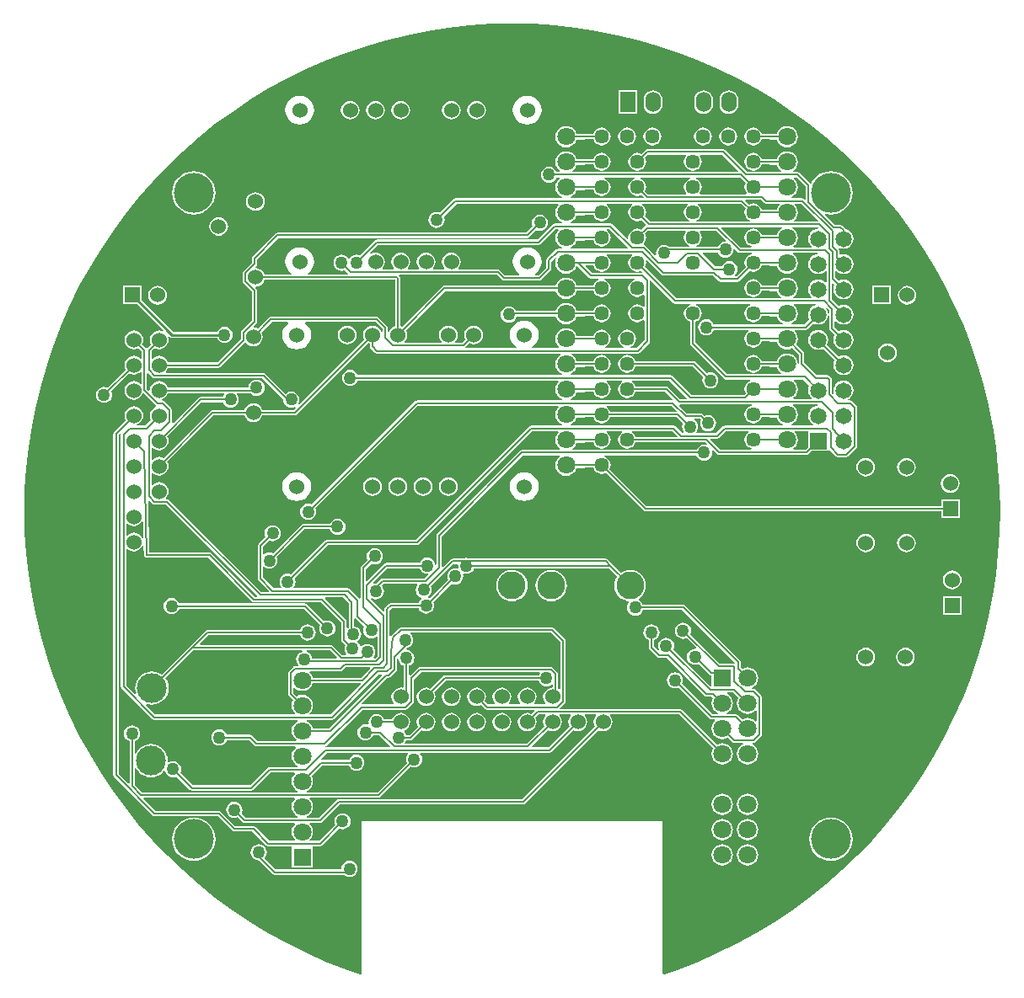
<source format=gbl>
G04 Layer_Physical_Order=2*
G04 Layer_Color=11436288*
%FSLAX24Y24*%
%MOIN*%
G70*
G01*
G75*
%ADD14C,0.0100*%
%ADD15C,0.0071*%
%ADD16C,0.0600*%
%ADD17R,0.0600X0.0600*%
%ADD18C,0.0709*%
%ADD19R,0.0709X0.0709*%
%ADD20C,0.0709*%
%ADD21O,0.0600X0.0800*%
%ADD22R,0.0600X0.0800*%
%ADD23C,0.1102*%
%ADD24C,0.1575*%
%ADD25C,0.0570*%
%ADD26R,0.0650X0.0650*%
%ADD27C,0.0650*%
%ADD28C,0.1181*%
%ADD29R,0.0600X0.0600*%
%ADD30C,0.0500*%
G36*
X26039Y58648D02*
X26879Y58593D01*
X27715Y58501D01*
X28548Y58373D01*
X29373Y58209D01*
X30191Y58009D01*
X30999Y57773D01*
X31796Y57502D01*
X32581Y57197D01*
X33352Y56858D01*
X34107Y56486D01*
X34845Y56081D01*
X35565Y55644D01*
X36265Y55176D01*
X36943Y54679D01*
X37600Y54152D01*
X38233Y53597D01*
X38841Y53014D01*
X39423Y52406D01*
X39978Y51773D01*
X40505Y51117D01*
X41003Y50438D01*
X41471Y49738D01*
X41908Y49018D01*
X42313Y48280D01*
X42685Y47525D01*
X43024Y46754D01*
X43329Y45970D01*
X43600Y45172D01*
X43835Y44364D01*
X44035Y43547D01*
X44200Y42721D01*
X44328Y41889D01*
X44419Y41052D01*
X44474Y40212D01*
X44493Y39370D01*
X44474Y38528D01*
X44419Y37688D01*
X44328Y36851D01*
X44200Y36019D01*
X44035Y35194D01*
X43835Y34376D01*
X43600Y33568D01*
X43329Y32770D01*
X43024Y31986D01*
X42685Y31215D01*
X42313Y30460D01*
X41908Y29722D01*
X41471Y29002D01*
X41003Y28302D01*
X40505Y27623D01*
X39978Y26967D01*
X39423Y26334D01*
X38841Y25726D01*
X38233Y25144D01*
X37600Y24589D01*
X36943Y24062D01*
X36265Y23564D01*
X35565Y23096D01*
X34845Y22659D01*
X34107Y22254D01*
X33352Y21882D01*
X32581Y21543D01*
X31796Y21238D01*
X31199Y21035D01*
X31149Y21071D01*
Y21629D01*
X31142D01*
Y27087D01*
X19245D01*
X19245Y27087D01*
Y21071D01*
X19195Y21035D01*
X18597Y21238D01*
X17813Y21543D01*
X17042Y21882D01*
X16287Y22254D01*
X15549Y22659D01*
X14829Y23096D01*
X14129Y23564D01*
X13450Y24062D01*
X12794Y24589D01*
X12161Y25144D01*
X11553Y25726D01*
X10970Y26334D01*
X10415Y26967D01*
X9888Y27623D01*
X9391Y28302D01*
X8923Y29002D01*
X8486Y29722D01*
X8081Y30460D01*
X7709Y31215D01*
X7370Y31986D01*
X7065Y32770D01*
X6794Y33568D01*
X6558Y34376D01*
X6358Y35194D01*
X6194Y36019D01*
X6066Y36851D01*
X5974Y37688D01*
X5919Y38528D01*
X5901Y39370D01*
X5919Y40212D01*
X5974Y41052D01*
X6066Y41889D01*
X6194Y42721D01*
X6358Y43547D01*
X6558Y44364D01*
X6794Y45172D01*
X7065Y45970D01*
X7370Y46754D01*
X7709Y47525D01*
X8081Y48280D01*
X8486Y49018D01*
X8923Y49738D01*
X9391Y50438D01*
X9888Y51117D01*
X10415Y51773D01*
X10970Y52406D01*
X11553Y53014D01*
X12161Y53597D01*
X12794Y54152D01*
X13450Y54679D01*
X14129Y55176D01*
X14829Y55644D01*
X15549Y56081D01*
X16287Y56486D01*
X17042Y56858D01*
X17813Y57197D01*
X18597Y57502D01*
X19394Y57773D01*
X20203Y58009D01*
X21020Y58209D01*
X21846Y58373D01*
X22678Y58501D01*
X23515Y58593D01*
X24355Y58648D01*
X25197Y58666D01*
X26039Y58648D01*
D02*
G37*
%LPC*%
G36*
X39173Y41476D02*
X39077Y41464D01*
X38988Y41427D01*
X38912Y41368D01*
X38853Y41291D01*
X38816Y41202D01*
X38803Y41106D01*
X38816Y41011D01*
X38853Y40921D01*
X38912Y40845D01*
X38988Y40786D01*
X39077Y40749D01*
X39173Y40736D01*
X39269Y40749D01*
X39358Y40786D01*
X39435Y40845D01*
X39494Y40921D01*
X39531Y41011D01*
X39543Y41106D01*
X39531Y41202D01*
X39494Y41291D01*
X39435Y41368D01*
X39358Y41427D01*
X39269Y41464D01*
X39173Y41476D01*
D02*
G37*
G36*
X13583Y51004D02*
X13487Y50991D01*
X13398Y50954D01*
X13321Y50896D01*
X13262Y50819D01*
X13225Y50730D01*
X13213Y50634D01*
X13225Y50538D01*
X13262Y50449D01*
X13321Y50372D01*
X13398Y50313D01*
X13487Y50276D01*
X13583Y50264D01*
X13678Y50276D01*
X13768Y50313D01*
X13844Y50372D01*
X13903Y50449D01*
X13940Y50538D01*
X13953Y50634D01*
X13940Y50730D01*
X13903Y50819D01*
X13844Y50896D01*
X13768Y50954D01*
X13678Y50991D01*
X13583Y51004D01*
D02*
G37*
G36*
X40787Y41476D02*
X40692Y41464D01*
X40602Y41427D01*
X40526Y41368D01*
X40467Y41291D01*
X40430Y41202D01*
X40417Y41106D01*
X40430Y41011D01*
X40467Y40921D01*
X40526Y40845D01*
X40602Y40786D01*
X40692Y40749D01*
X40787Y40736D01*
X40883Y40749D01*
X40972Y40786D01*
X41049Y40845D01*
X41108Y40921D01*
X41145Y41011D01*
X41157Y41106D01*
X41145Y41202D01*
X41108Y41291D01*
X41049Y41368D01*
X40972Y41427D01*
X40883Y41464D01*
X40787Y41476D01*
D02*
G37*
G36*
Y38476D02*
X40692Y38464D01*
X40602Y38427D01*
X40526Y38368D01*
X40467Y38291D01*
X40430Y38202D01*
X40417Y38106D01*
X40430Y38011D01*
X40467Y37921D01*
X40526Y37845D01*
X40602Y37786D01*
X40692Y37749D01*
X40787Y37736D01*
X40883Y37749D01*
X40972Y37786D01*
X41049Y37845D01*
X41108Y37921D01*
X41145Y38011D01*
X41157Y38106D01*
X41145Y38202D01*
X41108Y38291D01*
X41049Y38368D01*
X40972Y38427D01*
X40883Y38464D01*
X40787Y38476D01*
D02*
G37*
G36*
X25669Y40910D02*
X25521Y40891D01*
X25383Y40834D01*
X25265Y40743D01*
X25174Y40624D01*
X25117Y40487D01*
X25097Y40339D01*
X25117Y40191D01*
X25174Y40053D01*
X25265Y39934D01*
X25383Y39843D01*
X25521Y39786D01*
X25669Y39767D01*
X25817Y39786D01*
X25955Y39843D01*
X26074Y39934D01*
X26165Y40053D01*
X26222Y40191D01*
X26241Y40339D01*
X26222Y40487D01*
X26165Y40624D01*
X26074Y40743D01*
X25955Y40834D01*
X25817Y40891D01*
X25669Y40910D01*
D02*
G37*
G36*
X34504Y28181D02*
X34394Y28166D01*
X34291Y28124D01*
X34203Y28056D01*
X34136Y27968D01*
X34094Y27866D01*
X34079Y27756D01*
X34094Y27646D01*
X34136Y27543D01*
X34203Y27455D01*
X34291Y27388D01*
X34394Y27345D01*
X34504Y27331D01*
X34614Y27345D01*
X34716Y27388D01*
X34804Y27455D01*
X34872Y27543D01*
X34914Y27646D01*
X34929Y27756D01*
X34914Y27866D01*
X34872Y27968D01*
X34804Y28056D01*
X34716Y28124D01*
X34614Y28166D01*
X34504Y28181D01*
D02*
G37*
G36*
Y27181D02*
X34394Y27166D01*
X34291Y27124D01*
X34203Y27056D01*
X34136Y26968D01*
X34094Y26866D01*
X34079Y26756D01*
X34094Y26646D01*
X34136Y26543D01*
X34203Y26455D01*
X34291Y26388D01*
X34394Y26345D01*
X34504Y26331D01*
X34614Y26345D01*
X34716Y26388D01*
X34804Y26455D01*
X34872Y26543D01*
X34914Y26646D01*
X34929Y26756D01*
X34914Y26866D01*
X34872Y26968D01*
X34804Y27056D01*
X34716Y27124D01*
X34614Y27166D01*
X34504Y27181D01*
D02*
G37*
G36*
X33504D02*
X33394Y27166D01*
X33291Y27124D01*
X33203Y27056D01*
X33136Y26968D01*
X33094Y26866D01*
X33079Y26756D01*
X33094Y26646D01*
X33136Y26543D01*
X33203Y26455D01*
X33291Y26388D01*
X33394Y26345D01*
X33504Y26331D01*
X33614Y26345D01*
X33716Y26388D01*
X33804Y26455D01*
X33872Y26543D01*
X33914Y26646D01*
X33929Y26756D01*
X33914Y26866D01*
X33872Y26968D01*
X33804Y27056D01*
X33716Y27124D01*
X33614Y27166D01*
X33504Y27181D01*
D02*
G37*
G36*
X42520Y40831D02*
X42424Y40818D01*
X42335Y40781D01*
X42258Y40722D01*
X42199Y40646D01*
X42162Y40556D01*
X42150Y40461D01*
X42162Y40365D01*
X42199Y40276D01*
X42258Y40199D01*
X42335Y40140D01*
X42424Y40103D01*
X42520Y40091D01*
X42615Y40103D01*
X42705Y40140D01*
X42781Y40199D01*
X42840Y40276D01*
X42877Y40365D01*
X42890Y40461D01*
X42877Y40556D01*
X42840Y40646D01*
X42781Y40722D01*
X42705Y40781D01*
X42615Y40818D01*
X42520Y40831D01*
D02*
G37*
G36*
X12598Y52827D02*
X12431Y52810D01*
X12270Y52762D01*
X12121Y52682D01*
X11991Y52576D01*
X11885Y52445D01*
X11805Y52297D01*
X11756Y52136D01*
X11740Y51968D01*
X11756Y51801D01*
X11805Y51640D01*
X11885Y51492D01*
X11991Y51361D01*
X12121Y51255D01*
X12270Y51175D01*
X12431Y51127D01*
X12598Y51110D01*
X12766Y51127D01*
X12927Y51175D01*
X13075Y51255D01*
X13205Y51361D01*
X13312Y51492D01*
X13392Y51640D01*
X13440Y51801D01*
X13457Y51968D01*
X13440Y52136D01*
X13392Y52297D01*
X13312Y52445D01*
X13205Y52576D01*
X13075Y52682D01*
X12927Y52762D01*
X12766Y52810D01*
X12598Y52827D01*
D02*
G37*
G36*
X33504Y28181D02*
X33394Y28166D01*
X33291Y28124D01*
X33203Y28056D01*
X33136Y27968D01*
X33094Y27866D01*
X33079Y27756D01*
X33094Y27646D01*
X33136Y27543D01*
X33203Y27455D01*
X33291Y27388D01*
X33394Y27345D01*
X33504Y27331D01*
X33614Y27345D01*
X33716Y27388D01*
X33804Y27455D01*
X33872Y27543D01*
X33914Y27646D01*
X33929Y27756D01*
X33914Y27866D01*
X33872Y27968D01*
X33804Y28056D01*
X33716Y28124D01*
X33614Y28166D01*
X33504Y28181D01*
D02*
G37*
G36*
X25181Y37038D02*
X25060Y37026D01*
X24943Y36991D01*
X24836Y36934D01*
X24742Y36857D01*
X24665Y36762D01*
X24607Y36655D01*
X24572Y36538D01*
X24560Y36417D01*
X24572Y36296D01*
X24607Y36180D01*
X24665Y36072D01*
X24742Y35978D01*
X24836Y35901D01*
X24943Y35844D01*
X25060Y35808D01*
X25181Y35796D01*
X25302Y35808D01*
X25419Y35844D01*
X25526Y35901D01*
X25620Y35978D01*
X25698Y36072D01*
X25755Y36180D01*
X25790Y36296D01*
X25802Y36417D01*
X25790Y36538D01*
X25755Y36655D01*
X25698Y36762D01*
X25620Y36857D01*
X25526Y36934D01*
X25419Y36991D01*
X25302Y37026D01*
X25181Y37038D01*
D02*
G37*
G36*
X26740D02*
X26619Y37026D01*
X26502Y36991D01*
X26395Y36934D01*
X26301Y36857D01*
X26224Y36762D01*
X26166Y36655D01*
X26131Y36538D01*
X26119Y36417D01*
X26131Y36296D01*
X26166Y36180D01*
X26224Y36072D01*
X26301Y35978D01*
X26395Y35901D01*
X26502Y35844D01*
X26619Y35808D01*
X26740Y35796D01*
X26861Y35808D01*
X26978Y35844D01*
X27085Y35901D01*
X27179Y35978D01*
X27257Y36072D01*
X27314Y36180D01*
X27349Y36296D01*
X27361Y36417D01*
X27349Y36538D01*
X27314Y36655D01*
X27257Y36762D01*
X27179Y36857D01*
X27085Y36934D01*
X26978Y36991D01*
X26861Y37026D01*
X26740Y37038D01*
D02*
G37*
G36*
X40748Y33957D02*
X40652Y33944D01*
X40563Y33907D01*
X40486Y33848D01*
X40428Y33772D01*
X40391Y33682D01*
X40378Y33587D01*
X40391Y33491D01*
X40428Y33402D01*
X40486Y33325D01*
X40563Y33266D01*
X40652Y33229D01*
X40748Y33217D01*
X40844Y33229D01*
X40933Y33266D01*
X41010Y33325D01*
X41069Y33402D01*
X41106Y33491D01*
X41118Y33587D01*
X41106Y33682D01*
X41069Y33772D01*
X41010Y33848D01*
X40933Y33907D01*
X40844Y33944D01*
X40748Y33957D01*
D02*
G37*
G36*
X42965Y36009D02*
X42231D01*
Y35275D01*
X42965D01*
Y36009D01*
D02*
G37*
G36*
X37295Y46537D02*
X37193Y46524D01*
X37098Y46484D01*
X37016Y46421D01*
X36953Y46339D01*
X36913Y46244D01*
X36900Y46142D01*
X36913Y46039D01*
X36953Y45944D01*
X37016Y45862D01*
X37098Y45799D01*
X37193Y45760D01*
X37295Y45746D01*
X37398Y45760D01*
X37487Y45797D01*
X37951Y45334D01*
X37913Y45244D01*
X37900Y45142D01*
X37913Y45039D01*
X37953Y44944D01*
X38016Y44862D01*
X38098Y44799D01*
X38193Y44760D01*
X38295Y44746D01*
X38398Y44760D01*
X38493Y44799D01*
X38575Y44862D01*
X38638Y44944D01*
X38677Y45039D01*
X38691Y45142D01*
X38677Y45244D01*
X38638Y45339D01*
X38575Y45421D01*
X38493Y45484D01*
X38398Y45524D01*
X38295Y45537D01*
X38193Y45524D01*
X38098Y45484D01*
X38096Y45483D01*
X37637Y45943D01*
X37638Y45944D01*
X37677Y46039D01*
X37691Y46142D01*
X37677Y46244D01*
X37638Y46339D01*
X37575Y46421D01*
X37493Y46484D01*
X37398Y46524D01*
X37295Y46537D01*
D02*
G37*
G36*
X40039Y46004D02*
X39944Y45991D01*
X39854Y45954D01*
X39778Y45896D01*
X39719Y45819D01*
X39682Y45730D01*
X39669Y45634D01*
X39682Y45538D01*
X39719Y45449D01*
X39778Y45372D01*
X39854Y45313D01*
X39944Y45276D01*
X40039Y45264D01*
X40135Y45276D01*
X40224Y45313D01*
X40301Y45372D01*
X40360Y45449D01*
X40397Y45538D01*
X40409Y45634D01*
X40397Y45730D01*
X40360Y45819D01*
X40301Y45896D01*
X40224Y45954D01*
X40135Y45991D01*
X40039Y46004D01*
D02*
G37*
G36*
X40815Y48283D02*
X40719Y48271D01*
X40630Y48234D01*
X40553Y48175D01*
X40494Y48098D01*
X40457Y48009D01*
X40445Y47913D01*
X40457Y47818D01*
X40494Y47728D01*
X40553Y47652D01*
X40630Y47593D01*
X40719Y47556D01*
X40815Y47543D01*
X40911Y47556D01*
X41000Y47593D01*
X41077Y47652D01*
X41135Y47728D01*
X41172Y47818D01*
X41185Y47913D01*
X41172Y48009D01*
X41135Y48098D01*
X41077Y48175D01*
X41000Y48234D01*
X40911Y48271D01*
X40815Y48283D01*
D02*
G37*
G36*
X40182Y48280D02*
X39448D01*
Y47546D01*
X40182D01*
Y48280D01*
D02*
G37*
G36*
X39173Y38476D02*
X39077Y38464D01*
X38988Y38427D01*
X38912Y38368D01*
X38853Y38291D01*
X38816Y38202D01*
X38803Y38106D01*
X38816Y38011D01*
X38853Y37921D01*
X38912Y37845D01*
X38988Y37786D01*
X39077Y37749D01*
X39173Y37736D01*
X39269Y37749D01*
X39358Y37786D01*
X39435Y37845D01*
X39494Y37921D01*
X39531Y38011D01*
X39543Y38106D01*
X39531Y38202D01*
X39494Y38291D01*
X39435Y38368D01*
X39358Y38427D01*
X39269Y38464D01*
X39173Y38476D01*
D02*
G37*
G36*
Y33957D02*
X39077Y33944D01*
X38988Y33907D01*
X38912Y33848D01*
X38853Y33772D01*
X38816Y33682D01*
X38803Y33587D01*
X38816Y33491D01*
X38853Y33402D01*
X38912Y33325D01*
X38988Y33266D01*
X39077Y33229D01*
X39173Y33217D01*
X39269Y33229D01*
X39358Y33266D01*
X39435Y33325D01*
X39494Y33402D01*
X39531Y33491D01*
X39543Y33587D01*
X39531Y33682D01*
X39494Y33772D01*
X39435Y33848D01*
X39358Y33907D01*
X39269Y33944D01*
X39173Y33957D01*
D02*
G37*
G36*
X42598Y37012D02*
X42503Y36999D01*
X42413Y36962D01*
X42337Y36903D01*
X42278Y36827D01*
X42241Y36738D01*
X42228Y36642D01*
X42241Y36546D01*
X42278Y36457D01*
X42337Y36380D01*
X42413Y36321D01*
X42503Y36284D01*
X42598Y36272D01*
X42694Y36284D01*
X42783Y36321D01*
X42860Y36380D01*
X42919Y36457D01*
X42956Y36546D01*
X42969Y36642D01*
X42956Y36738D01*
X42919Y36827D01*
X42860Y36903D01*
X42783Y36962D01*
X42694Y36999D01*
X42598Y37012D01*
D02*
G37*
G36*
X11169Y48283D02*
X11074Y48271D01*
X10984Y48234D01*
X10908Y48175D01*
X10849Y48098D01*
X10812Y48009D01*
X10799Y47913D01*
X10812Y47818D01*
X10849Y47728D01*
X10908Y47652D01*
X10984Y47593D01*
X11074Y47556D01*
X11169Y47543D01*
X11265Y47556D01*
X11354Y47593D01*
X11431Y47652D01*
X11490Y47728D01*
X11527Y47818D01*
X11539Y47913D01*
X11527Y48009D01*
X11490Y48098D01*
X11431Y48175D01*
X11354Y48234D01*
X11265Y48271D01*
X11169Y48283D01*
D02*
G37*
G36*
X25787Y55808D02*
X25639Y55789D01*
X25501Y55731D01*
X25383Y55641D01*
X25292Y55522D01*
X25235Y55384D01*
X25216Y55236D01*
X25235Y55088D01*
X25292Y54950D01*
X25383Y54832D01*
X25501Y54741D01*
X25639Y54684D01*
X25787Y54664D01*
X25935Y54684D01*
X26073Y54741D01*
X26192Y54832D01*
X26283Y54950D01*
X26340Y55088D01*
X26359Y55236D01*
X26340Y55384D01*
X26283Y55522D01*
X26192Y55641D01*
X26073Y55731D01*
X25935Y55789D01*
X25787Y55808D01*
D02*
G37*
G36*
X18787Y55606D02*
X18692Y55594D01*
X18602Y55557D01*
X18526Y55498D01*
X18467Y55421D01*
X18430Y55332D01*
X18417Y55236D01*
X18430Y55140D01*
X18467Y55051D01*
X18526Y54975D01*
X18602Y54916D01*
X18692Y54879D01*
X18787Y54866D01*
X18883Y54879D01*
X18972Y54916D01*
X19049Y54975D01*
X19108Y55051D01*
X19145Y55140D01*
X19157Y55236D01*
X19145Y55332D01*
X19108Y55421D01*
X19049Y55498D01*
X18972Y55557D01*
X18883Y55594D01*
X18787Y55606D01*
D02*
G37*
G36*
X19787D02*
X19692Y55594D01*
X19602Y55557D01*
X19526Y55498D01*
X19467Y55421D01*
X19430Y55332D01*
X19417Y55236D01*
X19430Y55140D01*
X19467Y55051D01*
X19526Y54975D01*
X19602Y54916D01*
X19692Y54879D01*
X19787Y54866D01*
X19883Y54879D01*
X19972Y54916D01*
X20049Y54975D01*
X20108Y55051D01*
X20145Y55140D01*
X20157Y55236D01*
X20145Y55332D01*
X20108Y55421D01*
X20049Y55498D01*
X19972Y55557D01*
X19883Y55594D01*
X19787Y55606D01*
D02*
G37*
G36*
X33738Y54544D02*
X33646Y54532D01*
X33561Y54496D01*
X33487Y54440D01*
X33431Y54366D01*
X33395Y54281D01*
X33383Y54189D01*
X33395Y54097D01*
X33431Y54012D01*
X33487Y53938D01*
X33561Y53882D01*
X33646Y53846D01*
X33738Y53834D01*
X33830Y53846D01*
X33916Y53882D01*
X33989Y53938D01*
X34046Y54012D01*
X34081Y54097D01*
X34093Y54189D01*
X34081Y54281D01*
X34046Y54366D01*
X33989Y54440D01*
X33916Y54496D01*
X33830Y54532D01*
X33738Y54544D01*
D02*
G37*
G36*
X36063Y54606D02*
X35953Y54592D01*
X35851Y54549D01*
X35763Y54482D01*
X35695Y54394D01*
X35653Y54291D01*
X35652Y54285D01*
X35430D01*
X35390Y54293D01*
X35390Y54293D01*
X35070D01*
X35040Y54366D01*
X34983Y54440D01*
X34910Y54496D01*
X34824Y54532D01*
X34732Y54544D01*
X34640Y54532D01*
X34555Y54496D01*
X34481Y54440D01*
X34425Y54366D01*
X34389Y54281D01*
X34377Y54189D01*
X34389Y54097D01*
X34425Y54012D01*
X34481Y53938D01*
X34555Y53882D01*
X34640Y53846D01*
X34732Y53834D01*
X34824Y53846D01*
X34910Y53882D01*
X34983Y53938D01*
X35040Y54012D01*
X35070Y54085D01*
X35358D01*
X35398Y54077D01*
X35398Y54077D01*
X35652D01*
X35653Y54071D01*
X35695Y53969D01*
X35763Y53881D01*
X35851Y53813D01*
X35953Y53771D01*
X36063Y53756D01*
X36173Y53771D01*
X36275Y53813D01*
X36363Y53881D01*
X36431Y53969D01*
X36473Y54071D01*
X36488Y54181D01*
X36473Y54291D01*
X36431Y54394D01*
X36363Y54482D01*
X36275Y54549D01*
X36173Y54592D01*
X36063Y54606D01*
D02*
G37*
G36*
X16787Y55808D02*
X16639Y55789D01*
X16501Y55731D01*
X16383Y55641D01*
X16292Y55522D01*
X16235Y55384D01*
X16216Y55236D01*
X16235Y55088D01*
X16292Y54950D01*
X16383Y54832D01*
X16501Y54741D01*
X16639Y54684D01*
X16787Y54664D01*
X16935Y54684D01*
X17073Y54741D01*
X17192Y54832D01*
X17283Y54950D01*
X17340Y55088D01*
X17359Y55236D01*
X17340Y55384D01*
X17283Y55522D01*
X17192Y55641D01*
X17073Y55731D01*
X16935Y55789D01*
X16787Y55808D01*
D02*
G37*
G36*
X20787Y55606D02*
X20692Y55594D01*
X20602Y55557D01*
X20526Y55498D01*
X20467Y55421D01*
X20430Y55332D01*
X20417Y55236D01*
X20430Y55140D01*
X20467Y55051D01*
X20526Y54975D01*
X20602Y54916D01*
X20692Y54879D01*
X20787Y54866D01*
X20883Y54879D01*
X20972Y54916D01*
X21049Y54975D01*
X21108Y55051D01*
X21145Y55140D01*
X21157Y55236D01*
X21145Y55332D01*
X21108Y55421D01*
X21049Y55498D01*
X20972Y55557D01*
X20883Y55594D01*
X20787Y55606D01*
D02*
G37*
G36*
X32764Y56021D02*
X32668Y56009D01*
X32579Y55972D01*
X32502Y55913D01*
X32443Y55836D01*
X32406Y55747D01*
X32394Y55651D01*
Y55451D01*
X32406Y55355D01*
X32443Y55266D01*
X32502Y55189D01*
X32579Y55131D01*
X32668Y55094D01*
X32764Y55081D01*
X32860Y55094D01*
X32949Y55131D01*
X33025Y55189D01*
X33084Y55266D01*
X33121Y55355D01*
X33134Y55451D01*
Y55651D01*
X33121Y55747D01*
X33084Y55836D01*
X33025Y55913D01*
X32949Y55972D01*
X32860Y56009D01*
X32764Y56021D01*
D02*
G37*
G36*
X33764D02*
X33668Y56009D01*
X33579Y55972D01*
X33502Y55913D01*
X33443Y55836D01*
X33406Y55747D01*
X33394Y55651D01*
Y55451D01*
X33406Y55355D01*
X33443Y55266D01*
X33502Y55189D01*
X33579Y55131D01*
X33668Y55094D01*
X33764Y55081D01*
X33860Y55094D01*
X33949Y55131D01*
X34025Y55189D01*
X34084Y55266D01*
X34121Y55355D01*
X34134Y55451D01*
Y55651D01*
X34121Y55747D01*
X34084Y55836D01*
X34025Y55913D01*
X33949Y55972D01*
X33860Y56009D01*
X33764Y56021D01*
D02*
G37*
G36*
X30131Y56018D02*
X29397D01*
Y55084D01*
X30131D01*
Y56018D01*
D02*
G37*
G36*
X22787Y55606D02*
X22692Y55594D01*
X22602Y55557D01*
X22526Y55498D01*
X22467Y55421D01*
X22430Y55332D01*
X22417Y55236D01*
X22430Y55140D01*
X22467Y55051D01*
X22526Y54975D01*
X22602Y54916D01*
X22692Y54879D01*
X22787Y54866D01*
X22883Y54879D01*
X22972Y54916D01*
X23049Y54975D01*
X23108Y55051D01*
X23145Y55140D01*
X23157Y55236D01*
X23145Y55332D01*
X23108Y55421D01*
X23049Y55498D01*
X22972Y55557D01*
X22883Y55594D01*
X22787Y55606D01*
D02*
G37*
G36*
X23787D02*
X23692Y55594D01*
X23602Y55557D01*
X23526Y55498D01*
X23467Y55421D01*
X23430Y55332D01*
X23417Y55236D01*
X23430Y55140D01*
X23467Y55051D01*
X23526Y54975D01*
X23602Y54916D01*
X23692Y54879D01*
X23787Y54866D01*
X23883Y54879D01*
X23972Y54916D01*
X24049Y54975D01*
X24108Y55051D01*
X24145Y55140D01*
X24157Y55236D01*
X24145Y55332D01*
X24108Y55421D01*
X24049Y55498D01*
X23972Y55557D01*
X23883Y55594D01*
X23787Y55606D01*
D02*
G37*
G36*
X30764Y56021D02*
X30668Y56009D01*
X30579Y55972D01*
X30502Y55913D01*
X30443Y55836D01*
X30406Y55747D01*
X30394Y55651D01*
Y55451D01*
X30406Y55355D01*
X30443Y55266D01*
X30502Y55189D01*
X30579Y55131D01*
X30668Y55094D01*
X30764Y55081D01*
X30860Y55094D01*
X30949Y55131D01*
X31025Y55189D01*
X31084Y55266D01*
X31121Y55355D01*
X31134Y55451D01*
Y55651D01*
X31121Y55747D01*
X31084Y55836D01*
X31025Y55913D01*
X30949Y55972D01*
X30860Y56009D01*
X30764Y56021D01*
D02*
G37*
G36*
X30738Y54544D02*
X30646Y54532D01*
X30561Y54496D01*
X30487Y54440D01*
X30431Y54366D01*
X30395Y54281D01*
X30383Y54189D01*
X30395Y54097D01*
X30431Y54012D01*
X30487Y53938D01*
X30561Y53882D01*
X30646Y53846D01*
X30738Y53834D01*
X30830Y53846D01*
X30916Y53882D01*
X30989Y53938D01*
X31046Y54012D01*
X31081Y54097D01*
X31093Y54189D01*
X31081Y54281D01*
X31046Y54366D01*
X30989Y54440D01*
X30916Y54496D01*
X30830Y54532D01*
X30738Y54544D01*
D02*
G37*
G36*
X32738D02*
X32646Y54532D01*
X32561Y54496D01*
X32487Y54440D01*
X32431Y54366D01*
X32395Y54281D01*
X32383Y54189D01*
X32395Y54097D01*
X32431Y54012D01*
X32487Y53938D01*
X32561Y53882D01*
X32646Y53846D01*
X32738Y53834D01*
X32830Y53846D01*
X32916Y53882D01*
X32989Y53938D01*
X33046Y54012D01*
X33081Y54097D01*
X33093Y54189D01*
X33081Y54281D01*
X33046Y54366D01*
X32989Y54440D01*
X32916Y54496D01*
X32830Y54532D01*
X32738Y54544D01*
D02*
G37*
G36*
X29738D02*
X29646Y54532D01*
X29561Y54496D01*
X29487Y54440D01*
X29431Y54366D01*
X29395Y54281D01*
X29383Y54189D01*
X29395Y54097D01*
X29431Y54012D01*
X29487Y53938D01*
X29561Y53882D01*
X29646Y53846D01*
X29738Y53834D01*
X29830Y53846D01*
X29916Y53882D01*
X29989Y53938D01*
X30046Y54012D01*
X30081Y54097D01*
X30093Y54189D01*
X30081Y54281D01*
X30046Y54366D01*
X29989Y54440D01*
X29916Y54496D01*
X29830Y54532D01*
X29738Y54544D01*
D02*
G37*
G36*
X33550Y53684D02*
X33550Y53684D01*
X30529D01*
X30529Y53684D01*
X30496Y53678D01*
X30489Y53676D01*
X30456Y53654D01*
X30456Y53654D01*
X30303Y53502D01*
X30230Y53532D01*
X30138Y53544D01*
X30046Y53532D01*
X29961Y53496D01*
X29887Y53440D01*
X29831Y53366D01*
X29795Y53281D01*
X29783Y53189D01*
X29795Y53097D01*
X29831Y53011D01*
X29887Y52938D01*
X29961Y52882D01*
X30046Y52846D01*
X30138Y52834D01*
X30230Y52846D01*
X30316Y52882D01*
X30389Y52938D01*
X30446Y53011D01*
X30481Y53097D01*
X30493Y53189D01*
X30481Y53281D01*
X30451Y53354D01*
X30573Y53476D01*
X32057D01*
X32076Y53426D01*
X32031Y53366D01*
X31995Y53281D01*
X31983Y53189D01*
X31995Y53097D01*
X32031Y53011D01*
X32087Y52938D01*
X32161Y52882D01*
X32246Y52846D01*
X32338Y52834D01*
X32430Y52846D01*
X32516Y52882D01*
X32589Y52938D01*
X32646Y53011D01*
X32681Y53097D01*
X32693Y53189D01*
X32681Y53281D01*
X32646Y53366D01*
X32600Y53426D01*
X32620Y53476D01*
X33507D01*
X34152Y52831D01*
X34133Y52784D01*
X27580D01*
X27563Y52834D01*
X27623Y52881D01*
X27691Y52969D01*
X27733Y53071D01*
X27734Y53077D01*
X28020D01*
X28020Y53077D01*
X28060Y53085D01*
X28395D01*
X28425Y53011D01*
X28481Y52938D01*
X28555Y52882D01*
X28640Y52846D01*
X28732Y52834D01*
X28824Y52846D01*
X28910Y52882D01*
X28983Y52938D01*
X29040Y53011D01*
X29075Y53097D01*
X29087Y53189D01*
X29075Y53281D01*
X29040Y53366D01*
X28983Y53440D01*
X28910Y53496D01*
X28824Y53532D01*
X28732Y53544D01*
X28640Y53532D01*
X28555Y53496D01*
X28481Y53440D01*
X28425Y53366D01*
X28395Y53293D01*
X28028D01*
X28028Y53293D01*
X27988Y53285D01*
X27734D01*
X27733Y53291D01*
X27691Y53394D01*
X27623Y53482D01*
X27535Y53549D01*
X27433Y53592D01*
X27323Y53606D01*
X27213Y53592D01*
X27110Y53549D01*
X27022Y53482D01*
X26955Y53394D01*
X26912Y53291D01*
X26898Y53181D01*
X26912Y53071D01*
X26955Y52969D01*
X27022Y52881D01*
X27083Y52834D01*
X27066Y52784D01*
X26950D01*
X26927Y52840D01*
X26876Y52906D01*
X26810Y52957D01*
X26733Y52989D01*
X26650Y53000D01*
X26567Y52989D01*
X26490Y52957D01*
X26424Y52906D01*
X26373Y52840D01*
X26341Y52763D01*
X26330Y52680D01*
X26341Y52597D01*
X26373Y52520D01*
X26424Y52454D01*
X26490Y52403D01*
X26567Y52371D01*
X26650Y52360D01*
X26733Y52371D01*
X26810Y52403D01*
X26876Y52454D01*
X26927Y52520D01*
X26950Y52576D01*
X27063D01*
X27080Y52526D01*
X27022Y52482D01*
X26955Y52394D01*
X26912Y52291D01*
X26898Y52181D01*
X26912Y52071D01*
X26955Y51969D01*
X27022Y51881D01*
X27110Y51813D01*
X27156Y51794D01*
X27146Y51744D01*
X22950D01*
X22910Y51736D01*
X22876Y51714D01*
X22876Y51714D01*
X22338Y51176D01*
X22283Y51199D01*
X22200Y51210D01*
X22117Y51199D01*
X22040Y51167D01*
X21974Y51116D01*
X21923Y51050D01*
X21891Y50973D01*
X21880Y50890D01*
X21891Y50807D01*
X21923Y50730D01*
X21974Y50664D01*
X22040Y50613D01*
X22117Y50581D01*
X22200Y50570D01*
X22283Y50581D01*
X22360Y50613D01*
X22426Y50664D01*
X22477Y50730D01*
X22509Y50807D01*
X22520Y50890D01*
X22509Y50973D01*
X22486Y51028D01*
X22993Y51536D01*
X27015D01*
X27031Y51488D01*
X27022Y51482D01*
X26955Y51394D01*
X26912Y51291D01*
X26898Y51181D01*
X26912Y51071D01*
X26955Y50969D01*
X27022Y50881D01*
X27110Y50813D01*
X27156Y50794D01*
X27146Y50744D01*
X26868D01*
X26868Y50744D01*
X26828Y50736D01*
X26817Y50729D01*
X26794Y50714D01*
X26794Y50714D01*
X26195Y50114D01*
X19840D01*
X19840Y50114D01*
X19800Y50106D01*
X19766Y50084D01*
X19163Y49481D01*
X19108Y49504D01*
X19025Y49515D01*
X18942Y49504D01*
X18865Y49472D01*
X18799Y49421D01*
X18763Y49374D01*
X18755Y49371D01*
X18710Y49371D01*
X18702Y49374D01*
X18666Y49421D01*
X18600Y49472D01*
X18523Y49504D01*
X18440Y49514D01*
X18357Y49504D01*
X18280Y49472D01*
X18214Y49421D01*
X18163Y49355D01*
X18131Y49277D01*
X18120Y49195D01*
X18131Y49112D01*
X18163Y49035D01*
X18214Y48969D01*
X18280Y48918D01*
X18357Y48886D01*
X18440Y48875D01*
X18523Y48886D01*
X18578Y48909D01*
X18715Y48772D01*
X18694Y48722D01*
X17131D01*
X17114Y48772D01*
X17192Y48832D01*
X17283Y48950D01*
X17340Y49088D01*
X17359Y49236D01*
X17340Y49384D01*
X17283Y49522D01*
X17192Y49641D01*
X17073Y49731D01*
X16935Y49789D01*
X16787Y49808D01*
X16639Y49789D01*
X16501Y49731D01*
X16383Y49641D01*
X16292Y49522D01*
X16235Y49384D01*
X16216Y49236D01*
X16235Y49088D01*
X16292Y48950D01*
X16383Y48832D01*
X16460Y48772D01*
X16443Y48722D01*
X15393D01*
X15360Y48803D01*
X15301Y48880D01*
X15224Y48939D01*
X15135Y48976D01*
X15057Y48986D01*
X15035Y49035D01*
X15074Y49074D01*
X15096Y49108D01*
X15104Y49148D01*
Y49327D01*
X15953Y50176D01*
X25790D01*
X25790Y50176D01*
X25830Y50184D01*
X25864Y50206D01*
X26152Y50494D01*
X26207Y50471D01*
X26290Y50460D01*
X26373Y50471D01*
X26450Y50503D01*
X26516Y50554D01*
X26567Y50620D01*
X26599Y50697D01*
X26610Y50780D01*
X26599Y50863D01*
X26567Y50940D01*
X26516Y51006D01*
X26450Y51057D01*
X26373Y51089D01*
X26290Y51100D01*
X26207Y51089D01*
X26130Y51057D01*
X26064Y51006D01*
X26013Y50940D01*
X25981Y50863D01*
X25970Y50780D01*
X25981Y50697D01*
X26004Y50642D01*
X25747Y50384D01*
X15910D01*
X15870Y50376D01*
X15836Y50354D01*
X15836Y50354D01*
X14926Y49444D01*
X14904Y49410D01*
X14896Y49370D01*
X14896Y49370D01*
Y49191D01*
X14563Y48859D01*
X14541Y48825D01*
X14533Y48785D01*
X14533Y48785D01*
Y48451D01*
X14533Y48451D01*
X14541Y48412D01*
X14563Y48378D01*
X14896Y48045D01*
Y46915D01*
X14484Y46504D01*
X14462Y46470D01*
X14454Y46430D01*
X14454Y46430D01*
Y46176D01*
X13524Y45246D01*
X11582D01*
X11549Y45327D01*
X11490Y45403D01*
X11413Y45462D01*
X11324Y45499D01*
X11228Y45512D01*
X11133Y45499D01*
X11043Y45462D01*
X10974Y45409D01*
X10924Y45423D01*
Y45690D01*
X11052Y45818D01*
X11133Y45784D01*
X11228Y45772D01*
X11324Y45784D01*
X11413Y45821D01*
X11490Y45880D01*
X11549Y45957D01*
X11586Y46046D01*
X11598Y46142D01*
X11586Y46238D01*
X11572Y46272D01*
X11614Y46300D01*
X11660Y46254D01*
X11698Y46228D01*
X11744Y46219D01*
X13525D01*
X13542Y46179D01*
X13593Y46113D01*
X13659Y46062D01*
X13736Y46030D01*
X13819Y46019D01*
X13902Y46030D01*
X13979Y46062D01*
X14045Y46113D01*
X14096Y46179D01*
X14128Y46256D01*
X14139Y46339D01*
X14128Y46421D01*
X14096Y46498D01*
X14045Y46565D01*
X13979Y46615D01*
X13902Y46647D01*
X13819Y46658D01*
X13736Y46647D01*
X13659Y46615D01*
X13593Y46565D01*
X13542Y46498D01*
X13525Y46458D01*
X11793D01*
X10536Y47715D01*
Y48280D01*
X9802D01*
Y47546D01*
X10368D01*
X11387Y46527D01*
X11358Y46485D01*
X11324Y46499D01*
X11228Y46512D01*
X11133Y46499D01*
X11043Y46462D01*
X10967Y46403D01*
X10908Y46327D01*
X10871Y46238D01*
X10858Y46142D01*
X10871Y46046D01*
X10904Y45965D01*
X10761Y45822D01*
X10751Y45819D01*
X10711Y45818D01*
X10696Y45822D01*
X10552Y45965D01*
X10586Y46046D01*
X10598Y46142D01*
X10586Y46238D01*
X10549Y46327D01*
X10490Y46403D01*
X10413Y46462D01*
X10324Y46499D01*
X10228Y46512D01*
X10133Y46499D01*
X10043Y46462D01*
X9967Y46403D01*
X9908Y46327D01*
X9871Y46238D01*
X9858Y46142D01*
X9871Y46046D01*
X9908Y45957D01*
X9967Y45880D01*
X10043Y45821D01*
X10133Y45784D01*
X10228Y45772D01*
X10324Y45784D01*
X10405Y45818D01*
X10536Y45687D01*
Y45419D01*
X10521Y45414D01*
X10486Y45407D01*
X10413Y45462D01*
X10324Y45499D01*
X10228Y45512D01*
X10133Y45499D01*
X10043Y45462D01*
X9967Y45403D01*
X9908Y45327D01*
X9871Y45238D01*
X9858Y45142D01*
X9871Y45046D01*
X9904Y44965D01*
X9188Y44249D01*
X9133Y44272D01*
X9050Y44283D01*
X8967Y44272D01*
X8890Y44240D01*
X8824Y44189D01*
X8773Y44123D01*
X8741Y44046D01*
X8730Y43963D01*
X8741Y43881D01*
X8773Y43804D01*
X8824Y43737D01*
X8890Y43687D01*
X8967Y43655D01*
X9050Y43644D01*
X9133Y43655D01*
X9210Y43687D01*
X9276Y43737D01*
X9327Y43804D01*
X9359Y43881D01*
X9370Y43963D01*
X9359Y44046D01*
X9336Y44102D01*
X10052Y44818D01*
X10133Y44784D01*
X10228Y44772D01*
X10324Y44784D01*
X10413Y44821D01*
X10486Y44877D01*
X10521Y44870D01*
X10536Y44865D01*
Y44419D01*
X10521Y44414D01*
X10486Y44407D01*
X10413Y44462D01*
X10324Y44499D01*
X10228Y44512D01*
X10133Y44499D01*
X10043Y44462D01*
X9967Y44403D01*
X9908Y44327D01*
X9871Y44238D01*
X9858Y44142D01*
X9871Y44046D01*
X9908Y43957D01*
X9967Y43880D01*
X10043Y43821D01*
X10133Y43784D01*
X10228Y43772D01*
X10324Y43784D01*
X10413Y43821D01*
X10490Y43880D01*
X10549Y43957D01*
X10571Y44011D01*
X10630Y44022D01*
X11086Y43566D01*
X11117Y43545D01*
X11119Y43530D01*
X11118Y43493D01*
X11043Y43462D01*
X10967Y43403D01*
X10908Y43327D01*
X10871Y43238D01*
X10858Y43142D01*
X10871Y43046D01*
X10904Y42965D01*
X10683Y42744D01*
X10358D01*
X10349Y42794D01*
X10413Y42821D01*
X10490Y42880D01*
X10549Y42957D01*
X10586Y43046D01*
X10598Y43142D01*
X10586Y43238D01*
X10549Y43327D01*
X10490Y43403D01*
X10413Y43462D01*
X10324Y43499D01*
X10228Y43512D01*
X10133Y43499D01*
X10043Y43462D01*
X9967Y43403D01*
X9908Y43327D01*
X9871Y43238D01*
X9858Y43142D01*
X9871Y43046D01*
X9904Y42965D01*
X9446Y42507D01*
X9424Y42473D01*
X9416Y42433D01*
X9416Y42433D01*
Y28920D01*
X9416Y28920D01*
X9424Y28880D01*
X9446Y28846D01*
X10976Y27316D01*
X10976Y27316D01*
X11010Y27294D01*
X11017Y27292D01*
X11050Y27286D01*
X11050Y27286D01*
X12588D01*
X12590Y27240D01*
X12590Y27237D01*
X12590Y27236D01*
X12590Y27236D01*
X12559Y27233D01*
X12559Y27232D01*
X12559D01*
X12431Y27220D01*
X12270Y27171D01*
X12121Y27092D01*
X11991Y26985D01*
X11885Y26855D01*
X11805Y26706D01*
X11756Y26545D01*
X11740Y26378D01*
X11756Y26210D01*
X11805Y26049D01*
X11885Y25901D01*
X11991Y25771D01*
X12121Y25664D01*
X12270Y25585D01*
X12431Y25536D01*
X12598Y25519D01*
X12766Y25536D01*
X12927Y25585D01*
X13075Y25664D01*
X13205Y25771D01*
X13312Y25901D01*
X13392Y26049D01*
X13440Y26210D01*
X13457Y26378D01*
X13440Y26545D01*
X13392Y26706D01*
X13312Y26855D01*
X13205Y26985D01*
X13075Y27092D01*
X12927Y27171D01*
X12766Y27220D01*
X12638Y27232D01*
X12638Y27232D01*
X12638Y27233D01*
X12606Y27236D01*
X12606Y27236D01*
X12607Y27237D01*
X12607Y27240D01*
X12609Y27286D01*
X13567D01*
X14126Y26726D01*
X14160Y26704D01*
X14200Y26696D01*
X14200Y26696D01*
X14917D01*
X15476Y26136D01*
X15510Y26114D01*
X15550Y26106D01*
X15550Y26106D01*
X16425D01*
X16468Y26091D01*
X16468Y26056D01*
Y25248D01*
X17311D01*
Y26056D01*
X17311Y26091D01*
X17355Y26106D01*
X17355D01*
X17600D01*
X17600Y26106D01*
X17640Y26114D01*
X17674Y26136D01*
X18342Y26804D01*
X18397Y26781D01*
X18480Y26770D01*
X18563Y26781D01*
X18640Y26813D01*
X18706Y26864D01*
X18757Y26930D01*
X18789Y27007D01*
X18800Y27090D01*
X18789Y27173D01*
X18757Y27250D01*
X18706Y27316D01*
X18640Y27367D01*
X18563Y27399D01*
X18480Y27410D01*
X18397Y27399D01*
X18320Y27367D01*
X18254Y27316D01*
X18203Y27250D01*
X18171Y27173D01*
X18160Y27090D01*
X18171Y27007D01*
X18194Y26952D01*
X17557Y26314D01*
X17197D01*
X17181Y26362D01*
X17190Y26369D01*
X17258Y26457D01*
X17300Y26559D01*
X17315Y26669D01*
X17300Y26779D01*
X17258Y26882D01*
X17190Y26970D01*
X17179Y26978D01*
X17195Y27026D01*
X17600D01*
X17600Y27026D01*
X17640Y27034D01*
X17674Y27056D01*
X18363Y27746D01*
X25622D01*
X25622Y27746D01*
X25662Y27754D01*
X25695Y27776D01*
X28611Y30692D01*
X28692Y30658D01*
X28787Y30646D01*
X28883Y30658D01*
X28972Y30695D01*
X29049Y30754D01*
X29108Y30831D01*
X29145Y30920D01*
X29157Y31016D01*
X29145Y31112D01*
X29108Y31201D01*
X29058Y31266D01*
X29075Y31316D01*
X31797D01*
X33139Y29973D01*
X33136Y29968D01*
X33094Y29866D01*
X33079Y29756D01*
X33094Y29646D01*
X33136Y29543D01*
X33203Y29455D01*
X33291Y29388D01*
X33394Y29345D01*
X33504Y29331D01*
X33614Y29345D01*
X33716Y29388D01*
X33804Y29455D01*
X33872Y29543D01*
X33914Y29646D01*
X33929Y29756D01*
X33914Y29866D01*
X33872Y29968D01*
X33804Y30056D01*
X33716Y30124D01*
X33614Y30166D01*
X33504Y30181D01*
X33394Y30166D01*
X33291Y30124D01*
X33287Y30120D01*
X31914Y31494D01*
X31880Y31516D01*
X31840Y31524D01*
X31840Y31524D01*
X27093D01*
X27072Y31574D01*
X27264Y31766D01*
X27286Y31800D01*
X27294Y31840D01*
Y34240D01*
X27286Y34280D01*
X27264Y34314D01*
X27264Y34314D01*
X26839Y34739D01*
X26805Y34761D01*
X26765Y34769D01*
X26765Y34769D01*
X20800D01*
X20760Y34761D01*
X20726Y34739D01*
X20726Y34739D01*
X20406Y34419D01*
X20402Y34413D01*
X20396Y34412D01*
X20352Y34440D01*
Y35436D01*
X20442Y35526D01*
X21490D01*
X21513Y35470D01*
X21564Y35404D01*
X21630Y35353D01*
X21707Y35321D01*
X21790Y35310D01*
X21873Y35321D01*
X21950Y35353D01*
X22016Y35404D01*
X22067Y35470D01*
X22099Y35547D01*
X22110Y35630D01*
X22099Y35713D01*
X22076Y35768D01*
X22802Y36494D01*
X22857Y36471D01*
X22940Y36460D01*
X23023Y36471D01*
X23100Y36503D01*
X23166Y36554D01*
X23217Y36620D01*
X23249Y36697D01*
X23260Y36780D01*
X23250Y36855D01*
X23283Y36896D01*
X23294Y36891D01*
X23377Y36880D01*
X23459Y36891D01*
X23536Y36923D01*
X23603Y36974D01*
X23653Y37040D01*
X23676Y37096D01*
X29032D01*
X29353Y36775D01*
X29342Y36762D01*
X29284Y36655D01*
X29249Y36538D01*
X29237Y36417D01*
X29249Y36296D01*
X29284Y36180D01*
X29342Y36072D01*
X29419Y35978D01*
X29513Y35901D01*
X29621Y35844D01*
X29737Y35808D01*
X29791Y35803D01*
X29814Y35750D01*
X29783Y35710D01*
X29751Y35633D01*
X29740Y35550D01*
X29751Y35467D01*
X29783Y35390D01*
X29834Y35324D01*
X29900Y35273D01*
X29977Y35241D01*
X30060Y35230D01*
X30143Y35241D01*
X30220Y35273D01*
X30286Y35324D01*
X30337Y35390D01*
X30360Y35446D01*
X31914D01*
X33987Y33372D01*
X33975Y33338D01*
X33964Y33324D01*
X33403D01*
X32236Y34492D01*
X32259Y34547D01*
X32270Y34630D01*
X32259Y34713D01*
X32227Y34790D01*
X32176Y34856D01*
X32110Y34907D01*
X32033Y34939D01*
X31950Y34950D01*
X31867Y34939D01*
X31790Y34907D01*
X31724Y34856D01*
X31673Y34790D01*
X31641Y34713D01*
X31630Y34630D01*
X31641Y34547D01*
X31673Y34470D01*
X31724Y34404D01*
X31790Y34353D01*
X31867Y34321D01*
X31950Y34310D01*
X32033Y34321D01*
X32088Y34344D01*
X32469Y33964D01*
X32445Y33916D01*
X32420Y33920D01*
X32337Y33909D01*
X32260Y33877D01*
X32194Y33826D01*
X32143Y33760D01*
X32111Y33683D01*
X32100Y33600D01*
X32111Y33517D01*
X32143Y33440D01*
X32194Y33374D01*
X32260Y33323D01*
X32337Y33291D01*
X32420Y33280D01*
X32503Y33291D01*
X32558Y33314D01*
X32996Y32876D01*
X32996Y32876D01*
X33030Y32854D01*
X33037Y32852D01*
X33070Y32846D01*
X33083Y32799D01*
Y32446D01*
X33033Y32425D01*
X31566Y33892D01*
X31589Y33947D01*
X31600Y34030D01*
X31589Y34113D01*
X31557Y34190D01*
X31506Y34256D01*
X31440Y34307D01*
X31363Y34339D01*
X31280Y34350D01*
X31197Y34339D01*
X31120Y34307D01*
X31054Y34256D01*
X31003Y34190D01*
X30971Y34113D01*
X30960Y34030D01*
X30971Y33947D01*
X30996Y33888D01*
X30953Y33860D01*
X30804Y34009D01*
Y34260D01*
X30860Y34283D01*
X30926Y34334D01*
X30977Y34400D01*
X31009Y34477D01*
X31020Y34560D01*
X31009Y34643D01*
X30977Y34720D01*
X30926Y34786D01*
X30860Y34837D01*
X30783Y34869D01*
X30700Y34880D01*
X30617Y34869D01*
X30540Y34837D01*
X30474Y34786D01*
X30423Y34720D01*
X30391Y34643D01*
X30380Y34560D01*
X30391Y34477D01*
X30423Y34400D01*
X30474Y34334D01*
X30540Y34283D01*
X30596Y34260D01*
Y33966D01*
X30596Y33966D01*
X30604Y33926D01*
X30626Y33892D01*
X30939Y33579D01*
X30973Y33556D01*
X30980Y33555D01*
X31013Y33548D01*
X31013Y33548D01*
X31317D01*
X32807Y32059D01*
X32807Y32059D01*
X32841Y32036D01*
X32847Y32035D01*
X32880Y32028D01*
X32880Y32028D01*
X33084D01*
X33139Y31973D01*
X33136Y31968D01*
X33094Y31866D01*
X33079Y31756D01*
X33094Y31646D01*
X33136Y31543D01*
X33203Y31455D01*
X33291Y31388D01*
X33324Y31374D01*
X33314Y31324D01*
X33123D01*
X31918Y32529D01*
X31941Y32585D01*
X31952Y32667D01*
X31941Y32750D01*
X31909Y32827D01*
X31859Y32893D01*
X31792Y32944D01*
X31715Y32976D01*
X31633Y32987D01*
X31550Y32976D01*
X31473Y32944D01*
X31407Y32893D01*
X31356Y32827D01*
X31324Y32750D01*
X31313Y32667D01*
X31324Y32585D01*
X31356Y32508D01*
X31407Y32441D01*
X31473Y32390D01*
X31550Y32359D01*
X31633Y32348D01*
X31715Y32359D01*
X31771Y32382D01*
X33006Y31146D01*
X33040Y31124D01*
X33047Y31122D01*
X33080Y31116D01*
X33080Y31116D01*
X33203D01*
X33219Y31068D01*
X33203Y31056D01*
X33136Y30968D01*
X33094Y30866D01*
X33079Y30756D01*
X33094Y30646D01*
X33136Y30543D01*
X33203Y30455D01*
X33291Y30388D01*
X33394Y30345D01*
X33504Y30331D01*
X33614Y30345D01*
X33716Y30388D01*
X33721Y30391D01*
X33896Y30216D01*
X33930Y30194D01*
X33970Y30186D01*
X34310D01*
X34320Y30136D01*
X34291Y30124D01*
X34203Y30056D01*
X34136Y29968D01*
X34094Y29866D01*
X34079Y29756D01*
X34094Y29646D01*
X34136Y29543D01*
X34203Y29455D01*
X34291Y29388D01*
X34394Y29345D01*
X34504Y29331D01*
X34614Y29345D01*
X34716Y29388D01*
X34804Y29455D01*
X34872Y29543D01*
X34914Y29646D01*
X34929Y29756D01*
X34914Y29866D01*
X34872Y29968D01*
X34804Y30056D01*
X34726Y30116D01*
X34715Y30155D01*
X34714Y30179D01*
X34720Y30186D01*
X34760Y30194D01*
X34794Y30216D01*
X35044Y30466D01*
X35044Y30466D01*
X35066Y30500D01*
X35074Y30540D01*
Y32000D01*
X35074Y32000D01*
X35066Y32040D01*
X35044Y32074D01*
X34824Y32294D01*
X34790Y32316D01*
X34750Y32324D01*
X34750Y32324D01*
X34694D01*
X34684Y32374D01*
X34716Y32388D01*
X34804Y32455D01*
X34872Y32543D01*
X34914Y32646D01*
X34929Y32756D01*
X34914Y32866D01*
X34872Y32968D01*
X34804Y33056D01*
X34716Y33124D01*
X34614Y33166D01*
X34504Y33181D01*
X34394Y33166D01*
X34291Y33124D01*
X34287Y33120D01*
X34232Y33176D01*
Y33379D01*
X34232Y33379D01*
X34224Y33419D01*
X34216Y33431D01*
X34201Y33453D01*
X34201Y33453D01*
X32031Y35624D01*
X31997Y35646D01*
X31957Y35654D01*
X31957Y35654D01*
X30360D01*
X30337Y35710D01*
X30286Y35776D01*
X30220Y35827D01*
X30192Y35838D01*
X30190Y35894D01*
X30203Y35901D01*
X30297Y35978D01*
X30375Y36072D01*
X30432Y36180D01*
X30467Y36296D01*
X30479Y36417D01*
X30467Y36538D01*
X30432Y36655D01*
X30375Y36762D01*
X30297Y36857D01*
X30203Y36934D01*
X30096Y36991D01*
X29979Y37026D01*
X29858Y37038D01*
X29737Y37026D01*
X29621Y36991D01*
X29513Y36934D01*
X29500Y36923D01*
X29149Y37274D01*
X29149Y37274D01*
X28969Y37454D01*
X28936Y37476D01*
X28896Y37484D01*
X28896Y37484D01*
X23518D01*
X23459Y37509D01*
X23377Y37520D01*
X23294Y37509D01*
X23235Y37484D01*
X22830D01*
X22790Y37476D01*
X22756Y37454D01*
X22756Y37454D01*
X22454Y37152D01*
X22404Y37173D01*
Y38367D01*
X25613Y41576D01*
X27063D01*
X27080Y41526D01*
X27022Y41482D01*
X26955Y41394D01*
X26912Y41291D01*
X26898Y41181D01*
X26912Y41071D01*
X26955Y40969D01*
X27022Y40881D01*
X27110Y40813D01*
X27213Y40771D01*
X27323Y40756D01*
X27433Y40771D01*
X27535Y40813D01*
X27623Y40881D01*
X27691Y40969D01*
X27733Y41071D01*
X27734Y41077D01*
X28020D01*
X28020Y41077D01*
X28060Y41085D01*
X28395D01*
X28425Y41012D01*
X28481Y40938D01*
X28555Y40882D01*
X28640Y40846D01*
X28732Y40834D01*
X28824Y40846D01*
X28897Y40876D01*
X30387Y39387D01*
X30421Y39364D01*
X30461Y39356D01*
X42153D01*
Y39094D01*
X42887D01*
Y39828D01*
X42153D01*
Y39565D01*
X30504D01*
X29045Y41024D01*
X29075Y41097D01*
X29087Y41189D01*
X29075Y41281D01*
X29040Y41366D01*
X28983Y41440D01*
X28910Y41496D01*
X28839Y41526D01*
X28849Y41576D01*
X32480D01*
X32503Y41520D01*
X32554Y41454D01*
X32620Y41403D01*
X32697Y41371D01*
X32780Y41360D01*
X32863Y41371D01*
X32940Y41403D01*
X33006Y41454D01*
X33057Y41520D01*
X33089Y41597D01*
X33100Y41680D01*
X33089Y41763D01*
X33089Y41763D01*
X33131Y41791D01*
X33306Y41616D01*
X33306Y41616D01*
X33340Y41594D01*
X33380Y41586D01*
X36844D01*
X36844Y41586D01*
X36883Y41594D01*
X36917Y41616D01*
X37051Y41750D01*
X37687D01*
Y41787D01*
X37694Y41792D01*
X37737Y41805D01*
X38006Y41536D01*
X38006Y41536D01*
X38040Y41514D01*
X38047Y41512D01*
X38080Y41506D01*
X38080Y41506D01*
X38400D01*
X38400Y41506D01*
X38440Y41514D01*
X38474Y41536D01*
X38804Y41866D01*
X38804Y41866D01*
X38826Y41900D01*
X38834Y41940D01*
Y43470D01*
X38826Y43510D01*
X38804Y43544D01*
X38804Y43544D01*
X38634Y43714D01*
X38600Y43736D01*
X38560Y43744D01*
X38560Y43744D01*
X38491D01*
X38481Y43794D01*
X38493Y43799D01*
X38575Y43862D01*
X38638Y43944D01*
X38677Y44039D01*
X38691Y44142D01*
X38677Y44244D01*
X38638Y44339D01*
X38575Y44421D01*
X38493Y44484D01*
X38398Y44524D01*
X38295Y44537D01*
X38193Y44524D01*
X38098Y44484D01*
X38016Y44421D01*
X37953Y44339D01*
X37913Y44244D01*
X37900Y44142D01*
X37913Y44039D01*
X37924Y44015D01*
X37881Y43986D01*
X37834Y44033D01*
Y44570D01*
X37834Y44570D01*
X37828Y44603D01*
X37826Y44610D01*
X37804Y44644D01*
X37734Y44714D01*
X37700Y44736D01*
X37660Y44744D01*
X37660Y44744D01*
X37236D01*
X36744Y45236D01*
Y45604D01*
X36736Y45644D01*
X36714Y45678D01*
X36714Y45678D01*
X36428Y45964D01*
X36431Y45969D01*
X36473Y46071D01*
X36488Y46181D01*
X36473Y46291D01*
X36431Y46394D01*
X36363Y46482D01*
X36355Y46488D01*
X36371Y46536D01*
X36794D01*
X36794Y46536D01*
X36833Y46544D01*
X36867Y46566D01*
X37100Y46799D01*
X37193Y46760D01*
X37295Y46746D01*
X37398Y46760D01*
X37493Y46799D01*
X37575Y46862D01*
X37638Y46944D01*
X37677Y47039D01*
X37691Y47142D01*
X37677Y47244D01*
X37638Y47339D01*
X37599Y47390D01*
X37637Y47423D01*
X37743Y47317D01*
Y46590D01*
X37743Y46590D01*
X37751Y46550D01*
X37773Y46516D01*
X37952Y46337D01*
X37913Y46244D01*
X37900Y46142D01*
X37913Y46039D01*
X37953Y45944D01*
X38016Y45862D01*
X38098Y45799D01*
X38193Y45760D01*
X38295Y45746D01*
X38398Y45760D01*
X38493Y45799D01*
X38575Y45862D01*
X38638Y45944D01*
X38677Y46039D01*
X38691Y46142D01*
X38677Y46244D01*
X38638Y46339D01*
X38575Y46421D01*
X38493Y46484D01*
X38398Y46524D01*
X38295Y46537D01*
X38193Y46524D01*
X38100Y46485D01*
X37951Y46633D01*
Y46864D01*
X38001Y46881D01*
X38016Y46862D01*
X38098Y46799D01*
X38193Y46760D01*
X38295Y46746D01*
X38398Y46760D01*
X38493Y46799D01*
X38575Y46862D01*
X38638Y46944D01*
X38677Y47039D01*
X38691Y47142D01*
X38677Y47244D01*
X38638Y47339D01*
X38575Y47421D01*
X38493Y47484D01*
X38398Y47524D01*
X38295Y47537D01*
X38193Y47524D01*
X38100Y47485D01*
X37834Y47750D01*
Y48390D01*
X37881Y48409D01*
X37952Y48337D01*
X37913Y48244D01*
X37900Y48142D01*
X37913Y48039D01*
X37953Y47944D01*
X38016Y47862D01*
X38098Y47799D01*
X38193Y47760D01*
X38295Y47746D01*
X38398Y47760D01*
X38493Y47799D01*
X38575Y47862D01*
X38638Y47944D01*
X38677Y48039D01*
X38691Y48142D01*
X38677Y48244D01*
X38638Y48339D01*
X38575Y48421D01*
X38493Y48484D01*
X38398Y48524D01*
X38295Y48537D01*
X38193Y48524D01*
X38100Y48485D01*
X37972Y48612D01*
Y48845D01*
X38022Y48857D01*
X38098Y48799D01*
X38193Y48760D01*
X38295Y48746D01*
X38398Y48760D01*
X38493Y48799D01*
X38575Y48862D01*
X38638Y48944D01*
X38677Y49039D01*
X38691Y49142D01*
X38677Y49244D01*
X38638Y49339D01*
X38575Y49421D01*
X38493Y49484D01*
X38398Y49524D01*
X38295Y49537D01*
X38193Y49524D01*
X38174Y49516D01*
X38132Y49543D01*
Y49660D01*
X38124Y49700D01*
X38102Y49734D01*
X38102Y49734D01*
X38086Y49750D01*
X38114Y49793D01*
X38193Y49760D01*
X38295Y49746D01*
X38398Y49760D01*
X38493Y49799D01*
X38575Y49862D01*
X38638Y49944D01*
X38677Y50039D01*
X38691Y50142D01*
X38677Y50244D01*
X38638Y50339D01*
X38575Y50421D01*
X38493Y50484D01*
X38398Y50524D01*
X38388Y50525D01*
X38369Y50554D01*
X38369Y50554D01*
X38249Y50674D01*
X38215Y50696D01*
X38175Y50704D01*
X38175Y50704D01*
X37949D01*
X37555Y51098D01*
X37581Y51141D01*
X37628Y51127D01*
X37795Y51110D01*
X37963Y51127D01*
X38124Y51175D01*
X38272Y51255D01*
X38402Y51361D01*
X38509Y51492D01*
X38588Y51640D01*
X38637Y51801D01*
X38654Y51968D01*
X38637Y52136D01*
X38588Y52297D01*
X38509Y52445D01*
X38402Y52576D01*
X38272Y52682D01*
X38124Y52762D01*
X37963Y52810D01*
X37795Y52827D01*
X37628Y52810D01*
X37467Y52762D01*
X37318Y52682D01*
X37188Y52576D01*
X37081Y52445D01*
X37028Y52345D01*
X37011Y52339D01*
X36968Y52339D01*
X36554Y52754D01*
X36520Y52776D01*
X36480Y52784D01*
X36480Y52784D01*
X36320D01*
X36303Y52834D01*
X36363Y52881D01*
X36431Y52969D01*
X36473Y53071D01*
X36488Y53181D01*
X36473Y53291D01*
X36431Y53394D01*
X36363Y53482D01*
X36275Y53549D01*
X36173Y53592D01*
X36063Y53606D01*
X35953Y53592D01*
X35851Y53549D01*
X35763Y53482D01*
X35695Y53394D01*
X35653Y53291D01*
X35652Y53285D01*
X35430D01*
X35390Y53293D01*
X35390Y53293D01*
X35070D01*
X35040Y53366D01*
X34983Y53440D01*
X34910Y53496D01*
X34824Y53532D01*
X34732Y53544D01*
X34640Y53532D01*
X34555Y53496D01*
X34481Y53440D01*
X34425Y53366D01*
X34389Y53281D01*
X34377Y53189D01*
X34389Y53097D01*
X34425Y53011D01*
X34481Y52938D01*
X34555Y52882D01*
X34640Y52846D01*
X34732Y52834D01*
X34824Y52846D01*
X34910Y52882D01*
X34983Y52938D01*
X35040Y53011D01*
X35070Y53085D01*
X35358D01*
X35398Y53077D01*
X35398Y53077D01*
X35652D01*
X35653Y53071D01*
X35695Y52969D01*
X35763Y52881D01*
X35823Y52834D01*
X35806Y52784D01*
X34493D01*
X33624Y53654D01*
X33590Y53676D01*
X33550Y53684D01*
D02*
G37*
G36*
X27323Y54606D02*
X27213Y54592D01*
X27110Y54549D01*
X27022Y54482D01*
X26955Y54394D01*
X26912Y54291D01*
X26898Y54181D01*
X26912Y54071D01*
X26955Y53969D01*
X27022Y53881D01*
X27110Y53813D01*
X27213Y53771D01*
X27323Y53756D01*
X27433Y53771D01*
X27535Y53813D01*
X27623Y53881D01*
X27691Y53969D01*
X27733Y54071D01*
X27734Y54077D01*
X28020D01*
X28020Y54077D01*
X28060Y54085D01*
X28395D01*
X28425Y54012D01*
X28481Y53938D01*
X28555Y53882D01*
X28640Y53846D01*
X28732Y53834D01*
X28824Y53846D01*
X28910Y53882D01*
X28983Y53938D01*
X29040Y54012D01*
X29075Y54097D01*
X29087Y54189D01*
X29075Y54281D01*
X29040Y54366D01*
X28983Y54440D01*
X28910Y54496D01*
X28824Y54532D01*
X28732Y54544D01*
X28640Y54532D01*
X28555Y54496D01*
X28481Y54440D01*
X28425Y54366D01*
X28395Y54293D01*
X28028D01*
X28028Y54293D01*
X27988Y54285D01*
X27734D01*
X27733Y54291D01*
X27691Y54394D01*
X27623Y54482D01*
X27535Y54549D01*
X27433Y54592D01*
X27323Y54606D01*
D02*
G37*
G36*
X37795Y27236D02*
X37628Y27220D01*
X37467Y27171D01*
X37318Y27092D01*
X37188Y26985D01*
X37081Y26855D01*
X37002Y26706D01*
X36953Y26545D01*
X36937Y26378D01*
X36953Y26210D01*
X37002Y26049D01*
X37081Y25901D01*
X37188Y25771D01*
X37318Y25664D01*
X37467Y25585D01*
X37628Y25536D01*
X37795Y25519D01*
X37963Y25536D01*
X38124Y25585D01*
X38272Y25664D01*
X38402Y25771D01*
X38509Y25901D01*
X38588Y26049D01*
X38637Y26210D01*
X38654Y26378D01*
X38637Y26545D01*
X38588Y26706D01*
X38509Y26855D01*
X38402Y26985D01*
X38272Y27092D01*
X38124Y27171D01*
X37963Y27220D01*
X37795Y27236D01*
D02*
G37*
G36*
X15039Y51988D02*
X14944Y51976D01*
X14854Y51939D01*
X14778Y51880D01*
X14719Y51803D01*
X14682Y51714D01*
X14669Y51618D01*
X14682Y51522D01*
X14719Y51433D01*
X14778Y51356D01*
X14854Y51298D01*
X14944Y51261D01*
X15039Y51248D01*
X15135Y51261D01*
X15224Y51298D01*
X15301Y51356D01*
X15360Y51433D01*
X15397Y51522D01*
X15409Y51618D01*
X15397Y51714D01*
X15360Y51803D01*
X15301Y51880D01*
X15224Y51939D01*
X15135Y51976D01*
X15039Y51988D01*
D02*
G37*
G36*
X34504Y26181D02*
X34394Y26166D01*
X34291Y26124D01*
X34203Y26056D01*
X34136Y25968D01*
X34094Y25866D01*
X34079Y25756D01*
X34094Y25646D01*
X34136Y25543D01*
X34203Y25455D01*
X34291Y25388D01*
X34394Y25345D01*
X34504Y25331D01*
X34614Y25345D01*
X34716Y25388D01*
X34804Y25455D01*
X34872Y25543D01*
X34914Y25646D01*
X34929Y25756D01*
X34914Y25866D01*
X34872Y25968D01*
X34804Y26056D01*
X34716Y26124D01*
X34614Y26166D01*
X34504Y26181D01*
D02*
G37*
G36*
X15170Y26180D02*
X15087Y26169D01*
X15010Y26137D01*
X14944Y26086D01*
X14893Y26020D01*
X14861Y25943D01*
X14850Y25860D01*
X14861Y25777D01*
X14893Y25700D01*
X14944Y25634D01*
X15010Y25583D01*
X15087Y25551D01*
X15170Y25540D01*
X15181Y25542D01*
X15721Y25001D01*
X15721Y25001D01*
X15755Y24978D01*
X15795Y24970D01*
X18552D01*
X18600Y24933D01*
X18677Y24901D01*
X18760Y24890D01*
X18843Y24901D01*
X18920Y24933D01*
X18986Y24984D01*
X19037Y25050D01*
X19069Y25127D01*
X19080Y25210D01*
X19069Y25293D01*
X19037Y25370D01*
X18986Y25436D01*
X18920Y25487D01*
X18843Y25519D01*
X18760Y25530D01*
X18677Y25519D01*
X18600Y25487D01*
X18534Y25436D01*
X18483Y25370D01*
X18451Y25293D01*
X18440Y25210D01*
X18413Y25179D01*
X15838D01*
X15395Y25622D01*
X15396Y25634D01*
X15447Y25700D01*
X15479Y25777D01*
X15490Y25860D01*
X15479Y25943D01*
X15447Y26020D01*
X15396Y26086D01*
X15330Y26137D01*
X15253Y26169D01*
X15170Y26180D01*
D02*
G37*
G36*
X33504Y26181D02*
X33394Y26166D01*
X33291Y26124D01*
X33203Y26056D01*
X33136Y25968D01*
X33094Y25866D01*
X33079Y25756D01*
X33094Y25646D01*
X33136Y25543D01*
X33203Y25455D01*
X33291Y25388D01*
X33394Y25345D01*
X33504Y25331D01*
X33614Y25345D01*
X33716Y25388D01*
X33804Y25455D01*
X33872Y25543D01*
X33914Y25646D01*
X33929Y25756D01*
X33914Y25866D01*
X33872Y25968D01*
X33804Y26056D01*
X33716Y26124D01*
X33614Y26166D01*
X33504Y26181D01*
D02*
G37*
%LPD*%
G36*
X21447Y36443D02*
X21418Y36405D01*
X21386Y36328D01*
X21375Y36245D01*
X21386Y36162D01*
X21418Y36085D01*
X21469Y36019D01*
X21535Y35968D01*
X21595Y35943D01*
X21606Y35898D01*
X21605Y35887D01*
X21564Y35856D01*
X21513Y35790D01*
X21490Y35734D01*
X20399D01*
X20359Y35726D01*
X20325Y35704D01*
X20174Y35553D01*
X20152Y35519D01*
X20144Y35479D01*
X20144Y35479D01*
Y35402D01*
X20097Y35383D01*
X19598Y35882D01*
X19631Y35920D01*
X19640Y35913D01*
X19717Y35881D01*
X19800Y35870D01*
X19883Y35881D01*
X19960Y35913D01*
X20026Y35964D01*
X20077Y36030D01*
X20109Y36107D01*
X20120Y36190D01*
X20109Y36273D01*
X20077Y36350D01*
X20026Y36416D01*
X20026Y36418D01*
X20101Y36493D01*
X21423D01*
X21447Y36443D01*
D02*
G37*
G36*
X23062Y37238D02*
X23057Y37200D01*
X23067Y37125D01*
X23033Y37084D01*
X23023Y37089D01*
X22940Y37100D01*
X22857Y37089D01*
X22780Y37057D01*
X22714Y37006D01*
X22663Y36940D01*
X22631Y36863D01*
X22620Y36780D01*
X22631Y36697D01*
X22654Y36642D01*
X21935Y35922D01*
X21888Y35939D01*
X21879Y35977D01*
X21880Y35988D01*
X21921Y36019D01*
X21972Y36085D01*
X22004Y36162D01*
X22015Y36245D01*
X22004Y36328D01*
X21981Y36383D01*
X22873Y37276D01*
X23029D01*
X23062Y37238D01*
D02*
G37*
G36*
X27031Y42488D02*
X27022Y42482D01*
X26955Y42394D01*
X26912Y42291D01*
X26898Y42181D01*
X26912Y42071D01*
X26955Y41969D01*
X27022Y41881D01*
X27083Y41834D01*
X27066Y41784D01*
X25570D01*
X25530Y41776D01*
X25496Y41754D01*
X25496Y41754D01*
X22226Y38484D01*
X22204Y38450D01*
X22196Y38410D01*
X22196Y38410D01*
Y37244D01*
X22146Y37241D01*
X22139Y37293D01*
X22107Y37370D01*
X22056Y37436D01*
X21990Y37487D01*
X21913Y37519D01*
X21830Y37530D01*
X21747Y37519D01*
X21670Y37487D01*
X21604Y37436D01*
X21553Y37370D01*
X21530Y37314D01*
X20218D01*
X20218Y37314D01*
X20184Y37308D01*
X20178Y37306D01*
X20144Y37284D01*
X19451Y36591D01*
X19404Y36610D01*
Y37077D01*
X19622Y37294D01*
X19677Y37271D01*
X19760Y37260D01*
X19843Y37271D01*
X19920Y37303D01*
X19986Y37354D01*
X20037Y37420D01*
X20069Y37497D01*
X20080Y37580D01*
X20069Y37663D01*
X20037Y37740D01*
X19986Y37806D01*
X19920Y37857D01*
X19843Y37889D01*
X19760Y37900D01*
X19677Y37889D01*
X19600Y37857D01*
X19534Y37806D01*
X19483Y37740D01*
X19451Y37663D01*
X19440Y37580D01*
X19451Y37497D01*
X19474Y37442D01*
X19226Y37194D01*
X19204Y37160D01*
X19196Y37120D01*
X19196Y37120D01*
Y35911D01*
X19146Y35896D01*
X19134Y35914D01*
X18764Y36284D01*
X18730Y36306D01*
X18690Y36314D01*
X18690Y36314D01*
X16576D01*
X16552Y36364D01*
X16587Y36410D01*
X16619Y36487D01*
X16630Y36570D01*
X16619Y36653D01*
X16596Y36708D01*
X17903Y38016D01*
X21430D01*
X21430Y38016D01*
X21470Y38024D01*
X21504Y38046D01*
X25993Y42536D01*
X27015D01*
X27031Y42488D01*
D02*
G37*
G36*
X10617Y37992D02*
X10626Y37618D01*
X10630Y37599D01*
X10634Y37580D01*
X10634Y37579D01*
X10634Y37578D01*
X10646Y37562D01*
X10656Y37546D01*
X10657Y37546D01*
X10658Y37545D01*
X10674Y37534D01*
X10690Y37524D01*
X10691Y37523D01*
X10692Y37523D01*
X10711Y37519D01*
X10730Y37516D01*
X13180D01*
X14900Y35796D01*
X14900Y35796D01*
X14934Y35774D01*
X14940Y35772D01*
X14973Y35766D01*
X14974Y35766D01*
X17631D01*
X18443Y34953D01*
Y34252D01*
X18443Y34252D01*
X18451Y34212D01*
X18474Y34179D01*
X18594Y34058D01*
X18571Y34003D01*
X18560Y33920D01*
X18571Y33837D01*
X18603Y33760D01*
X18632Y33722D01*
X18608Y33672D01*
X18463D01*
X18101Y34034D01*
X18068Y34056D01*
X18028Y34064D01*
X18028Y34064D01*
X12860D01*
X12841Y34111D01*
X13186Y34456D01*
X16800D01*
X16823Y34400D01*
X16874Y34334D01*
X16940Y34283D01*
X17017Y34251D01*
X17100Y34240D01*
X17183Y34251D01*
X17260Y34283D01*
X17326Y34334D01*
X17377Y34400D01*
X17409Y34477D01*
X17420Y34560D01*
X17409Y34643D01*
X17377Y34720D01*
X17326Y34786D01*
X17260Y34837D01*
X17183Y34869D01*
X17100Y34880D01*
X17017Y34869D01*
X16940Y34837D01*
X16874Y34786D01*
X16823Y34720D01*
X16800Y34664D01*
X13143D01*
X13103Y34656D01*
X13069Y34634D01*
X12469Y34034D01*
X12469Y34034D01*
X11331Y32896D01*
X11312Y32912D01*
X11198Y32973D01*
X11074Y33010D01*
X10945Y33023D01*
X10816Y33010D01*
X10692Y32973D01*
X10578Y32912D01*
X10478Y32829D01*
X10396Y32729D01*
X10335Y32615D01*
X10297Y32491D01*
X10284Y32362D01*
X10297Y32233D01*
X10324Y32144D01*
X10280Y32118D01*
X9924Y32473D01*
Y37861D01*
X9974Y37874D01*
X10043Y37821D01*
X10133Y37784D01*
X10228Y37772D01*
X10324Y37784D01*
X10413Y37821D01*
X10490Y37880D01*
X10549Y37957D01*
X10567Y38001D01*
X10617Y37992D01*
D02*
G37*
G36*
X10966Y39656D02*
X11000Y39634D01*
X11040Y39626D01*
X11040Y39626D01*
X11507D01*
X15108Y36024D01*
X15087Y35974D01*
X15017D01*
X13297Y37694D01*
X13263Y37716D01*
X13224Y37724D01*
X13224Y37724D01*
X10832D01*
X10787Y39769D01*
X10833Y39789D01*
X10966Y39656D01*
D02*
G37*
G36*
X10597Y38927D02*
X10611Y38309D01*
X10561Y38298D01*
X10549Y38327D01*
X10490Y38403D01*
X10413Y38462D01*
X10324Y38499D01*
X10228Y38512D01*
X10133Y38499D01*
X10043Y38462D01*
X9974Y38409D01*
X9924Y38423D01*
Y38861D01*
X9974Y38874D01*
X10043Y38821D01*
X10133Y38784D01*
X10228Y38772D01*
X10324Y38784D01*
X10413Y38821D01*
X10490Y38880D01*
X10546Y38953D01*
X10552Y38954D01*
X10597Y38927D01*
D02*
G37*
G36*
X21553Y37050D02*
X21604Y36984D01*
X21670Y36933D01*
X21747Y36901D01*
X21830Y36890D01*
X21855Y36894D01*
X21879Y36846D01*
X21734Y36702D01*
X20057D01*
X20017Y36694D01*
X19984Y36671D01*
X19984Y36671D01*
X19820Y36507D01*
X19800Y36510D01*
X19726Y36500D01*
X19710Y36519D01*
X19700Y36545D01*
X20261Y37106D01*
X21530D01*
X21553Y37050D01*
D02*
G37*
G36*
X28517Y31266D02*
X28467Y31201D01*
X28430Y31112D01*
X28417Y31016D01*
X28430Y30920D01*
X28463Y30839D01*
X25578Y27954D01*
X18320D01*
X18320Y27954D01*
X18287Y27948D01*
X18280Y27946D01*
X18246Y27924D01*
X18246Y27924D01*
X17557Y27234D01*
X17071D01*
X17061Y27284D01*
X17102Y27301D01*
X17190Y27369D01*
X17258Y27457D01*
X17300Y27559D01*
X17315Y27669D01*
X17300Y27779D01*
X17258Y27882D01*
X17190Y27970D01*
X17179Y27978D01*
X17195Y28026D01*
X19902D01*
X19902Y28026D01*
X19942Y28034D01*
X19975Y28056D01*
X21173Y29254D01*
X21229Y29231D01*
X21312Y29220D01*
X21394Y29231D01*
X21471Y29263D01*
X21538Y29314D01*
X21588Y29380D01*
X21620Y29457D01*
X21631Y29540D01*
X21620Y29623D01*
X21588Y29700D01*
X21547Y29754D01*
X21564Y29804D01*
X26680D01*
X26680Y29804D01*
X26720Y29812D01*
X26754Y29835D01*
X27611Y30692D01*
X27692Y30658D01*
X27787Y30646D01*
X27883Y30658D01*
X27972Y30695D01*
X28049Y30754D01*
X28108Y30831D01*
X28145Y30920D01*
X28157Y31016D01*
X28145Y31112D01*
X28108Y31201D01*
X28058Y31266D01*
X28075Y31316D01*
X28499D01*
X28517Y31266D01*
D02*
G37*
G36*
X27517D02*
X27467Y31201D01*
X27430Y31112D01*
X27417Y31016D01*
X27430Y30920D01*
X27463Y30839D01*
X26637Y30013D01*
X25998D01*
X25978Y30059D01*
X26611Y30692D01*
X26692Y30658D01*
X26787Y30646D01*
X26883Y30658D01*
X26972Y30695D01*
X27049Y30754D01*
X27108Y30831D01*
X27145Y30920D01*
X27157Y31016D01*
X27145Y31112D01*
X27108Y31201D01*
X27058Y31266D01*
X27075Y31316D01*
X27499D01*
X27517Y31266D01*
D02*
G37*
G36*
X20045Y32864D02*
X17954Y30774D01*
X17301D01*
X17300Y30779D01*
X17258Y30882D01*
X17190Y30970D01*
X17102Y31037D01*
X17058Y31056D01*
X17068Y31106D01*
X18056D01*
X18056Y31106D01*
X18096Y31114D01*
X18130Y31136D01*
X19904Y32910D01*
X20025D01*
X20045Y32864D01*
D02*
G37*
G36*
X34139Y31973D02*
X34136Y31968D01*
X34094Y31866D01*
X34079Y31756D01*
X34094Y31646D01*
X34136Y31543D01*
X34203Y31455D01*
X34291Y31388D01*
X34394Y31345D01*
X34504Y31331D01*
X34614Y31345D01*
X34716Y31388D01*
X34804Y31455D01*
X34818Y31474D01*
X34866Y31458D01*
Y31054D01*
X34818Y31038D01*
X34804Y31056D01*
X34716Y31124D01*
X34614Y31166D01*
X34504Y31181D01*
X34394Y31166D01*
X34291Y31124D01*
X34287Y31120D01*
X34114Y31294D01*
X34080Y31316D01*
X34040Y31324D01*
X34040Y31324D01*
X33694D01*
X33684Y31374D01*
X33716Y31388D01*
X33804Y31455D01*
X33872Y31543D01*
X33914Y31646D01*
X33929Y31756D01*
X33914Y31866D01*
X33872Y31968D01*
X33804Y32056D01*
X33716Y32124D01*
X33688Y32136D01*
X33698Y32186D01*
X33927D01*
X34139Y31973D01*
D02*
G37*
G36*
X10356Y29121D02*
X10438Y29021D01*
X10538Y28939D01*
X10653Y28878D01*
X10777Y28840D01*
X10906Y28828D01*
X11034Y28840D01*
X11158Y28878D01*
X11273Y28939D01*
X11373Y29021D01*
X11419Y29078D01*
X11460Y29070D01*
X11473Y29064D01*
X11503Y28990D01*
X11554Y28924D01*
X11620Y28873D01*
X11697Y28841D01*
X11780Y28830D01*
X11863Y28841D01*
X11918Y28864D01*
X12446Y28336D01*
X12480Y28314D01*
X12520Y28306D01*
X12520Y28306D01*
X14870D01*
X14870Y28306D01*
X14910Y28314D01*
X14944Y28336D01*
X15633Y29026D01*
X16584D01*
X16600Y28978D01*
X16589Y28970D01*
X16522Y28882D01*
X16479Y28779D01*
X16465Y28669D01*
X16479Y28559D01*
X16522Y28457D01*
X16589Y28369D01*
X16677Y28301D01*
X16718Y28284D01*
X16708Y28234D01*
X10553D01*
X10264Y28523D01*
Y29187D01*
X10314Y29199D01*
X10356Y29121D01*
D02*
G37*
G36*
X16600Y27978D02*
X16589Y27970D01*
X16522Y27882D01*
X16479Y27779D01*
X16465Y27669D01*
X16479Y27559D01*
X16522Y27457D01*
X16589Y27369D01*
X16677Y27301D01*
X16718Y27284D01*
X16708Y27234D01*
X14653D01*
X14486Y27402D01*
X14509Y27457D01*
X14520Y27540D01*
X14509Y27623D01*
X14477Y27700D01*
X14426Y27766D01*
X14360Y27817D01*
X14283Y27849D01*
X14200Y27860D01*
X14117Y27849D01*
X14040Y27817D01*
X13974Y27766D01*
X13923Y27700D01*
X13891Y27623D01*
X13880Y27540D01*
X13891Y27457D01*
X13923Y27380D01*
X13974Y27314D01*
X14040Y27263D01*
X14117Y27231D01*
X14200Y27220D01*
X14283Y27231D01*
X14338Y27254D01*
X14536Y27056D01*
X14536Y27056D01*
X14559Y27041D01*
X14570Y27034D01*
X14610Y27026D01*
X14610Y27026D01*
X16584D01*
X16600Y26978D01*
X16589Y26970D01*
X16522Y26882D01*
X16479Y26779D01*
X16465Y26669D01*
X16479Y26559D01*
X16522Y26457D01*
X16589Y26369D01*
X16599Y26362D01*
X16583Y26314D01*
X15593D01*
X15034Y26874D01*
X15000Y26896D01*
X14960Y26904D01*
X14960Y26904D01*
X14243D01*
X13684Y27464D01*
X13650Y27486D01*
X13610Y27494D01*
X13610Y27494D01*
X11093D01*
X10608Y27979D01*
X10627Y28026D01*
X16584D01*
X16600Y27978D01*
D02*
G37*
G36*
X9718Y42413D02*
X9716Y42400D01*
X9716Y42400D01*
Y32430D01*
X9716Y32430D01*
X9724Y32390D01*
X9746Y32356D01*
X10966Y31136D01*
X10966Y31136D01*
X10989Y31121D01*
X11000Y31114D01*
X11040Y31106D01*
X11040Y31106D01*
X16712D01*
X16722Y31056D01*
X16677Y31037D01*
X16589Y30970D01*
X16522Y30882D01*
X16479Y30779D01*
X16465Y30669D01*
X16479Y30559D01*
X16522Y30457D01*
X16589Y30369D01*
X16660Y30314D01*
X16643Y30264D01*
X15113D01*
X14894Y30484D01*
X14860Y30506D01*
X14820Y30514D01*
X14820Y30514D01*
X13910D01*
X13887Y30570D01*
X13836Y30636D01*
X13770Y30687D01*
X13693Y30719D01*
X13610Y30730D01*
X13527Y30719D01*
X13450Y30687D01*
X13384Y30636D01*
X13333Y30570D01*
X13301Y30493D01*
X13290Y30410D01*
X13301Y30327D01*
X13333Y30250D01*
X13384Y30184D01*
X13450Y30133D01*
X13527Y30101D01*
X13610Y30090D01*
X13693Y30101D01*
X13770Y30133D01*
X13836Y30184D01*
X13887Y30250D01*
X13910Y30306D01*
X14777D01*
X14996Y30086D01*
X14996Y30086D01*
X15030Y30064D01*
X15070Y30056D01*
X16619D01*
X16636Y30006D01*
X16589Y29970D01*
X16522Y29882D01*
X16479Y29779D01*
X16465Y29669D01*
X16479Y29559D01*
X16522Y29457D01*
X16589Y29369D01*
X16677Y29301D01*
X16718Y29284D01*
X16708Y29234D01*
X15590D01*
X15590Y29234D01*
X15557Y29228D01*
X15550Y29226D01*
X15516Y29204D01*
X15516Y29204D01*
X14827Y28514D01*
X12563D01*
X12066Y29012D01*
X12089Y29067D01*
X12100Y29150D01*
X12089Y29233D01*
X12057Y29310D01*
X12006Y29376D01*
X11940Y29427D01*
X11863Y29459D01*
X11780Y29470D01*
X11697Y29459D01*
X11620Y29427D01*
X11605Y29415D01*
X11561Y29440D01*
X11566Y29488D01*
X11553Y29617D01*
X11516Y29741D01*
X11455Y29855D01*
X11373Y29955D01*
X11273Y30038D01*
X11158Y30099D01*
X11034Y30136D01*
X10906Y30149D01*
X10777Y30136D01*
X10653Y30099D01*
X10538Y30038D01*
X10438Y29955D01*
X10356Y29855D01*
X10314Y29777D01*
X10264Y29789D01*
Y30260D01*
X10320Y30283D01*
X10386Y30334D01*
X10437Y30400D01*
X10469Y30477D01*
X10480Y30560D01*
X10469Y30643D01*
X10437Y30720D01*
X10386Y30786D01*
X10320Y30837D01*
X10243Y30869D01*
X10160Y30880D01*
X10077Y30869D01*
X10000Y30837D01*
X9934Y30786D01*
X9883Y30720D01*
X9851Y30643D01*
X9840Y30560D01*
X9851Y30477D01*
X9883Y30400D01*
X9934Y30334D01*
X10000Y30283D01*
X10056Y30260D01*
Y28597D01*
X10009Y28578D01*
X9624Y28963D01*
Y42390D01*
X9672Y42438D01*
X9718Y42413D01*
D02*
G37*
G36*
X21077Y29754D02*
X21035Y29700D01*
X21003Y29623D01*
X20992Y29540D01*
X21003Y29457D01*
X21026Y29402D01*
X19858Y28234D01*
X17071D01*
X17061Y28284D01*
X17102Y28301D01*
X17190Y28369D01*
X17258Y28457D01*
X17300Y28559D01*
X17315Y28669D01*
X17300Y28779D01*
X17258Y28882D01*
X17254Y28886D01*
X17674Y29306D01*
X18730D01*
X18753Y29250D01*
X18804Y29184D01*
X18870Y29133D01*
X18947Y29101D01*
X19030Y29090D01*
X19113Y29101D01*
X19190Y29133D01*
X19256Y29184D01*
X19307Y29250D01*
X19339Y29327D01*
X19350Y29410D01*
X19339Y29493D01*
X19307Y29570D01*
X19256Y29636D01*
X19190Y29687D01*
X19113Y29719D01*
X19030Y29730D01*
X18947Y29719D01*
X18870Y29687D01*
X18804Y29636D01*
X18753Y29570D01*
X18730Y29514D01*
X17643D01*
X17625Y29544D01*
X17621Y29563D01*
X17862Y29804D01*
X21059D01*
X21077Y29754D01*
D02*
G37*
G36*
X26302Y32948D02*
X26273Y32910D01*
X26250Y32854D01*
X22522D01*
X22482Y32846D01*
X22448Y32824D01*
X22448Y32824D01*
X21964Y32340D01*
X21883Y32373D01*
X21787Y32386D01*
X21692Y32373D01*
X21602Y32336D01*
X21526Y32277D01*
X21467Y32201D01*
X21430Y32112D01*
X21417Y32016D01*
X21430Y31920D01*
X21467Y31831D01*
X21526Y31754D01*
X21602Y31695D01*
X21692Y31658D01*
X21787Y31646D01*
X21883Y31658D01*
X21972Y31695D01*
X22049Y31754D01*
X22108Y31831D01*
X22145Y31920D01*
X22157Y32016D01*
X22145Y32112D01*
X22111Y32192D01*
X22565Y32646D01*
X26250D01*
X26273Y32590D01*
X26324Y32524D01*
X26390Y32473D01*
X26467Y32441D01*
X26550Y32430D01*
X26633Y32441D01*
X26710Y32473D01*
X26756Y32508D01*
X26806Y32484D01*
Y32402D01*
X26787Y32386D01*
X26692Y32373D01*
X26602Y32336D01*
X26526Y32277D01*
X26467Y32201D01*
X26430Y32112D01*
X26417Y32016D01*
X26430Y31920D01*
X26467Y31831D01*
X26518Y31764D01*
X26502Y31714D01*
X26073D01*
X26057Y31764D01*
X26108Y31831D01*
X26145Y31920D01*
X26157Y32016D01*
X26145Y32112D01*
X26108Y32201D01*
X26049Y32277D01*
X25972Y32336D01*
X25883Y32373D01*
X25787Y32386D01*
X25692Y32373D01*
X25602Y32336D01*
X25526Y32277D01*
X25467Y32201D01*
X25430Y32112D01*
X25417Y32016D01*
X25430Y31920D01*
X25467Y31831D01*
X25518Y31764D01*
X25502Y31714D01*
X25073D01*
X25057Y31764D01*
X25108Y31831D01*
X25145Y31920D01*
X25157Y32016D01*
X25145Y32112D01*
X25108Y32201D01*
X25049Y32277D01*
X24972Y32336D01*
X24883Y32373D01*
X24787Y32386D01*
X24692Y32373D01*
X24602Y32336D01*
X24526Y32277D01*
X24467Y32201D01*
X24430Y32112D01*
X24417Y32016D01*
X24430Y31920D01*
X24467Y31831D01*
X24518Y31764D01*
X24502Y31714D01*
X24236D01*
X24111Y31839D01*
X24145Y31920D01*
X24157Y32016D01*
X24145Y32112D01*
X24108Y32201D01*
X24049Y32277D01*
X23972Y32336D01*
X23883Y32373D01*
X23787Y32386D01*
X23692Y32373D01*
X23602Y32336D01*
X23526Y32277D01*
X23467Y32201D01*
X23430Y32112D01*
X23417Y32016D01*
X23430Y31920D01*
X23467Y31831D01*
X23526Y31754D01*
X23602Y31695D01*
X23692Y31658D01*
X23787Y31646D01*
X23883Y31658D01*
X23964Y31692D01*
X24119Y31536D01*
X24153Y31514D01*
X24193Y31506D01*
X24193Y31506D01*
X26059D01*
X26080Y31456D01*
X25964Y31340D01*
X25883Y31373D01*
X25787Y31386D01*
X25692Y31373D01*
X25602Y31336D01*
X25526Y31277D01*
X25467Y31201D01*
X25430Y31112D01*
X25417Y31016D01*
X25430Y30920D01*
X25467Y30831D01*
X25526Y30754D01*
X25602Y30695D01*
X25692Y30658D01*
X25787Y30646D01*
X25883Y30658D01*
X25972Y30695D01*
X26049Y30754D01*
X26108Y30831D01*
X26145Y30920D01*
X26157Y31016D01*
X26145Y31112D01*
X26111Y31192D01*
X26235Y31316D01*
X26499D01*
X26517Y31266D01*
X26467Y31201D01*
X26430Y31112D01*
X26417Y31016D01*
X26430Y30920D01*
X26463Y30839D01*
X25775Y30151D01*
X20961D01*
X20937Y30201D01*
X20967Y30240D01*
X20990Y30296D01*
X21172D01*
X21172Y30296D01*
X21212Y30304D01*
X21245Y30326D01*
X21611Y30692D01*
X21692Y30658D01*
X21787Y30646D01*
X21883Y30658D01*
X21972Y30695D01*
X22049Y30754D01*
X22108Y30831D01*
X22145Y30920D01*
X22157Y31016D01*
X22145Y31112D01*
X22108Y31201D01*
X22049Y31277D01*
X21972Y31336D01*
X21883Y31373D01*
X21787Y31386D01*
X21692Y31373D01*
X21602Y31336D01*
X21526Y31277D01*
X21467Y31201D01*
X21430Y31112D01*
X21417Y31016D01*
X21430Y30920D01*
X21463Y30839D01*
X21128Y30504D01*
X20990D01*
X20967Y30560D01*
X20921Y30620D01*
X20922Y30648D01*
X20931Y30678D01*
X20972Y30695D01*
X21049Y30754D01*
X21108Y30831D01*
X21145Y30920D01*
X21157Y31016D01*
X21145Y31112D01*
X21108Y31201D01*
X21049Y31277D01*
X20972Y31336D01*
X20883Y31373D01*
X20787Y31386D01*
X20692Y31373D01*
X20602Y31336D01*
X20526Y31277D01*
X20467Y31201D01*
X20433Y31120D01*
X20134D01*
X20111Y31176D01*
X20060Y31242D01*
X19994Y31293D01*
X19917Y31325D01*
X19834Y31335D01*
X19752Y31325D01*
X19674Y31293D01*
X19608Y31242D01*
X19557Y31176D01*
X19525Y31098D01*
X19515Y31016D01*
X19523Y30952D01*
X19483Y30915D01*
X19473Y30919D01*
X19390Y30930D01*
X19307Y30919D01*
X19230Y30887D01*
X19164Y30836D01*
X19113Y30770D01*
X19081Y30693D01*
X19070Y30610D01*
X19081Y30527D01*
X19113Y30450D01*
X19164Y30384D01*
X19230Y30333D01*
X19307Y30301D01*
X19390Y30290D01*
X19473Y30301D01*
X19550Y30333D01*
X19616Y30384D01*
X19667Y30450D01*
X19690Y30506D01*
X19920D01*
X20367Y30059D01*
X20348Y30013D01*
X17819D01*
X17811Y30062D01*
X17820Y30064D01*
X17854Y30086D01*
X19273Y31506D01*
X20960D01*
X20960Y31506D01*
X21000Y31514D01*
X21034Y31536D01*
X21264Y31766D01*
X21286Y31800D01*
X21294Y31840D01*
Y32707D01*
X21586Y32998D01*
X26278D01*
X26302Y32948D01*
D02*
G37*
G36*
X18260Y33580D02*
X18241Y33534D01*
X17285D01*
X17279Y33583D01*
X17247Y33660D01*
X17196Y33726D01*
X17130Y33777D01*
X17053Y33809D01*
X17064Y33856D01*
X17984D01*
X18260Y33580D01*
D02*
G37*
G36*
X16887Y33809D02*
X16810Y33777D01*
X16744Y33726D01*
X16693Y33660D01*
X16661Y33583D01*
X16650Y33500D01*
X16661Y33417D01*
X16693Y33340D01*
X16736Y33285D01*
X16720Y33235D01*
X16600D01*
X16600Y33235D01*
X16560Y33227D01*
X16549Y33219D01*
X16526Y33204D01*
X16526Y33204D01*
X16356Y33034D01*
X16334Y33000D01*
X16326Y32960D01*
X16326Y32960D01*
Y32129D01*
X16326Y32129D01*
X16334Y32089D01*
X16356Y32055D01*
X16525Y31886D01*
X16522Y31882D01*
X16479Y31779D01*
X16465Y31669D01*
X16479Y31559D01*
X16522Y31457D01*
X16589Y31369D01*
X16599Y31362D01*
X16583Y31314D01*
X11083D01*
X10701Y31697D01*
X10727Y31741D01*
X10816Y31714D01*
X10945Y31702D01*
X11074Y31714D01*
X11198Y31752D01*
X11312Y31813D01*
X11412Y31895D01*
X11494Y31995D01*
X11555Y32109D01*
X11593Y32233D01*
X11606Y32362D01*
X11593Y32491D01*
X11555Y32615D01*
X11494Y32729D01*
X11479Y32748D01*
X12586Y33856D01*
X16876D01*
X16887Y33809D01*
D02*
G37*
G36*
X18736Y35727D02*
Y34769D01*
X18695Y34741D01*
X18652Y34762D01*
Y34997D01*
X18652Y34997D01*
X18645Y35030D01*
X18644Y35037D01*
X18621Y35070D01*
X17796Y35896D01*
X17817Y35946D01*
X18517D01*
X18736Y35727D01*
D02*
G37*
G36*
X19334Y34788D02*
X19311Y34733D01*
X19300Y34650D01*
X19311Y34567D01*
X19343Y34490D01*
X19394Y34424D01*
X19460Y34373D01*
X19537Y34341D01*
X19620Y34330D01*
X19703Y34341D01*
X19780Y34373D01*
X19818Y34402D01*
X19868Y34378D01*
Y33633D01*
X19772Y33537D01*
X19722Y33542D01*
X19702Y33584D01*
X19737Y33630D01*
X19769Y33707D01*
X19780Y33790D01*
X19769Y33873D01*
X19737Y33950D01*
X19686Y34016D01*
X19620Y34067D01*
X19543Y34099D01*
X19460Y34110D01*
X19377Y34099D01*
X19300Y34067D01*
X19234Y34016D01*
X19179Y34026D01*
X19157Y34080D01*
X19106Y34146D01*
X19079Y34167D01*
X19076Y34174D01*
X19080Y34229D01*
X19126Y34264D01*
X19177Y34330D01*
X19209Y34407D01*
X19220Y34490D01*
X19209Y34573D01*
X19177Y34650D01*
X19126Y34716D01*
X19060Y34767D01*
X18983Y34799D01*
X18945Y34804D01*
Y35109D01*
X18962Y35120D01*
X18995Y35128D01*
X19334Y34788D01*
D02*
G37*
G36*
X27086Y34197D02*
Y32342D01*
X27036Y32316D01*
X27014Y32331D01*
Y32912D01*
X27014Y32912D01*
X27006Y32952D01*
X26999Y32964D01*
X26984Y32986D01*
X26984Y32986D01*
X26794Y33176D01*
X26760Y33199D01*
X26720Y33207D01*
X26720Y33207D01*
X21542D01*
X21542Y33207D01*
X21502Y33199D01*
X21491Y33191D01*
X21469Y33176D01*
X21469Y33176D01*
X21164Y32872D01*
X21114Y32893D01*
Y33250D01*
X21170Y33273D01*
X21236Y33324D01*
X21287Y33390D01*
X21319Y33467D01*
X21330Y33550D01*
X21319Y33633D01*
X21287Y33710D01*
X21236Y33776D01*
X21170Y33827D01*
X21093Y33859D01*
X21023Y33868D01*
X20999Y33915D01*
X21034Y33949D01*
X21034Y33950D01*
X21043Y33951D01*
X21120Y33983D01*
X21186Y34034D01*
X21237Y34100D01*
X21269Y34177D01*
X21280Y34260D01*
X21269Y34342D01*
X21237Y34419D01*
X21186Y34486D01*
X21154Y34511D01*
X21170Y34561D01*
X26722D01*
X27086Y34197D01*
D02*
G37*
G36*
X19213Y32515D02*
X18013Y31314D01*
X17197D01*
X17181Y31362D01*
X17190Y31369D01*
X17258Y31457D01*
X17300Y31559D01*
X17315Y31669D01*
X17300Y31779D01*
X17258Y31882D01*
X17190Y31970D01*
X17102Y32037D01*
X17000Y32080D01*
X16890Y32094D01*
X16780Y32080D01*
X16677Y32037D01*
X16673Y32034D01*
X16534Y32172D01*
Y32363D01*
X16582Y32379D01*
X16589Y32369D01*
X16677Y32301D01*
X16780Y32259D01*
X16890Y32244D01*
X17000Y32259D01*
X17102Y32301D01*
X17190Y32369D01*
X17258Y32457D01*
X17300Y32559D01*
X17301Y32565D01*
X19192D01*
X19213Y32515D01*
D02*
G37*
G36*
X19578Y33140D02*
X19212Y32774D01*
X17301D01*
X17300Y32779D01*
X17258Y32882D01*
X17190Y32970D01*
X17179Y32979D01*
X17195Y33026D01*
X18400D01*
X18400Y33026D01*
X18440Y33034D01*
X18474Y33056D01*
X18604Y33186D01*
X19559D01*
X19578Y33140D01*
D02*
G37*
G36*
X20697Y33497D02*
X20701Y33467D01*
X20733Y33390D01*
X20784Y33324D01*
X20850Y33273D01*
X20906Y33250D01*
Y32414D01*
X20856Y32377D01*
X20787Y32386D01*
X20692Y32373D01*
X20602Y32336D01*
X20526Y32277D01*
X20467Y32201D01*
X20430Y32112D01*
X20417Y32016D01*
X20430Y31920D01*
X20467Y31831D01*
X20518Y31764D01*
X20502Y31714D01*
X19261D01*
X19240Y31764D01*
X20248Y32773D01*
X20302D01*
X20302Y32773D01*
X20342Y32780D01*
X20376Y32803D01*
X20597Y33024D01*
X20597Y33024D01*
X20620Y33058D01*
X20628Y33098D01*
Y33513D01*
X20643Y33523D01*
X20697Y33497D01*
D02*
G37*
G36*
X34112Y49616D02*
X34112Y49616D01*
X34146Y49594D01*
X34186Y49586D01*
X34666D01*
X34669Y49536D01*
X34640Y49532D01*
X34555Y49496D01*
X34481Y49440D01*
X34425Y49366D01*
X34389Y49281D01*
X34377Y49189D01*
X34389Y49097D01*
X34420Y49024D01*
X34053Y48657D01*
X34019Y48661D01*
X34003Y48712D01*
X34006Y48714D01*
X34057Y48780D01*
X34089Y48857D01*
X34100Y48940D01*
X34089Y49023D01*
X34057Y49100D01*
X34006Y49166D01*
X33940Y49217D01*
X33863Y49249D01*
X33780Y49260D01*
X33697Y49249D01*
X33620Y49217D01*
X33554Y49166D01*
X33503Y49100D01*
X33480Y49044D01*
X33223D01*
X32704Y49564D01*
X32723Y49610D01*
X33320D01*
X33343Y49554D01*
X33394Y49488D01*
X33460Y49437D01*
X33537Y49405D01*
X33620Y49394D01*
X33703Y49405D01*
X33780Y49437D01*
X33846Y49488D01*
X33897Y49554D01*
X33929Y49631D01*
X33940Y49714D01*
X33939Y49718D01*
X33986Y49742D01*
X34112Y49616D01*
D02*
G37*
G36*
X29947Y49486D02*
X29887Y49440D01*
X29831Y49366D01*
X29795Y49281D01*
X29783Y49189D01*
X29795Y49097D01*
X29831Y49012D01*
X29887Y48938D01*
X29961Y48882D01*
X30046Y48846D01*
X30138Y48834D01*
X30230Y48846D01*
X30303Y48876D01*
X30348Y48832D01*
X30335Y48797D01*
X30325Y48784D01*
X28353D01*
X28098Y49039D01*
X28117Y49086D01*
X28394D01*
X28425Y49012D01*
X28481Y48938D01*
X28555Y48882D01*
X28640Y48846D01*
X28732Y48834D01*
X28824Y48846D01*
X28910Y48882D01*
X28983Y48938D01*
X29040Y49012D01*
X29075Y49097D01*
X29087Y49189D01*
X29075Y49281D01*
X29040Y49366D01*
X28983Y49440D01*
X28924Y49486D01*
X28941Y49536D01*
X29930D01*
X29947Y49486D01*
D02*
G37*
G36*
X37299Y50581D02*
X37276Y50535D01*
X37193Y50524D01*
X37098Y50484D01*
X37016Y50421D01*
X36953Y50339D01*
X36913Y50244D01*
X36900Y50142D01*
X36913Y50039D01*
X36953Y49944D01*
X37016Y49862D01*
X37039Y49844D01*
X37022Y49794D01*
X36333D01*
X36316Y49844D01*
X36363Y49881D01*
X36431Y49969D01*
X36473Y50071D01*
X36488Y50181D01*
X36473Y50291D01*
X36431Y50394D01*
X36363Y50482D01*
X36275Y50549D01*
X36250Y50560D01*
X36260Y50610D01*
X37277D01*
X37299Y50581D01*
D02*
G37*
G36*
X29782Y49791D02*
X29763Y49744D01*
X27500D01*
X27490Y49794D01*
X27535Y49813D01*
X27623Y49881D01*
X27691Y49969D01*
X27733Y50071D01*
X27734Y50077D01*
X28020D01*
X28020Y50077D01*
X28060Y50085D01*
X28395D01*
X28425Y50012D01*
X28481Y49938D01*
X28555Y49882D01*
X28640Y49846D01*
X28732Y49834D01*
X28824Y49846D01*
X28910Y49882D01*
X28983Y49938D01*
X29040Y50012D01*
X29075Y50097D01*
X29087Y50189D01*
X29075Y50281D01*
X29040Y50366D01*
X28983Y50440D01*
X28924Y50486D01*
X28941Y50536D01*
X29037D01*
X29782Y49791D01*
D02*
G37*
G36*
X32074Y50422D02*
X32031Y50366D01*
X31995Y50281D01*
X31983Y50189D01*
X31995Y50097D01*
X32031Y50012D01*
X32087Y49938D01*
X32161Y49882D01*
X32192Y49869D01*
X32182Y49819D01*
X31410D01*
X31360Y49857D01*
X31283Y49889D01*
X31200Y49900D01*
X31117Y49889D01*
X31040Y49857D01*
X30974Y49806D01*
X30923Y49740D01*
X30891Y49663D01*
X30880Y49580D01*
X30888Y49520D01*
X30841Y49497D01*
X30464Y49874D01*
X30430Y49896D01*
X30420Y49898D01*
X30413Y49908D01*
X30401Y49953D01*
X30446Y50012D01*
X30481Y50097D01*
X30493Y50189D01*
X30481Y50281D01*
X30451Y50354D01*
X30569Y50472D01*
X32050D01*
X32074Y50422D01*
D02*
G37*
G36*
X37285Y49536D02*
X37193Y49524D01*
X37098Y49484D01*
X37016Y49421D01*
X36953Y49339D01*
X36913Y49244D01*
X36900Y49142D01*
X36913Y49039D01*
X36953Y48944D01*
X37016Y48862D01*
X37098Y48799D01*
X37193Y48760D01*
X37295Y48746D01*
X37398Y48760D01*
X37493Y48799D01*
X37575Y48862D01*
X37578Y48867D01*
X37626Y48851D01*
Y48433D01*
X37578Y48417D01*
X37575Y48421D01*
X37493Y48484D01*
X37398Y48524D01*
X37295Y48537D01*
X37193Y48524D01*
X37098Y48484D01*
X37016Y48421D01*
X36953Y48339D01*
X36913Y48244D01*
X36900Y48142D01*
X36913Y48039D01*
X36953Y47944D01*
X37016Y47862D01*
X37052Y47834D01*
X37035Y47784D01*
X36320D01*
X36303Y47834D01*
X36363Y47881D01*
X36431Y47969D01*
X36473Y48071D01*
X36488Y48181D01*
X36473Y48291D01*
X36431Y48394D01*
X36363Y48482D01*
X36275Y48549D01*
X36173Y48592D01*
X36063Y48606D01*
X35953Y48592D01*
X35851Y48549D01*
X35763Y48482D01*
X35695Y48394D01*
X35653Y48291D01*
X35652Y48285D01*
X35430D01*
X35390Y48293D01*
X35390Y48293D01*
X35070D01*
X35040Y48366D01*
X34983Y48440D01*
X34910Y48496D01*
X34824Y48532D01*
X34732Y48544D01*
X34640Y48532D01*
X34555Y48496D01*
X34481Y48440D01*
X34425Y48366D01*
X34389Y48281D01*
X34377Y48189D01*
X34389Y48097D01*
X34425Y48011D01*
X34481Y47938D01*
X34555Y47882D01*
X34640Y47846D01*
X34732Y47834D01*
X34824Y47846D01*
X34910Y47882D01*
X34983Y47938D01*
X35040Y48011D01*
X35070Y48085D01*
X35358D01*
X35398Y48077D01*
X35398Y48077D01*
X35652D01*
X35653Y48071D01*
X35695Y47969D01*
X35763Y47881D01*
X35823Y47834D01*
X35806Y47784D01*
X31691D01*
X30451Y49024D01*
X30481Y49097D01*
X30493Y49189D01*
X30483Y49269D01*
X30516Y49292D01*
X30527Y49295D01*
X31096Y48726D01*
X31096Y48726D01*
X31130Y48704D01*
X31170Y48696D01*
X33130D01*
X33353Y48473D01*
X33353Y48473D01*
X33375Y48458D01*
X33386Y48450D01*
X33426Y48442D01*
X33426Y48442D01*
X34090D01*
X34090Y48442D01*
X34130Y48450D01*
X34164Y48473D01*
X34567Y48876D01*
X34640Y48846D01*
X34732Y48834D01*
X34824Y48846D01*
X34910Y48882D01*
X34983Y48938D01*
X35040Y49012D01*
X35070Y49085D01*
X35358D01*
X35398Y49077D01*
X35398Y49077D01*
X35652D01*
X35653Y49071D01*
X35695Y48969D01*
X35763Y48881D01*
X35851Y48813D01*
X35953Y48771D01*
X36063Y48756D01*
X36173Y48771D01*
X36275Y48813D01*
X36363Y48881D01*
X36431Y48969D01*
X36473Y49071D01*
X36488Y49181D01*
X36473Y49291D01*
X36431Y49394D01*
X36363Y49482D01*
X36293Y49536D01*
X36310Y49586D01*
X37281D01*
X37285Y49536D01*
D02*
G37*
G36*
X34625Y47526D02*
X34555Y47496D01*
X34481Y47440D01*
X34425Y47366D01*
X34389Y47281D01*
X34377Y47189D01*
X34389Y47097D01*
X34425Y47011D01*
X34481Y46938D01*
X34555Y46882D01*
X34640Y46846D01*
X34732Y46834D01*
X34824Y46846D01*
X34910Y46882D01*
X34983Y46938D01*
X35040Y47011D01*
X35070Y47085D01*
X35358D01*
X35398Y47077D01*
X35398Y47077D01*
X35652D01*
X35653Y47071D01*
X35695Y46969D01*
X35763Y46881D01*
X35851Y46813D01*
X35896Y46794D01*
X35886Y46744D01*
X33170D01*
X33147Y46800D01*
X33096Y46866D01*
X33030Y46917D01*
X32953Y46949D01*
X32870Y46960D01*
X32787Y46949D01*
X32710Y46917D01*
X32644Y46866D01*
X32593Y46800D01*
X32561Y46723D01*
X32550Y46640D01*
X32561Y46557D01*
X32593Y46480D01*
X32644Y46414D01*
X32710Y46363D01*
X32787Y46331D01*
X32870Y46320D01*
X32953Y46331D01*
X33030Y46363D01*
X33096Y46414D01*
X33147Y46480D01*
X33170Y46536D01*
X34524D01*
X34541Y46486D01*
X34481Y46440D01*
X34425Y46366D01*
X34389Y46281D01*
X34377Y46189D01*
X34389Y46097D01*
X34425Y46012D01*
X34481Y45938D01*
X34555Y45882D01*
X34640Y45846D01*
X34732Y45834D01*
X34824Y45846D01*
X34910Y45882D01*
X34983Y45938D01*
X35040Y46012D01*
X35070Y46085D01*
X35358D01*
X35398Y46077D01*
X35398Y46077D01*
X35652D01*
X35653Y46071D01*
X35695Y45969D01*
X35763Y45881D01*
X35851Y45813D01*
X35953Y45771D01*
X36063Y45756D01*
X36173Y45771D01*
X36275Y45813D01*
X36280Y45817D01*
X36536Y45561D01*
Y45202D01*
X36486Y45198D01*
X36473Y45291D01*
X36431Y45394D01*
X36363Y45482D01*
X36275Y45549D01*
X36173Y45592D01*
X36063Y45606D01*
X35953Y45592D01*
X35851Y45549D01*
X35763Y45482D01*
X35695Y45394D01*
X35653Y45291D01*
X35652Y45285D01*
X35430D01*
X35390Y45293D01*
X35390Y45293D01*
X35070D01*
X35040Y45366D01*
X34983Y45440D01*
X34910Y45496D01*
X34824Y45532D01*
X34732Y45544D01*
X34640Y45532D01*
X34555Y45496D01*
X34481Y45440D01*
X34425Y45366D01*
X34389Y45281D01*
X34377Y45189D01*
X34389Y45097D01*
X34425Y45012D01*
X34481Y44938D01*
X34555Y44882D01*
X34640Y44846D01*
X34732Y44834D01*
X34824Y44846D01*
X34910Y44882D01*
X34983Y44938D01*
X35040Y45012D01*
X35070Y45085D01*
X35358D01*
X35398Y45077D01*
X35398Y45077D01*
X35652D01*
X35653Y45071D01*
X35695Y44969D01*
X35763Y44881D01*
X35823Y44834D01*
X35806Y44784D01*
X33686D01*
X32443Y46028D01*
Y46851D01*
X32516Y46882D01*
X32589Y46938D01*
X32646Y47011D01*
X32681Y47097D01*
X32693Y47189D01*
X32681Y47281D01*
X32646Y47366D01*
X32589Y47440D01*
X32516Y47496D01*
X32445Y47526D01*
X32455Y47576D01*
X34615D01*
X34625Y47526D01*
D02*
G37*
G36*
X20565Y46693D02*
X20484Y46659D01*
X20408Y46600D01*
X20349Y46524D01*
X20324Y46465D01*
X20274Y46475D01*
Y46620D01*
X20266Y46660D01*
X20244Y46694D01*
X20244Y46694D01*
X19914Y47024D01*
X19880Y47046D01*
X19840Y47054D01*
X19840Y47054D01*
X15647D01*
X15647Y47054D01*
X15614Y47048D01*
X15607Y47046D01*
X15573Y47024D01*
X15573Y47024D01*
X15137Y46588D01*
X15056Y46621D01*
X14978Y46632D01*
X14956Y46680D01*
X15074Y46798D01*
X15074Y46798D01*
X15096Y46832D01*
X15104Y46872D01*
Y48088D01*
X15096Y48128D01*
X15074Y48162D01*
X15035Y48201D01*
X15057Y48250D01*
X15135Y48261D01*
X15224Y48298D01*
X15301Y48356D01*
X15360Y48433D01*
X15393Y48514D01*
X20565D01*
Y46693D01*
D02*
G37*
G36*
X37209Y47526D02*
X37193Y47524D01*
X37098Y47484D01*
X37016Y47421D01*
X36953Y47339D01*
X36913Y47244D01*
X36900Y47142D01*
X36913Y47039D01*
X36952Y46946D01*
X36750Y46744D01*
X36240D01*
X36230Y46794D01*
X36275Y46813D01*
X36363Y46881D01*
X36431Y46969D01*
X36473Y47071D01*
X36488Y47181D01*
X36473Y47291D01*
X36431Y47394D01*
X36363Y47482D01*
X36306Y47526D01*
X36323Y47576D01*
X37205D01*
X37209Y47526D01*
D02*
G37*
G36*
X26950Y49382D02*
X26912Y49291D01*
X26898Y49181D01*
X26912Y49071D01*
X26955Y48969D01*
X27022Y48881D01*
X27110Y48813D01*
X27213Y48771D01*
X27323Y48756D01*
X27433Y48771D01*
X27535Y48813D01*
X27623Y48881D01*
X27691Y48969D01*
X27726Y49053D01*
X27776Y49062D01*
X27781Y49061D01*
X28236Y48606D01*
X28236Y48606D01*
X28270Y48584D01*
X28310Y48576D01*
X28615D01*
X28625Y48526D01*
X28555Y48496D01*
X28481Y48440D01*
X28425Y48366D01*
X28395Y48293D01*
X28035D01*
X28030Y48294D01*
X28030Y48294D01*
X27732D01*
X27691Y48394D01*
X27623Y48482D01*
X27535Y48549D01*
X27433Y48592D01*
X27323Y48606D01*
X27213Y48592D01*
X27110Y48549D01*
X27022Y48482D01*
X26955Y48394D01*
X26912Y48291D01*
X26912Y48285D01*
X22512D01*
X22512Y48285D01*
X22479Y48279D01*
X22472Y48278D01*
X22438Y48255D01*
X22438Y48255D01*
X20846Y46663D01*
X20774Y46693D01*
Y48570D01*
X20774Y48570D01*
X20767Y48603D01*
X20766Y48610D01*
X20743Y48644D01*
X20711Y48676D01*
X20732Y48726D01*
X24597D01*
X24796Y48526D01*
X24830Y48504D01*
X24870Y48496D01*
X26270D01*
X26270Y48496D01*
X26310Y48504D01*
X26344Y48526D01*
X26704Y48886D01*
X26726Y48920D01*
X26728Y48927D01*
X26734Y48960D01*
X26734Y48960D01*
Y49237D01*
X26908Y49410D01*
X26950Y49382D01*
D02*
G37*
G36*
X30031Y48526D02*
X29961Y48496D01*
X29887Y48440D01*
X29831Y48366D01*
X29795Y48281D01*
X29783Y48189D01*
X29795Y48097D01*
X29831Y48011D01*
X29887Y47938D01*
X29961Y47882D01*
X30046Y47846D01*
X30138Y47834D01*
X30230Y47846D01*
X30316Y47882D01*
X30376Y47927D01*
X30426Y47908D01*
Y47470D01*
X30376Y47450D01*
X30316Y47496D01*
X30230Y47532D01*
X30138Y47544D01*
X30046Y47532D01*
X29961Y47496D01*
X29887Y47440D01*
X29831Y47366D01*
X29795Y47281D01*
X29783Y47189D01*
X29795Y47097D01*
X29831Y47011D01*
X29887Y46938D01*
X29961Y46882D01*
X30046Y46846D01*
X30138Y46834D01*
X30230Y46846D01*
X30316Y46882D01*
X30376Y46927D01*
X30426Y46908D01*
Y46123D01*
X30117Y45814D01*
X29884D01*
X29874Y45864D01*
X29916Y45882D01*
X29989Y45938D01*
X30046Y46012D01*
X30081Y46097D01*
X30093Y46189D01*
X30081Y46281D01*
X30046Y46366D01*
X29989Y46440D01*
X29916Y46496D01*
X29830Y46532D01*
X29738Y46544D01*
X29646Y46532D01*
X29561Y46496D01*
X29487Y46440D01*
X29431Y46366D01*
X29395Y46281D01*
X29383Y46189D01*
X29395Y46097D01*
X29431Y46012D01*
X29487Y45938D01*
X29561Y45882D01*
X29602Y45864D01*
X29592Y45814D01*
X28878D01*
X28868Y45864D01*
X28910Y45882D01*
X28983Y45938D01*
X29040Y46012D01*
X29075Y46097D01*
X29087Y46189D01*
X29075Y46281D01*
X29040Y46366D01*
X28983Y46440D01*
X28910Y46496D01*
X28824Y46532D01*
X28732Y46544D01*
X28640Y46532D01*
X28555Y46496D01*
X28481Y46440D01*
X28425Y46366D01*
X28395Y46293D01*
X28028D01*
X28028Y46293D01*
X27988Y46285D01*
X27734D01*
X27733Y46291D01*
X27691Y46394D01*
X27623Y46482D01*
X27535Y46549D01*
X27433Y46592D01*
X27323Y46606D01*
X27213Y46592D01*
X27110Y46549D01*
X27022Y46482D01*
X26955Y46394D01*
X26912Y46291D01*
X26898Y46181D01*
X26912Y46071D01*
X26955Y45969D01*
X27022Y45881D01*
X27047Y45862D01*
X27031Y45814D01*
X26000D01*
X25983Y45864D01*
X26074Y45934D01*
X26165Y46053D01*
X26222Y46191D01*
X26241Y46339D01*
X26222Y46487D01*
X26165Y46624D01*
X26074Y46743D01*
X25955Y46834D01*
X25817Y46891D01*
X25669Y46910D01*
X25521Y46891D01*
X25383Y46834D01*
X25265Y46743D01*
X25174Y46624D01*
X25117Y46487D01*
X25097Y46339D01*
X25117Y46191D01*
X25174Y46053D01*
X25265Y45934D01*
X25356Y45864D01*
X25339Y45814D01*
X23362D01*
X23350Y45832D01*
X23343Y45864D01*
X23493Y46015D01*
X23574Y45981D01*
X23669Y45968D01*
X23765Y45981D01*
X23854Y46018D01*
X23931Y46077D01*
X23990Y46154D01*
X24027Y46243D01*
X24039Y46339D01*
X24027Y46434D01*
X23990Y46524D01*
X23931Y46600D01*
X23854Y46659D01*
X23765Y46696D01*
X23669Y46709D01*
X23574Y46696D01*
X23484Y46659D01*
X23408Y46600D01*
X23349Y46524D01*
X23312Y46434D01*
X23299Y46339D01*
X23312Y46243D01*
X23345Y46162D01*
X23217Y46034D01*
X22950D01*
X22937Y46084D01*
X22990Y46154D01*
X23027Y46243D01*
X23039Y46339D01*
X23027Y46434D01*
X22990Y46524D01*
X22931Y46600D01*
X22854Y46659D01*
X22765Y46696D01*
X22669Y46709D01*
X22574Y46696D01*
X22484Y46659D01*
X22408Y46600D01*
X22349Y46524D01*
X22312Y46434D01*
X22299Y46339D01*
X22312Y46243D01*
X22349Y46154D01*
X22402Y46084D01*
X22389Y46034D01*
X20950D01*
X20937Y46084D01*
X20990Y46154D01*
X21027Y46243D01*
X21039Y46339D01*
X21027Y46434D01*
X20993Y46515D01*
X22555Y48077D01*
X26912D01*
X26912Y48071D01*
X26955Y47969D01*
X27022Y47881D01*
X27110Y47813D01*
X27213Y47771D01*
X27323Y47756D01*
X27433Y47771D01*
X27535Y47813D01*
X27623Y47881D01*
X27691Y47969D01*
X27733Y48071D01*
X27735Y48086D01*
X28026D01*
X28031Y48085D01*
X28395D01*
X28425Y48011D01*
X28481Y47938D01*
X28555Y47882D01*
X28640Y47846D01*
X28732Y47834D01*
X28824Y47846D01*
X28910Y47882D01*
X28983Y47938D01*
X29040Y48011D01*
X29075Y48097D01*
X29087Y48189D01*
X29075Y48281D01*
X29040Y48366D01*
X28983Y48440D01*
X28910Y48496D01*
X28839Y48526D01*
X28849Y48576D01*
X30022D01*
X30031Y48526D01*
D02*
G37*
G36*
X27031Y50488D02*
X27022Y50482D01*
X26955Y50394D01*
X26912Y50291D01*
X26898Y50181D01*
X26912Y50071D01*
X26955Y49969D01*
X27022Y49881D01*
X27110Y49813D01*
X27156Y49794D01*
X27146Y49744D01*
X26990D01*
X26990Y49744D01*
X26957Y49738D01*
X26950Y49736D01*
X26916Y49714D01*
X26556Y49354D01*
X26534Y49320D01*
X26526Y49280D01*
X26526Y49280D01*
Y49003D01*
X26227Y48704D01*
X26108D01*
X26091Y48754D01*
X26192Y48832D01*
X26283Y48950D01*
X26340Y49088D01*
X26359Y49236D01*
X26340Y49384D01*
X26283Y49522D01*
X26192Y49641D01*
X26073Y49731D01*
X25935Y49789D01*
X25787Y49808D01*
X25639Y49789D01*
X25501Y49731D01*
X25383Y49641D01*
X25292Y49522D01*
X25235Y49384D01*
X25216Y49236D01*
X25235Y49088D01*
X25292Y48950D01*
X25383Y48832D01*
X25484Y48754D01*
X25467Y48704D01*
X24913D01*
X24714Y48904D01*
X24680Y48926D01*
X24640Y48934D01*
X24640Y48934D01*
X23072D01*
X23057Y48984D01*
X23108Y49051D01*
X23145Y49140D01*
X23157Y49236D01*
X23145Y49332D01*
X23108Y49421D01*
X23049Y49498D01*
X22972Y49557D01*
X22883Y49594D01*
X22787Y49606D01*
X22692Y49594D01*
X22602Y49557D01*
X22526Y49498D01*
X22467Y49421D01*
X22430Y49332D01*
X22417Y49236D01*
X22430Y49140D01*
X22467Y49051D01*
X22518Y48984D01*
X22503Y48934D01*
X22072D01*
X22057Y48984D01*
X22108Y49051D01*
X22145Y49140D01*
X22157Y49236D01*
X22145Y49332D01*
X22108Y49421D01*
X22049Y49498D01*
X21972Y49557D01*
X21883Y49594D01*
X21787Y49606D01*
X21692Y49594D01*
X21602Y49557D01*
X21526Y49498D01*
X21467Y49421D01*
X21430Y49332D01*
X21417Y49236D01*
X21430Y49140D01*
X21467Y49051D01*
X21518Y48984D01*
X21503Y48934D01*
X21072D01*
X21057Y48984D01*
X21108Y49051D01*
X21145Y49140D01*
X21157Y49236D01*
X21145Y49332D01*
X21108Y49421D01*
X21049Y49498D01*
X20972Y49557D01*
X20883Y49594D01*
X20787Y49606D01*
X20692Y49594D01*
X20602Y49557D01*
X20526Y49498D01*
X20467Y49421D01*
X20430Y49332D01*
X20417Y49236D01*
X20430Y49140D01*
X20467Y49051D01*
X20518Y48984D01*
X20503Y48934D01*
X20072D01*
X20057Y48984D01*
X20108Y49051D01*
X20145Y49140D01*
X20157Y49236D01*
X20145Y49332D01*
X20108Y49421D01*
X20049Y49498D01*
X19972Y49557D01*
X19883Y49594D01*
X19787Y49606D01*
X19692Y49594D01*
X19602Y49557D01*
X19575Y49597D01*
X19883Y49906D01*
X26238D01*
X26238Y49906D01*
X26278Y49914D01*
X26312Y49936D01*
X26911Y50536D01*
X27015D01*
X27031Y50488D01*
D02*
G37*
G36*
X36801Y52211D02*
Y51722D01*
X36755Y51703D01*
X36744Y51714D01*
X36710Y51736D01*
X36670Y51744D01*
X36670Y51744D01*
X36240D01*
X36230Y51794D01*
X36275Y51813D01*
X36363Y51881D01*
X36431Y51969D01*
X36473Y52071D01*
X36488Y52181D01*
X36473Y52291D01*
X36431Y52394D01*
X36363Y52482D01*
X36306Y52526D01*
X36323Y52576D01*
X36437D01*
X36801Y52211D01*
D02*
G37*
G36*
X35156Y51566D02*
X35156Y51566D01*
X35190Y51544D01*
X35230Y51536D01*
X35755D01*
X35771Y51488D01*
X35763Y51482D01*
X35695Y51394D01*
X35653Y51291D01*
X35652Y51285D01*
X35430D01*
X35390Y51293D01*
X35390Y51293D01*
X35070D01*
X35040Y51366D01*
X34983Y51440D01*
X34910Y51496D01*
X34824Y51532D01*
X34732Y51544D01*
X34640Y51532D01*
X34567Y51502D01*
X34419Y51649D01*
X34439Y51696D01*
X35027D01*
X35156Y51566D01*
D02*
G37*
G36*
X30031Y52526D02*
X29961Y52496D01*
X29887Y52440D01*
X29831Y52366D01*
X29795Y52281D01*
X29783Y52189D01*
X29795Y52097D01*
X29831Y52011D01*
X29887Y51938D01*
X29961Y51882D01*
X30046Y51846D01*
X30138Y51834D01*
X30230Y51846D01*
X30303Y51876D01*
X30389Y51791D01*
X30370Y51744D01*
X27500D01*
X27490Y51794D01*
X27535Y51813D01*
X27623Y51881D01*
X27691Y51969D01*
X27733Y52071D01*
X27734Y52077D01*
X28020D01*
X28020Y52077D01*
X28060Y52085D01*
X28395D01*
X28425Y52011D01*
X28481Y51938D01*
X28555Y51882D01*
X28640Y51846D01*
X28732Y51834D01*
X28824Y51846D01*
X28910Y51882D01*
X28983Y51938D01*
X29040Y52011D01*
X29075Y52097D01*
X29087Y52189D01*
X29075Y52281D01*
X29040Y52366D01*
X28983Y52440D01*
X28910Y52496D01*
X28839Y52526D01*
X28849Y52576D01*
X30022D01*
X30031Y52526D01*
D02*
G37*
G36*
X34420Y52354D02*
X34389Y52281D01*
X34377Y52189D01*
X34389Y52097D01*
X34425Y52011D01*
X34469Y51954D01*
X34447Y51904D01*
X32624D01*
X32602Y51954D01*
X32646Y52011D01*
X32681Y52097D01*
X32693Y52189D01*
X32681Y52281D01*
X32646Y52366D01*
X32589Y52440D01*
X32516Y52496D01*
X32445Y52526D01*
X32455Y52576D01*
X34198D01*
X34420Y52354D01*
D02*
G37*
G36*
X32231Y52526D02*
X32161Y52496D01*
X32087Y52440D01*
X32031Y52366D01*
X31995Y52281D01*
X31983Y52189D01*
X31995Y52097D01*
X32031Y52011D01*
X32075Y51954D01*
X32053Y51904D01*
X30571D01*
X30451Y52024D01*
X30481Y52097D01*
X30493Y52189D01*
X30481Y52281D01*
X30446Y52366D01*
X30389Y52440D01*
X30316Y52496D01*
X30245Y52526D01*
X30255Y52576D01*
X32222D01*
X32231Y52526D01*
D02*
G37*
G36*
X29947Y51486D02*
X29887Y51440D01*
X29831Y51366D01*
X29795Y51281D01*
X29783Y51189D01*
X29795Y51097D01*
X29831Y51012D01*
X29887Y50938D01*
X29961Y50882D01*
X30046Y50846D01*
X30138Y50834D01*
X30230Y50846D01*
X30303Y50876D01*
X30464Y50716D01*
X30456Y50653D01*
X30452Y50650D01*
X30303Y50502D01*
X30230Y50532D01*
X30138Y50544D01*
X30046Y50532D01*
X29961Y50496D01*
X29887Y50440D01*
X29831Y50366D01*
X29795Y50281D01*
X29783Y50189D01*
X29789Y50150D01*
X29741Y50126D01*
X29154Y50714D01*
X29120Y50736D01*
X29080Y50744D01*
X29080Y50744D01*
X27500D01*
X27490Y50794D01*
X27535Y50813D01*
X27623Y50881D01*
X27691Y50969D01*
X27733Y51071D01*
X27734Y51077D01*
X28020D01*
X28020Y51077D01*
X28060Y51085D01*
X28395D01*
X28425Y51012D01*
X28481Y50938D01*
X28555Y50882D01*
X28640Y50846D01*
X28732Y50834D01*
X28824Y50846D01*
X28910Y50882D01*
X28983Y50938D01*
X29040Y51012D01*
X29075Y51097D01*
X29087Y51189D01*
X29075Y51281D01*
X29040Y51366D01*
X28983Y51440D01*
X28924Y51486D01*
X28941Y51536D01*
X29930D01*
X29947Y51486D01*
D02*
G37*
G36*
X35876Y50560D02*
X35851Y50549D01*
X35763Y50482D01*
X35695Y50394D01*
X35653Y50291D01*
X35652Y50285D01*
X35430D01*
X35390Y50293D01*
X35390Y50293D01*
X35070D01*
X35040Y50366D01*
X34983Y50440D01*
X34910Y50496D01*
X34824Y50532D01*
X34732Y50544D01*
X34640Y50532D01*
X34555Y50496D01*
X34481Y50440D01*
X34425Y50366D01*
X34389Y50281D01*
X34377Y50189D01*
X34389Y50097D01*
X34425Y50012D01*
X34481Y49938D01*
X34555Y49882D01*
X34640Y49846D01*
X34654Y49844D01*
X34650Y49794D01*
X34229D01*
X33460Y50564D01*
X33479Y50610D01*
X35866D01*
X35876Y50560D01*
D02*
G37*
G36*
X33648Y50081D02*
X33624Y50033D01*
X33620Y50034D01*
X33537Y50023D01*
X33460Y49991D01*
X33394Y49940D01*
X33343Y49874D01*
X33320Y49819D01*
X32494D01*
X32484Y49869D01*
X32516Y49882D01*
X32589Y49938D01*
X32646Y50012D01*
X32681Y50097D01*
X32693Y50189D01*
X32681Y50281D01*
X32646Y50366D01*
X32603Y50422D01*
X32626Y50472D01*
X33256D01*
X33648Y50081D01*
D02*
G37*
G36*
X32147Y51486D02*
X32087Y51440D01*
X32031Y51366D01*
X31995Y51281D01*
X31983Y51189D01*
X31995Y51097D01*
X32031Y51012D01*
X32087Y50938D01*
X32161Y50882D01*
X32192Y50869D01*
X32182Y50819D01*
X30656D01*
X30451Y51024D01*
X30481Y51097D01*
X30493Y51189D01*
X30481Y51281D01*
X30446Y51366D01*
X30389Y51440D01*
X30330Y51486D01*
X30347Y51536D01*
X32130D01*
X32147Y51486D01*
D02*
G37*
G36*
X37294Y50869D02*
X37273Y50819D01*
X36360D01*
X36344Y50866D01*
X36363Y50881D01*
X36431Y50969D01*
X36473Y51071D01*
X36488Y51181D01*
X36473Y51291D01*
X36431Y51394D01*
X36363Y51482D01*
X36355Y51488D01*
X36371Y51536D01*
X36627D01*
X37294Y50869D01*
D02*
G37*
G36*
X34420Y51354D02*
X34389Y51281D01*
X34377Y51189D01*
X34389Y51097D01*
X34425Y51012D01*
X34481Y50938D01*
X34555Y50882D01*
X34586Y50869D01*
X34576Y50819D01*
X32494D01*
X32484Y50869D01*
X32516Y50882D01*
X32589Y50938D01*
X32646Y51012D01*
X32681Y51097D01*
X32693Y51189D01*
X32681Y51281D01*
X32646Y51366D01*
X32589Y51440D01*
X32530Y51486D01*
X32547Y51536D01*
X34238D01*
X34420Y51354D01*
D02*
G37*
G36*
X29547Y42486D02*
X29487Y42440D01*
X29431Y42366D01*
X29395Y42281D01*
X29383Y42189D01*
X29395Y42097D01*
X29431Y42011D01*
X29487Y41938D01*
X29561Y41882D01*
X29646Y41846D01*
X29738Y41834D01*
X29830Y41846D01*
X29916Y41882D01*
X29989Y41938D01*
X30046Y42011D01*
X30076Y42085D01*
X32838D01*
X32891Y42031D01*
X32863Y41989D01*
X32863Y41989D01*
X32780Y42000D01*
X32697Y41989D01*
X32620Y41957D01*
X32554Y41906D01*
X32503Y41840D01*
X32480Y41784D01*
X27580D01*
X27563Y41834D01*
X27623Y41881D01*
X27691Y41969D01*
X27733Y42071D01*
X27734Y42077D01*
X28020D01*
X28020Y42077D01*
X28060Y42085D01*
X28395D01*
X28425Y42011D01*
X28481Y41938D01*
X28555Y41882D01*
X28640Y41846D01*
X28732Y41834D01*
X28824Y41846D01*
X28910Y41882D01*
X28983Y41938D01*
X29040Y42011D01*
X29075Y42097D01*
X29087Y42189D01*
X29075Y42281D01*
X29040Y42366D01*
X28983Y42440D01*
X28924Y42486D01*
X28941Y42536D01*
X29530D01*
X29547Y42486D01*
D02*
G37*
G36*
X34541D02*
X34481Y42440D01*
X34425Y42366D01*
X34389Y42281D01*
X34377Y42189D01*
X34389Y42097D01*
X34425Y42011D01*
X34481Y41938D01*
X34555Y41882D01*
X34640Y41846D01*
X34654Y41844D01*
X34650Y41794D01*
X33423D01*
X33025Y42192D01*
X33045Y42238D01*
X33292D01*
X33292Y42238D01*
X33332Y42246D01*
X33366Y42269D01*
X33633Y42536D01*
X34524D01*
X34541Y42486D01*
D02*
G37*
G36*
X32112Y43841D02*
X32093Y43794D01*
X31832D01*
X31364Y44263D01*
X31330Y44285D01*
X31290Y44293D01*
X31290Y44293D01*
X30076D01*
X30046Y44366D01*
X29989Y44440D01*
X29930Y44486D01*
X29947Y44536D01*
X31417D01*
X32112Y43841D01*
D02*
G37*
G36*
X29547Y44486D02*
X29487Y44440D01*
X29431Y44366D01*
X29395Y44281D01*
X29383Y44189D01*
X29395Y44097D01*
X29431Y44012D01*
X29487Y43938D01*
X29561Y43882D01*
X29646Y43846D01*
X29738Y43834D01*
X29830Y43846D01*
X29916Y43882D01*
X29989Y43938D01*
X30046Y44012D01*
X30076Y44085D01*
X31247D01*
X31537Y43794D01*
X31516Y43744D01*
X27500D01*
X27490Y43794D01*
X27535Y43813D01*
X27623Y43881D01*
X27691Y43969D01*
X27733Y44071D01*
X27734Y44077D01*
X28020D01*
X28020Y44077D01*
X28060Y44085D01*
X28395D01*
X28425Y44012D01*
X28481Y43938D01*
X28555Y43882D01*
X28640Y43846D01*
X28732Y43834D01*
X28824Y43846D01*
X28910Y43882D01*
X28983Y43938D01*
X29040Y44012D01*
X29075Y44097D01*
X29087Y44189D01*
X29075Y44281D01*
X29040Y44366D01*
X28983Y44440D01*
X28924Y44486D01*
X28941Y44536D01*
X29530D01*
X29547Y44486D01*
D02*
G37*
G36*
X36952Y44337D02*
X36913Y44244D01*
X36900Y44142D01*
X36913Y44039D01*
X36953Y43944D01*
X37016Y43862D01*
X37039Y43844D01*
X37022Y43794D01*
X36333D01*
X36316Y43844D01*
X36363Y43881D01*
X36431Y43969D01*
X36473Y44071D01*
X36488Y44181D01*
X36473Y44291D01*
X36431Y44394D01*
X36363Y44482D01*
X36306Y44526D01*
X36323Y44576D01*
X36714D01*
X36952Y44337D01*
D02*
G37*
G36*
X34669Y43536D02*
X34640Y43532D01*
X34555Y43496D01*
X34481Y43440D01*
X34425Y43366D01*
X34389Y43281D01*
X34377Y43189D01*
X34389Y43097D01*
X34425Y43011D01*
X34481Y42938D01*
X34555Y42882D01*
X34640Y42846D01*
X34732Y42834D01*
X34824Y42846D01*
X34910Y42882D01*
X34983Y42938D01*
X35040Y43011D01*
X35070Y43085D01*
X35358D01*
X35398Y43077D01*
X35398Y43077D01*
X35652D01*
X35653Y43071D01*
X35695Y42969D01*
X35763Y42881D01*
X35851Y42813D01*
X35896Y42794D01*
X35886Y42744D01*
X33590D01*
X33590Y42744D01*
X33556Y42738D01*
X33550Y42736D01*
X33516Y42714D01*
X33249Y42447D01*
X32498D01*
X32474Y42497D01*
X32507Y42540D01*
X32539Y42617D01*
X32550Y42700D01*
X32539Y42783D01*
X32507Y42860D01*
X32456Y42926D01*
X32390Y42977D01*
X32386Y42979D01*
X32396Y43029D01*
X32614D01*
X32654Y42988D01*
X32631Y42933D01*
X32620Y42850D01*
X32631Y42767D01*
X32663Y42690D01*
X32714Y42624D01*
X32780Y42573D01*
X32857Y42541D01*
X32940Y42530D01*
X33023Y42541D01*
X33100Y42573D01*
X33166Y42624D01*
X33217Y42690D01*
X33249Y42767D01*
X33260Y42850D01*
X33249Y42933D01*
X33217Y43010D01*
X33166Y43076D01*
X33100Y43127D01*
X33023Y43159D01*
X32940Y43170D01*
X32857Y43159D01*
X32802Y43136D01*
X32731Y43207D01*
X32697Y43229D01*
X32657Y43237D01*
X32657Y43237D01*
X32100D01*
X31802Y43536D01*
X31823Y43586D01*
X34666D01*
X34669Y43536D01*
D02*
G37*
G36*
X31735Y42340D02*
X31716Y42293D01*
X30076D01*
X30046Y42366D01*
X29989Y42440D01*
X29930Y42486D01*
X29947Y42536D01*
X31539D01*
X31735Y42340D01*
D02*
G37*
G36*
X37285Y43536D02*
X37193Y43524D01*
X37098Y43484D01*
X37016Y43421D01*
X36953Y43339D01*
X36913Y43244D01*
X36900Y43142D01*
X36913Y43039D01*
X36953Y42944D01*
X37016Y42862D01*
X37098Y42799D01*
X37110Y42794D01*
X37100Y42744D01*
X36240D01*
X36230Y42794D01*
X36275Y42813D01*
X36363Y42881D01*
X36431Y42969D01*
X36473Y43071D01*
X36488Y43181D01*
X36473Y43291D01*
X36431Y43394D01*
X36363Y43482D01*
X36293Y43536D01*
X36310Y43586D01*
X37281D01*
X37285Y43536D01*
D02*
G37*
G36*
X31699Y43343D02*
X31678Y43293D01*
X29070D01*
X29040Y43366D01*
X28983Y43440D01*
X28924Y43486D01*
X28941Y43536D01*
X31507D01*
X31699Y43343D01*
D02*
G37*
G36*
X31944Y42838D02*
X31921Y42783D01*
X31910Y42700D01*
X31921Y42617D01*
X31953Y42540D01*
X31981Y42504D01*
X31960Y42459D01*
X31916Y42454D01*
X31656Y42714D01*
X31623Y42736D01*
X31583Y42744D01*
X31583Y42744D01*
X27500D01*
X27490Y42794D01*
X27535Y42813D01*
X27623Y42881D01*
X27691Y42969D01*
X27733Y43071D01*
X27734Y43077D01*
X28020D01*
X28020Y43077D01*
X28060Y43085D01*
X28395D01*
X28425Y43011D01*
X28481Y42938D01*
X28555Y42882D01*
X28640Y42846D01*
X28732Y42834D01*
X28824Y42846D01*
X28910Y42882D01*
X28983Y42938D01*
X29040Y43011D01*
X29070Y43085D01*
X31698D01*
X31944Y42838D01*
D02*
G37*
G36*
X19565Y45985D02*
Y45881D01*
X19565Y45881D01*
X19573Y45841D01*
X19596Y45807D01*
X19766Y45636D01*
X19766Y45636D01*
X19800Y45614D01*
X19840Y45606D01*
X27116D01*
X27126Y45556D01*
X27110Y45549D01*
X27022Y45482D01*
X26955Y45394D01*
X26912Y45291D01*
X26898Y45181D01*
X26912Y45071D01*
X26955Y44969D01*
X27022Y44881D01*
X27110Y44813D01*
X27156Y44794D01*
X27146Y44744D01*
X19080D01*
X19057Y44800D01*
X19006Y44866D01*
X18940Y44917D01*
X18863Y44949D01*
X18780Y44960D01*
X18697Y44949D01*
X18620Y44917D01*
X18554Y44866D01*
X18503Y44800D01*
X18471Y44723D01*
X18460Y44640D01*
X18471Y44557D01*
X18503Y44480D01*
X18554Y44414D01*
X18620Y44363D01*
X18697Y44331D01*
X18780Y44320D01*
X18863Y44331D01*
X18940Y44363D01*
X19006Y44414D01*
X19057Y44480D01*
X19080Y44536D01*
X27015D01*
X27031Y44488D01*
X27022Y44482D01*
X26955Y44394D01*
X26912Y44291D01*
X26898Y44181D01*
X26912Y44071D01*
X26955Y43969D01*
X27022Y43881D01*
X27110Y43813D01*
X27156Y43794D01*
X27146Y43744D01*
X21426D01*
X21386Y43736D01*
X21352Y43714D01*
X21352Y43714D01*
X17264Y39626D01*
X17209Y39649D01*
X17126Y39660D01*
X17043Y39649D01*
X16966Y39617D01*
X16900Y39566D01*
X16849Y39500D01*
X16817Y39423D01*
X16806Y39340D01*
X16817Y39257D01*
X16849Y39180D01*
X16900Y39114D01*
X16966Y39063D01*
X17043Y39031D01*
X17126Y39020D01*
X17209Y39031D01*
X17286Y39063D01*
X17352Y39114D01*
X17403Y39180D01*
X17435Y39257D01*
X17446Y39340D01*
X17435Y39423D01*
X17412Y39478D01*
X21469Y43536D01*
X27015D01*
X27031Y43488D01*
X27022Y43482D01*
X26955Y43394D01*
X26912Y43291D01*
X26898Y43181D01*
X26912Y43071D01*
X26955Y42969D01*
X27022Y42881D01*
X27110Y42813D01*
X27156Y42794D01*
X27146Y42744D01*
X25950D01*
X25950Y42744D01*
X25917Y42738D01*
X25910Y42736D01*
X25876Y42714D01*
X25876Y42714D01*
X21387Y38225D01*
X17860D01*
X17860Y38225D01*
X17827Y38218D01*
X17820Y38217D01*
X17786Y38194D01*
X17786Y38194D01*
X16448Y36856D01*
X16393Y36879D01*
X16310Y36890D01*
X16227Y36879D01*
X16150Y36847D01*
X16084Y36796D01*
X16033Y36730D01*
X16001Y36653D01*
X15990Y36570D01*
X16001Y36487D01*
X16033Y36410D01*
X16068Y36364D01*
X16044Y36314D01*
X15753D01*
X15334Y36733D01*
Y37144D01*
X15384Y37168D01*
X15430Y37133D01*
X15507Y37101D01*
X15590Y37090D01*
X15673Y37101D01*
X15750Y37133D01*
X15816Y37184D01*
X15867Y37250D01*
X15899Y37327D01*
X15910Y37410D01*
X15899Y37493D01*
X15876Y37548D01*
X16973Y38646D01*
X17980D01*
X18003Y38590D01*
X18054Y38524D01*
X18120Y38473D01*
X18197Y38441D01*
X18280Y38430D01*
X18363Y38441D01*
X18440Y38473D01*
X18506Y38524D01*
X18557Y38590D01*
X18589Y38667D01*
X18600Y38750D01*
X18589Y38833D01*
X18557Y38910D01*
X18506Y38976D01*
X18440Y39027D01*
X18363Y39059D01*
X18280Y39070D01*
X18197Y39059D01*
X18120Y39027D01*
X18054Y38976D01*
X18003Y38910D01*
X17980Y38854D01*
X16930D01*
X16890Y38846D01*
X16856Y38824D01*
X16856Y38824D01*
X15728Y37696D01*
X15673Y37719D01*
X15590Y37730D01*
X15507Y37719D01*
X15430Y37687D01*
X15384Y37652D01*
X15334Y37676D01*
Y37957D01*
X15582Y38204D01*
X15637Y38181D01*
X15720Y38170D01*
X15803Y38181D01*
X15880Y38213D01*
X15946Y38264D01*
X15997Y38330D01*
X16029Y38407D01*
X16040Y38490D01*
X16029Y38573D01*
X15997Y38650D01*
X15946Y38716D01*
X15880Y38767D01*
X15803Y38799D01*
X15720Y38810D01*
X15637Y38799D01*
X15560Y38767D01*
X15494Y38716D01*
X15443Y38650D01*
X15411Y38573D01*
X15400Y38490D01*
X15411Y38407D01*
X15434Y38352D01*
X15156Y38074D01*
X15134Y38040D01*
X15126Y38000D01*
X15126Y38000D01*
Y36690D01*
X15126Y36690D01*
X15134Y36650D01*
X15156Y36616D01*
X15572Y36201D01*
X15553Y36154D01*
X15273D01*
X11624Y39804D01*
X11590Y39826D01*
X11550Y39834D01*
X11550Y39834D01*
X11506D01*
X11500Y39850D01*
X11493Y39884D01*
X11549Y39957D01*
X11586Y40046D01*
X11598Y40142D01*
X11586Y40238D01*
X11549Y40327D01*
X11490Y40403D01*
X11413Y40462D01*
X11324Y40499D01*
X11228Y40512D01*
X11133Y40499D01*
X11043Y40462D01*
X10974Y40409D01*
X10924Y40423D01*
Y40861D01*
X10974Y40874D01*
X11043Y40821D01*
X11133Y40784D01*
X11228Y40772D01*
X11324Y40784D01*
X11413Y40821D01*
X11490Y40880D01*
X11549Y40957D01*
X11586Y41046D01*
X11598Y41142D01*
X11586Y41238D01*
X11552Y41318D01*
X13394Y43159D01*
X14607D01*
X14640Y43079D01*
X14699Y43002D01*
X14776Y42943D01*
X14865Y42906D01*
X14961Y42894D01*
X15056Y42906D01*
X15146Y42943D01*
X15222Y43002D01*
X15281Y43079D01*
X15315Y43159D01*
X16594D01*
X16595Y43159D01*
X16634Y43167D01*
X16668Y43190D01*
X19493Y46015D01*
X19565Y45985D01*
D02*
G37*
G36*
X31574Y47606D02*
X31607Y47584D01*
X31614Y47582D01*
X31647Y47576D01*
X31647Y47576D01*
X32222D01*
X32231Y47526D01*
X32161Y47496D01*
X32087Y47440D01*
X32031Y47366D01*
X31995Y47281D01*
X31983Y47189D01*
X31995Y47097D01*
X32031Y47011D01*
X32087Y46938D01*
X32161Y46882D01*
X32234Y46851D01*
Y45984D01*
X32234Y45984D01*
X32242Y45945D01*
X32265Y45911D01*
X33569Y44606D01*
X33603Y44584D01*
X33643Y44576D01*
X33643Y44576D01*
X34615D01*
X34625Y44526D01*
X34555Y44496D01*
X34481Y44440D01*
X34425Y44366D01*
X34389Y44281D01*
X34377Y44189D01*
X34389Y44097D01*
X34420Y44024D01*
X34368Y43972D01*
X32276D01*
X31534Y44714D01*
X31500Y44736D01*
X31460Y44744D01*
X31460Y44744D01*
X27500D01*
X27490Y44794D01*
X27535Y44813D01*
X27623Y44881D01*
X27691Y44969D01*
X27733Y45071D01*
X27734Y45077D01*
X28020D01*
X28020Y45077D01*
X28060Y45085D01*
X28395D01*
X28425Y45012D01*
X28481Y44938D01*
X28555Y44882D01*
X28640Y44846D01*
X28732Y44834D01*
X28824Y44846D01*
X28910Y44882D01*
X28983Y44938D01*
X29040Y45012D01*
X29075Y45097D01*
X29087Y45189D01*
X29075Y45281D01*
X29040Y45366D01*
X28983Y45440D01*
X28910Y45496D01*
X28824Y45532D01*
X28732Y45544D01*
X28640Y45532D01*
X28555Y45496D01*
X28481Y45440D01*
X28425Y45366D01*
X28395Y45293D01*
X28028D01*
X28028Y45293D01*
X27988Y45285D01*
X27734D01*
X27733Y45291D01*
X27691Y45394D01*
X27623Y45482D01*
X27535Y45549D01*
X27519Y45556D01*
X27529Y45606D01*
X30160D01*
X30160Y45606D01*
X30200Y45614D01*
X30234Y45636D01*
X30604Y46006D01*
X30626Y46040D01*
X30634Y46080D01*
X30634Y46080D01*
Y48475D01*
X30647Y48485D01*
X30682Y48498D01*
X31574Y47606D01*
D02*
G37*
G36*
X20066Y46577D02*
Y46471D01*
X20016Y46461D01*
X19990Y46524D01*
X19931Y46600D01*
X19854Y46659D01*
X19765Y46696D01*
X19669Y46709D01*
X19574Y46696D01*
X19484Y46659D01*
X19408Y46600D01*
X19349Y46524D01*
X19312Y46434D01*
X19299Y46339D01*
X19312Y46243D01*
X19345Y46162D01*
X16774Y43590D01*
X16734Y43620D01*
X16765Y43697D01*
X16776Y43780D01*
X16765Y43862D01*
X16734Y43939D01*
X16683Y44006D01*
X16617Y44056D01*
X16539Y44088D01*
X16457Y44099D01*
X16374Y44088D01*
X16297Y44056D01*
X16231Y44006D01*
X15434Y44804D01*
X15400Y44826D01*
X15360Y44834D01*
X15360Y44834D01*
X11506D01*
X11500Y44850D01*
X11493Y44884D01*
X11549Y44957D01*
X11582Y45037D01*
X13567D01*
X13567Y45037D01*
X13607Y45045D01*
X13641Y45068D01*
X14609Y46037D01*
X14673Y46036D01*
X14699Y46002D01*
X14776Y45943D01*
X14865Y45906D01*
X14961Y45894D01*
X15056Y45906D01*
X15146Y45943D01*
X15222Y46002D01*
X15281Y46079D01*
X15318Y46168D01*
X15331Y46264D01*
X15318Y46360D01*
X15285Y46440D01*
X15690Y46846D01*
X16317D01*
X16334Y46796D01*
X16265Y46743D01*
X16174Y46624D01*
X16117Y46487D01*
X16097Y46339D01*
X16117Y46191D01*
X16174Y46053D01*
X16265Y45934D01*
X16383Y45843D01*
X16521Y45786D01*
X16669Y45767D01*
X16817Y45786D01*
X16955Y45843D01*
X17074Y45934D01*
X17165Y46053D01*
X17222Y46191D01*
X17241Y46339D01*
X17222Y46487D01*
X17165Y46624D01*
X17074Y46743D01*
X17005Y46796D01*
X17022Y46846D01*
X19797D01*
X20066Y46577D01*
D02*
G37*
G36*
X10966Y44656D02*
X11000Y44634D01*
X11040Y44626D01*
X11040Y44626D01*
X15317D01*
X16140Y43802D01*
X16137Y43780D01*
X16148Y43697D01*
X16180Y43620D01*
X16231Y43553D01*
X16297Y43503D01*
X16374Y43471D01*
X16457Y43460D01*
X16539Y43471D01*
X16617Y43503D01*
X16646Y43463D01*
X16551Y43368D01*
X15315D01*
X15281Y43449D01*
X15222Y43525D01*
X15146Y43584D01*
X15056Y43621D01*
X14961Y43634D01*
X14865Y43621D01*
X14776Y43584D01*
X14699Y43525D01*
X14640Y43449D01*
X14607Y43368D01*
X13350D01*
X13350Y43368D01*
X13317Y43362D01*
X13310Y43360D01*
X13277Y43338D01*
X13277Y43338D01*
X11405Y41466D01*
X11324Y41499D01*
X11228Y41512D01*
X11133Y41499D01*
X11043Y41462D01*
X10974Y41409D01*
X10924Y41423D01*
Y41861D01*
X10974Y41874D01*
X11043Y41821D01*
X11133Y41784D01*
X11228Y41772D01*
X11324Y41784D01*
X11413Y41821D01*
X11490Y41880D01*
X11549Y41957D01*
X11586Y42046D01*
X11598Y42142D01*
X11586Y42238D01*
X11552Y42318D01*
X12909Y43675D01*
X13755D01*
X13778Y43620D01*
X13829Y43553D01*
X13895Y43503D01*
X13972Y43471D01*
X14055Y43460D01*
X14138Y43471D01*
X14215Y43503D01*
X14281Y43553D01*
X14332Y43620D01*
X14364Y43697D01*
X14375Y43780D01*
X14364Y43862D01*
X14332Y43939D01*
X14295Y43987D01*
X14318Y44037D01*
X14844D01*
X14853Y44026D01*
X14919Y43975D01*
X14996Y43943D01*
X15079Y43932D01*
X15161Y43943D01*
X15239Y43975D01*
X15305Y44026D01*
X15356Y44092D01*
X15388Y44169D01*
X15398Y44252D01*
X15388Y44335D01*
X15356Y44412D01*
X15305Y44478D01*
X15239Y44529D01*
X15161Y44561D01*
X15079Y44572D01*
X14996Y44561D01*
X14919Y44529D01*
X14853Y44478D01*
X14802Y44412D01*
X14770Y44335D01*
X14759Y44252D01*
X14754Y44246D01*
X11582D01*
X11549Y44327D01*
X11490Y44403D01*
X11413Y44462D01*
X11324Y44499D01*
X11228Y44512D01*
X11133Y44499D01*
X11043Y44462D01*
X10967Y44403D01*
X10908Y44327D01*
X10871Y44238D01*
X10860Y44158D01*
X10812Y44136D01*
X10744Y44203D01*
Y44807D01*
X10794Y44828D01*
X10966Y44656D01*
D02*
G37*
G36*
X36903Y42534D02*
Y41897D01*
X36800Y41794D01*
X36333D01*
X36316Y41844D01*
X36363Y41881D01*
X36431Y41969D01*
X36473Y42071D01*
X36488Y42181D01*
X36473Y42291D01*
X36431Y42394D01*
X36363Y42482D01*
X36355Y42488D01*
X36371Y42536D01*
X36854D01*
X36903Y42534D01*
D02*
G37*
G36*
X13815Y43987D02*
X13778Y43939D01*
X13755Y43884D01*
X12866D01*
X12866Y43884D01*
X12826Y43876D01*
X12792Y43853D01*
X11789Y42850D01*
X11743Y42875D01*
X11744Y42880D01*
Y43360D01*
X11744Y43360D01*
X11738Y43393D01*
X11736Y43400D01*
X11714Y43434D01*
X11714Y43434D01*
X11434Y43714D01*
X11400Y43736D01*
X11360Y43744D01*
X11349Y43793D01*
X11349Y43794D01*
X11413Y43821D01*
X11490Y43880D01*
X11549Y43957D01*
X11582Y44037D01*
X13792D01*
X13815Y43987D01*
D02*
G37*
%LPC*%
G36*
X22669Y40709D02*
X22574Y40696D01*
X22484Y40659D01*
X22408Y40600D01*
X22349Y40524D01*
X22312Y40434D01*
X22299Y40339D01*
X22312Y40243D01*
X22349Y40154D01*
X22408Y40077D01*
X22484Y40018D01*
X22574Y39981D01*
X22669Y39968D01*
X22765Y39981D01*
X22854Y40018D01*
X22931Y40077D01*
X22990Y40154D01*
X23027Y40243D01*
X23039Y40339D01*
X23027Y40434D01*
X22990Y40524D01*
X22931Y40600D01*
X22854Y40659D01*
X22765Y40696D01*
X22669Y40709D01*
D02*
G37*
G36*
X21669D02*
X21574Y40696D01*
X21484Y40659D01*
X21408Y40600D01*
X21349Y40524D01*
X21312Y40434D01*
X21299Y40339D01*
X21312Y40243D01*
X21349Y40154D01*
X21408Y40077D01*
X21484Y40018D01*
X21574Y39981D01*
X21669Y39968D01*
X21765Y39981D01*
X21854Y40018D01*
X21931Y40077D01*
X21990Y40154D01*
X22027Y40243D01*
X22039Y40339D01*
X22027Y40434D01*
X21990Y40524D01*
X21931Y40600D01*
X21854Y40659D01*
X21765Y40696D01*
X21669Y40709D01*
D02*
G37*
G36*
X16669Y40910D02*
X16521Y40891D01*
X16383Y40834D01*
X16265Y40743D01*
X16174Y40624D01*
X16117Y40487D01*
X16097Y40339D01*
X16117Y40191D01*
X16174Y40053D01*
X16265Y39934D01*
X16383Y39843D01*
X16521Y39786D01*
X16669Y39767D01*
X16817Y39786D01*
X16955Y39843D01*
X17074Y39934D01*
X17165Y40053D01*
X17222Y40191D01*
X17241Y40339D01*
X17222Y40487D01*
X17165Y40624D01*
X17074Y40743D01*
X16955Y40834D01*
X16817Y40891D01*
X16669Y40910D01*
D02*
G37*
G36*
X19669Y40709D02*
X19574Y40696D01*
X19484Y40659D01*
X19408Y40600D01*
X19349Y40524D01*
X19312Y40434D01*
X19299Y40339D01*
X19312Y40243D01*
X19349Y40154D01*
X19408Y40077D01*
X19484Y40018D01*
X19574Y39981D01*
X19669Y39968D01*
X19765Y39981D01*
X19854Y40018D01*
X19931Y40077D01*
X19990Y40154D01*
X20027Y40243D01*
X20039Y40339D01*
X20027Y40434D01*
X19990Y40524D01*
X19931Y40600D01*
X19854Y40659D01*
X19765Y40696D01*
X19669Y40709D01*
D02*
G37*
G36*
X20669D02*
X20574Y40696D01*
X20484Y40659D01*
X20408Y40600D01*
X20349Y40524D01*
X20312Y40434D01*
X20299Y40339D01*
X20312Y40243D01*
X20349Y40154D01*
X20408Y40077D01*
X20484Y40018D01*
X20574Y39981D01*
X20669Y39968D01*
X20765Y39981D01*
X20854Y40018D01*
X20931Y40077D01*
X20990Y40154D01*
X21027Y40243D01*
X21039Y40339D01*
X21027Y40434D01*
X20990Y40524D01*
X20931Y40600D01*
X20854Y40659D01*
X20765Y40696D01*
X20669Y40709D01*
D02*
G37*
G36*
X27323Y47606D02*
X27213Y47592D01*
X27110Y47549D01*
X27022Y47482D01*
X26955Y47394D01*
X26912Y47291D01*
X26912Y47285D01*
X25347D01*
X25337Y47310D01*
X25286Y47376D01*
X25220Y47427D01*
X25143Y47459D01*
X25060Y47470D01*
X24977Y47459D01*
X24900Y47427D01*
X24834Y47376D01*
X24783Y47310D01*
X24751Y47233D01*
X24740Y47150D01*
X24751Y47067D01*
X24783Y46990D01*
X24834Y46924D01*
X24900Y46873D01*
X24977Y46841D01*
X25060Y46830D01*
X25143Y46841D01*
X25220Y46873D01*
X25286Y46924D01*
X25337Y46990D01*
X25369Y47067D01*
X25370Y47077D01*
X26912D01*
X26912Y47071D01*
X26955Y46969D01*
X27022Y46881D01*
X27110Y46813D01*
X27213Y46771D01*
X27323Y46756D01*
X27433Y46771D01*
X27535Y46813D01*
X27623Y46881D01*
X27691Y46969D01*
X27733Y47071D01*
X27734Y47077D01*
X28020D01*
X28020Y47077D01*
X28060Y47085D01*
X28395D01*
X28425Y47011D01*
X28481Y46938D01*
X28555Y46882D01*
X28640Y46846D01*
X28732Y46834D01*
X28824Y46846D01*
X28910Y46882D01*
X28983Y46938D01*
X29040Y47011D01*
X29075Y47097D01*
X29087Y47189D01*
X29075Y47281D01*
X29040Y47366D01*
X28983Y47440D01*
X28910Y47496D01*
X28824Y47532D01*
X28732Y47544D01*
X28640Y47532D01*
X28555Y47496D01*
X28481Y47440D01*
X28425Y47366D01*
X28395Y47293D01*
X28028D01*
X28028Y47293D01*
X27988Y47285D01*
X27734D01*
X27733Y47291D01*
X27691Y47394D01*
X27623Y47482D01*
X27535Y47549D01*
X27433Y47592D01*
X27323Y47606D01*
D02*
G37*
G36*
X29738Y45544D02*
X29646Y45532D01*
X29561Y45496D01*
X29487Y45440D01*
X29431Y45366D01*
X29395Y45281D01*
X29383Y45189D01*
X29395Y45097D01*
X29431Y45012D01*
X29487Y44938D01*
X29561Y44882D01*
X29646Y44846D01*
X29738Y44834D01*
X29830Y44846D01*
X29916Y44882D01*
X29989Y44938D01*
X30046Y45012D01*
X30076Y45085D01*
X32338D01*
X32744Y44678D01*
X32721Y44623D01*
X32710Y44540D01*
X32721Y44457D01*
X32753Y44380D01*
X32804Y44314D01*
X32870Y44263D01*
X32947Y44231D01*
X33030Y44220D01*
X33113Y44231D01*
X33190Y44263D01*
X33256Y44314D01*
X33307Y44380D01*
X33339Y44457D01*
X33350Y44540D01*
X33339Y44623D01*
X33307Y44700D01*
X33256Y44766D01*
X33190Y44817D01*
X33113Y44849D01*
X33030Y44860D01*
X32947Y44849D01*
X32892Y44826D01*
X32455Y45263D01*
X32421Y45285D01*
X32381Y45293D01*
X32381Y45293D01*
X30076D01*
X30046Y45366D01*
X29989Y45440D01*
X29916Y45496D01*
X29830Y45532D01*
X29738Y45544D01*
D02*
G37*
G36*
X18669Y46709D02*
X18574Y46696D01*
X18484Y46659D01*
X18408Y46600D01*
X18349Y46524D01*
X18312Y46434D01*
X18299Y46339D01*
X18312Y46243D01*
X18349Y46154D01*
X18408Y46077D01*
X18484Y46018D01*
X18574Y45981D01*
X18669Y45968D01*
X18765Y45981D01*
X18854Y46018D01*
X18931Y46077D01*
X18990Y46154D01*
X19027Y46243D01*
X19039Y46339D01*
X19027Y46434D01*
X18990Y46524D01*
X18931Y46600D01*
X18854Y46659D01*
X18765Y46696D01*
X18669Y46709D01*
D02*
G37*
G36*
X11720Y35930D02*
X11637Y35919D01*
X11560Y35887D01*
X11494Y35836D01*
X11443Y35770D01*
X11411Y35693D01*
X11400Y35610D01*
X11411Y35527D01*
X11443Y35450D01*
X11494Y35384D01*
X11560Y35333D01*
X11637Y35301D01*
X11720Y35290D01*
X11803Y35301D01*
X11880Y35333D01*
X11946Y35384D01*
X11997Y35450D01*
X12020Y35506D01*
X16949D01*
X17594Y34861D01*
X17571Y34805D01*
X17560Y34722D01*
X17571Y34640D01*
X17603Y34563D01*
X17654Y34496D01*
X17720Y34446D01*
X17797Y34414D01*
X17880Y34403D01*
X17963Y34414D01*
X18040Y34446D01*
X18106Y34496D01*
X18157Y34563D01*
X18189Y34640D01*
X18200Y34722D01*
X18189Y34805D01*
X18157Y34882D01*
X18106Y34948D01*
X18040Y34999D01*
X17963Y35031D01*
X17880Y35042D01*
X17797Y35031D01*
X17742Y35008D01*
X17066Y35684D01*
X17032Y35706D01*
X16992Y35714D01*
X16992Y35714D01*
X12020D01*
X11997Y35770D01*
X11946Y35836D01*
X11880Y35887D01*
X11803Y35919D01*
X11720Y35930D01*
D02*
G37*
G36*
X23787Y31386D02*
X23692Y31373D01*
X23602Y31336D01*
X23526Y31277D01*
X23467Y31201D01*
X23430Y31112D01*
X23417Y31016D01*
X23430Y30920D01*
X23467Y30831D01*
X23526Y30754D01*
X23602Y30695D01*
X23692Y30658D01*
X23787Y30646D01*
X23883Y30658D01*
X23972Y30695D01*
X24049Y30754D01*
X24108Y30831D01*
X24145Y30920D01*
X24157Y31016D01*
X24145Y31112D01*
X24108Y31201D01*
X24049Y31277D01*
X23972Y31336D01*
X23883Y31373D01*
X23787Y31386D01*
D02*
G37*
G36*
X22787D02*
X22692Y31373D01*
X22602Y31336D01*
X22526Y31277D01*
X22467Y31201D01*
X22430Y31112D01*
X22417Y31016D01*
X22430Y30920D01*
X22467Y30831D01*
X22526Y30754D01*
X22602Y30695D01*
X22692Y30658D01*
X22787Y30646D01*
X22883Y30658D01*
X22972Y30695D01*
X23049Y30754D01*
X23108Y30831D01*
X23145Y30920D01*
X23157Y31016D01*
X23145Y31112D01*
X23108Y31201D01*
X23049Y31277D01*
X22972Y31336D01*
X22883Y31373D01*
X22787Y31386D01*
D02*
G37*
G36*
Y32386D02*
X22692Y32373D01*
X22602Y32336D01*
X22526Y32277D01*
X22467Y32201D01*
X22430Y32112D01*
X22417Y32016D01*
X22430Y31920D01*
X22467Y31831D01*
X22526Y31754D01*
X22602Y31695D01*
X22692Y31658D01*
X22787Y31646D01*
X22883Y31658D01*
X22972Y31695D01*
X23049Y31754D01*
X23108Y31831D01*
X23145Y31920D01*
X23157Y32016D01*
X23145Y32112D01*
X23108Y32201D01*
X23049Y32277D01*
X22972Y32336D01*
X22883Y32373D01*
X22787Y32386D01*
D02*
G37*
G36*
X24787Y31386D02*
X24692Y31373D01*
X24602Y31336D01*
X24526Y31277D01*
X24467Y31201D01*
X24430Y31112D01*
X24417Y31016D01*
X24430Y30920D01*
X24467Y30831D01*
X24526Y30754D01*
X24602Y30695D01*
X24692Y30658D01*
X24787Y30646D01*
X24883Y30658D01*
X24972Y30695D01*
X25049Y30754D01*
X25108Y30831D01*
X25145Y30920D01*
X25157Y31016D01*
X25145Y31112D01*
X25108Y31201D01*
X25049Y31277D01*
X24972Y31336D01*
X24883Y31373D01*
X24787Y31386D01*
D02*
G37*
%LPD*%
D14*
X11744Y46339D02*
X13819D01*
X10169Y47913D02*
X11744Y46339D01*
D15*
X14637Y48785D02*
X15000Y49148D01*
X14637Y48451D02*
X15000Y48088D01*
X14558Y46430D02*
X15000Y46872D01*
Y48088D01*
Y49148D02*
Y49370D01*
X14637Y48451D02*
Y48785D01*
X14558Y46133D02*
Y46430D01*
X13567Y45142D02*
X14558Y46133D01*
X15000Y49370D02*
X15910Y50280D01*
X11228Y45142D02*
X13567D01*
X15039Y48618D02*
X20621D01*
X13583Y47634D02*
Y49003D01*
X27332Y49190D02*
X28732D01*
X33070Y32950D02*
X33504D01*
X12543Y33960D02*
X13143Y34560D01*
X28896Y37380D02*
X29076Y37200D01*
X22830Y37380D02*
X28896D01*
X15890Y25669D02*
X16346Y25213D01*
X18093D01*
X18834Y25954D01*
Y27094D01*
X19200Y27460D01*
X32208D01*
X33504Y28756D01*
X13583Y49003D02*
X19050Y54470D01*
X21021D01*
X21787Y55236D01*
X28299Y32528D02*
Y36417D01*
X27787Y32016D02*
X28299Y32528D01*
X36794Y46640D02*
X37295Y47142D01*
X32870Y46640D02*
X36794D01*
X37730Y47707D02*
X38295Y47142D01*
X37730Y47707D02*
Y49528D01*
X37568Y49690D02*
X37730Y49528D01*
X34186Y49690D02*
X37568D01*
X33300Y50576D02*
X34186Y49690D01*
X30526Y50576D02*
X33300D01*
X30138Y50189D02*
X30526Y50576D01*
X36757Y44680D02*
X37295Y44142D01*
X33643Y44680D02*
X36757D01*
X32338Y45984D02*
X33643Y44680D01*
X32338Y45984D02*
Y47189D01*
X31200Y49580D02*
X31334Y49714D01*
X33620D01*
X36844Y41690D02*
X37295Y42142D01*
X33380Y41690D02*
X36844D01*
X32881Y42189D02*
X33380Y41690D01*
X29738Y42189D02*
X32881D01*
X34090Y48547D02*
X34732Y49189D01*
X33426Y48547D02*
X34090D01*
X33173Y48800D02*
X33426Y48547D01*
X31170Y48800D02*
X33173D01*
X30330Y49640D02*
X31170Y48800D01*
X26990Y49640D02*
X30330D01*
X26630Y49280D02*
X26990Y49640D01*
X26630Y48960D02*
Y49280D01*
X26270Y48600D02*
X26630Y48960D01*
X24870Y48600D02*
X26270D01*
X24640Y48830D02*
X24870Y48600D01*
X18805Y48830D02*
X24640D01*
X18440Y49195D02*
X18805Y48830D01*
X34040Y31220D02*
X34504Y30756D01*
X33080Y31220D02*
X34040D01*
X31633Y32667D02*
X33080Y31220D01*
X31950Y34630D02*
X33360Y33220D01*
X33970D01*
Y32640D02*
Y33220D01*
Y32640D02*
X34390Y32220D01*
X34750D01*
X34970Y32000D01*
Y30540D02*
Y32000D01*
X34720Y30290D02*
X34970Y30540D01*
X33970Y30290D02*
X34720D01*
X33504Y30756D02*
X33970Y30290D01*
X33504Y32756D02*
Y32950D01*
X32420Y33600D02*
X33070Y32950D01*
X30060Y35550D02*
X31957D01*
X34127Y33379D01*
Y33132D02*
Y33379D01*
Y33132D02*
X34504Y32756D01*
X33127Y32132D02*
X33504Y31756D01*
X32880Y32132D02*
X33127D01*
X31360Y33653D02*
X32880Y32132D01*
X31013Y33653D02*
X31360D01*
X30700Y33966D02*
X31013Y33653D01*
X30700Y33966D02*
Y34560D01*
X33970Y32290D02*
X34504Y31756D01*
X33020Y32290D02*
X33970D01*
X31280Y34030D02*
X33020Y32290D01*
X32657Y43133D02*
X32940Y42850D01*
X32057Y43133D02*
X32657D01*
X31550Y43640D02*
X32057Y43133D01*
X21426Y43640D02*
X31550D01*
X17126Y39340D02*
X21426Y43640D01*
X33180Y48940D02*
X33780D01*
X32544Y49576D02*
X33180Y48940D01*
X32116Y49576D02*
X32544D01*
X31750Y49210D02*
X32116Y49576D01*
X30980Y49210D02*
X31750D01*
X30390Y49800D02*
X30980Y49210D01*
X29920Y49800D02*
X30390D01*
X29080Y50640D02*
X29920Y49800D01*
X26868Y50640D02*
X29080D01*
X26238Y50010D02*
X26868Y50640D01*
X19840Y50010D02*
X26238D01*
X19025Y49195D02*
X19840Y50010D01*
X34241Y52680D02*
X34732Y52189D01*
X26650Y52680D02*
X34241D01*
X16930Y38750D02*
X18280D01*
X15590Y37410D02*
X16930Y38750D01*
X16890Y30669D02*
X17997D01*
X20205Y32877D01*
X20302D01*
X20524Y33098D01*
Y33586D01*
X20960Y34023D01*
Y34260D01*
X20399Y35630D02*
X21790D01*
X20248Y35479D02*
X20399Y35630D01*
X20248Y33312D02*
Y35479D01*
X20089Y33152D02*
X20248Y33312D01*
X19738Y33152D02*
X20089D01*
X19255Y32669D02*
X19738Y33152D01*
X16890Y32669D02*
X19255D01*
X30461Y39461D02*
X42520D01*
X28732Y41189D02*
X30461Y39461D01*
X19238Y33568D02*
X19460Y33790D01*
X18420Y33568D02*
X19238D01*
X18028Y33960D02*
X18420Y33568D01*
X12543Y33960D02*
X18028D01*
X10945Y32362D02*
X12543Y33960D01*
X13143Y34560D02*
X17100D01*
X21695Y36245D02*
X22830Y37380D01*
X10727Y42640D02*
X11228Y43142D01*
X10060Y42640D02*
X10727D01*
X9820Y42400D02*
X10060Y42640D01*
X9820Y32430D02*
Y42400D01*
Y32430D02*
X11040Y31210D01*
X18056D01*
X19860Y33015D01*
X20230D01*
X20386Y33170D01*
Y33790D01*
X20480Y34345D01*
X20800Y34665D01*
X26765D01*
X27190Y34240D01*
Y31840D02*
Y34240D01*
X26960Y31610D02*
X27190Y31840D01*
X24193Y31610D02*
X26960D01*
X23787Y32016D02*
X24193Y31610D01*
X18548Y34252D02*
X18880Y33920D01*
X18548Y34252D02*
Y34997D01*
X17674Y35870D02*
X18548Y34997D01*
X14973Y35870D02*
X17674D01*
X13224Y37620D02*
X14973Y35870D01*
X10730Y37620D02*
X13224D01*
X10640Y41730D02*
X10730Y37620D01*
X10228Y42142D02*
X10640Y41730D01*
X14200Y27540D02*
X14610Y27130D01*
X17600D01*
X18320Y27850D01*
X25622D01*
X28787Y31016D01*
X11720Y35610D02*
X16992D01*
X17880Y34722D01*
X19390Y30610D02*
X19964D01*
X20527Y30046D01*
X25818D01*
X26787Y31016D01*
X13610Y30410D02*
X14820D01*
X15070Y30160D01*
X17780D01*
X19230Y31610D01*
X20960D01*
X21190Y31840D01*
Y32750D01*
X21542Y33102D01*
X26720D01*
X26910Y32912D01*
Y32138D02*
Y32912D01*
X26787Y32016D02*
X26910Y32138D01*
X15910Y50280D02*
X25790D01*
X26290Y50780D01*
X22522Y32750D02*
X26550D01*
X21787Y32016D02*
X22522Y32750D01*
X21172Y30400D02*
X21787Y31016D01*
X20690Y30400D02*
X21172D01*
X9050Y43963D02*
X10228Y45142D01*
X18625Y25075D02*
X18760Y25210D01*
X15795Y25075D02*
X18625D01*
X15170Y25700D02*
X15795Y25075D01*
X15170Y25700D02*
Y25860D01*
X10160Y28480D02*
Y30560D01*
Y28480D02*
X10510Y28130D01*
X19902D01*
X21312Y29540D01*
X10820Y45733D02*
X11228Y46142D01*
X10820Y44950D02*
Y45733D01*
Y44950D02*
X11040Y44730D01*
X15230Y38000D02*
X15720Y38490D01*
X15230Y36690D02*
Y38000D01*
Y36690D02*
X15710Y36210D01*
X18690D01*
X19060Y35840D01*
Y35210D02*
Y35840D01*
Y35210D02*
X19620Y34650D01*
X21010Y32238D02*
Y33550D01*
X20787Y32016D02*
X21010Y32238D01*
X31741Y43189D02*
X32230Y42700D01*
X28732Y43189D02*
X31741D01*
X38290Y45142D02*
X38295D01*
X37295Y46136D02*
X38290Y45142D01*
X37295Y46136D02*
Y46142D01*
X19300Y37120D02*
X19760Y37580D01*
X19300Y35555D02*
Y37120D01*
Y35555D02*
X19972Y34883D01*
Y33590D02*
Y34883D01*
X19812Y33430D02*
X19972Y33590D01*
X17040Y33430D02*
X19812D01*
X16970Y33500D02*
X17040Y33430D01*
X16890Y28669D02*
X17630Y29410D01*
X19030D01*
X10228Y46142D02*
X10640Y45730D01*
Y44160D02*
Y45730D01*
Y44160D02*
X11160Y43640D01*
X11360D01*
X11640Y43360D01*
Y42880D02*
Y43360D01*
X11310Y42550D02*
X11640Y42880D01*
X11040Y42550D02*
X11310D01*
X10820Y42330D02*
X11040Y42550D01*
X10820Y39950D02*
Y42330D01*
Y39950D02*
X11040Y39730D01*
X11550D01*
X15230Y36050D01*
X18560D01*
X18840Y35770D01*
Y34550D02*
Y35770D01*
Y34550D02*
X18900Y34490D01*
X19834Y31016D02*
X20787D01*
X9520Y42433D02*
X10228Y43142D01*
X9520Y28920D02*
Y42433D01*
Y28920D02*
X11050Y27390D01*
X13610D01*
X14200Y26800D01*
X14960D01*
X15550Y26210D01*
X17600D01*
X18480Y27090D01*
X20218Y37210D02*
X21830D01*
X19442Y36435D02*
X20218Y37210D01*
X19442Y35891D02*
Y36435D01*
Y35891D02*
X20110Y35223D01*
Y33450D02*
Y35223D01*
X19950Y33290D02*
X20110Y33450D01*
X18560Y33290D02*
X19950D01*
X18400Y33130D02*
X18560Y33290D01*
X16600Y33130D02*
X18400D01*
X16430Y32960D02*
X16600Y33130D01*
X16430Y32129D02*
Y32960D01*
Y32129D02*
X16890Y31669D01*
X16310Y36570D02*
X17860Y38120D01*
X21430D01*
X25950Y42640D01*
X31583D01*
X31880Y42343D01*
X33292D01*
X33590Y42640D01*
X37650D01*
X37800Y42490D01*
Y41890D02*
Y42490D01*
Y41890D02*
X38080Y41610D01*
X38400D01*
X38730Y41940D01*
Y43470D01*
X38560Y43640D02*
X38730Y43470D01*
X38080Y43640D02*
X38560D01*
X37730Y43990D02*
X38080Y43640D01*
X37730Y43990D02*
Y44570D01*
X37660Y44640D02*
X37730Y44570D01*
X37193Y44640D02*
X37660D01*
X36640Y45193D02*
X37193Y44640D01*
X36640Y45193D02*
Y45604D01*
X36063Y46181D02*
X36640Y45604D01*
X19800Y36190D02*
Y36340D01*
X20057Y36597D01*
X21777D01*
X22300Y37120D01*
Y38410D01*
X25570Y41680D01*
X32780D01*
X11780Y29150D02*
X12520Y28410D01*
X14870D01*
X15590Y29130D01*
X17040D01*
X17819Y29909D01*
X26680D01*
X27787Y31016D01*
X23377Y37200D02*
X29076D01*
X29858Y36417D01*
X21790Y35630D02*
X22940Y36780D01*
X38028Y49409D02*
X38295Y49142D01*
X38028Y49409D02*
Y49660D01*
X37860Y49828D02*
X38028Y49660D01*
X37860Y49828D02*
Y50450D01*
X36670Y51640D02*
X37860Y50450D01*
X35230Y51640D02*
X36670D01*
X35070Y51800D02*
X35230Y51640D01*
X30527Y51800D02*
X35070D01*
X30138Y52189D02*
X30527Y51800D01*
X38295Y50142D02*
Y50480D01*
X38175Y50600D02*
X38295Y50480D01*
X37905Y50600D02*
X38175D01*
X36906Y51600D02*
X37905Y50600D01*
X36906Y51600D02*
Y52255D01*
X36480Y52680D02*
X36906Y52255D01*
X34450Y52680D02*
X36480D01*
X33550Y53580D02*
X34450Y52680D01*
X30529Y53580D02*
X33550D01*
X30138Y53189D02*
X30529Y53580D01*
X34281Y51640D02*
X34732Y51189D01*
X22950Y51640D02*
X34281D01*
X22200Y50890D02*
X22950Y51640D01*
X30138Y51189D02*
X30613Y50714D01*
X37327D01*
X37723Y50319D01*
Y49760D02*
Y50319D01*
Y49760D02*
X37868Y49615D01*
Y48569D02*
Y49615D01*
Y48569D02*
X38295Y48142D01*
X32381Y45189D02*
X33030Y44540D01*
X29738Y45189D02*
X32381D01*
X18780Y44640D02*
X31460D01*
X32232Y43868D01*
X34411D01*
X34732Y44189D01*
X36063Y41181D02*
X38587D01*
X40039Y42634D01*
X25091Y47181D02*
X27323D01*
X25060Y47150D02*
X25091Y47181D01*
X37958Y42479D02*
X38295Y42142D01*
X37958Y42479D02*
Y42540D01*
X37860Y42637D02*
X37958Y42540D01*
X37860Y42637D02*
Y43270D01*
X37440Y43690D02*
X37860Y43270D01*
X31789Y43690D02*
X37440D01*
X31290Y44189D02*
X31789Y43690D01*
X29738Y44189D02*
X31290D01*
X40039Y42634D02*
Y43781D01*
X39180Y44640D02*
X40039Y43781D01*
X38026Y44640D02*
X39180D01*
X37860Y44806D02*
X38026Y44640D01*
X37631Y44806D02*
X37860D01*
X37295Y45142D02*
X37631Y44806D01*
X35398Y44181D02*
X36063D01*
X35390Y44189D02*
X35398Y44181D01*
X34732Y44189D02*
X35390D01*
X32047Y28756D02*
X33504D01*
X29787Y31016D02*
X32047Y28756D01*
X36335Y30587D02*
X39173D01*
X34504Y28756D02*
X36335Y30587D01*
X35398Y52181D02*
X36063D01*
X35390Y52189D02*
X35398Y52181D01*
X34732Y52189D02*
X35390D01*
X35398Y50181D02*
X36063D01*
X35390Y50189D02*
X35398Y50181D01*
X34732Y50189D02*
X35390D01*
X37847Y46590D02*
X38295Y46142D01*
X37847Y46590D02*
Y47360D01*
X37527Y47680D02*
X37847Y47360D01*
X31647Y47680D02*
X37527D01*
X30138Y49189D02*
X31647Y47680D01*
X21787Y55236D02*
X22901Y56350D01*
X31414D01*
X31764Y56000D01*
Y55551D02*
Y56000D01*
X23261Y45930D02*
X23669Y46339D01*
X20480Y45930D02*
X23261D01*
X20170Y46240D02*
X20480Y45930D01*
X20170Y46240D02*
Y46620D01*
X19840Y46950D02*
X20170Y46620D01*
X15647Y46950D02*
X19840D01*
X14961Y46264D02*
X15647Y46950D01*
X35398Y41181D02*
X36063D01*
X35390Y41189D02*
X35398Y41181D01*
X34732Y41189D02*
X35390D01*
X39173Y30587D02*
X40748D01*
X33504Y28756D02*
X34504D01*
X27787Y32016D02*
X28787D01*
X29787D01*
X10228Y37142D02*
X11228D01*
X14471Y29669D02*
X15890D01*
X14290Y29488D02*
X14471Y29669D01*
X12874Y29488D02*
X14290D01*
X28028Y42189D02*
X28732D01*
X28020Y42181D02*
X28028Y42189D01*
X27323Y42181D02*
X28020D01*
X35398D02*
X36063D01*
X35390Y42189D02*
X35398Y42181D01*
X34732Y42189D02*
X35390D01*
X35398Y43181D02*
X36063D01*
X35390Y43189D02*
X35398Y43181D01*
X34732Y43189D02*
X35390D01*
X28028Y45189D02*
X28732D01*
X28020Y45181D02*
X28028Y45189D01*
X27323Y45181D02*
X28020D01*
X28028Y44189D02*
X28732D01*
X28020Y44181D02*
X28028Y44189D01*
X27323Y44181D02*
X28020D01*
X35398Y49181D02*
X36063D01*
X35390Y49189D02*
X35398Y49181D01*
X34732Y49189D02*
X35390D01*
X28028Y53189D02*
X28732D01*
X28020Y53181D02*
X28028Y53189D01*
X27323Y53181D02*
X28020D01*
X28028Y52189D02*
X28732D01*
X28020Y52181D02*
X28028Y52189D01*
X27323Y52181D02*
X28020D01*
X28028Y51189D02*
X28732D01*
X28020Y51181D02*
X28028Y51189D01*
X27323Y51181D02*
X28020D01*
X28028Y50189D02*
X28732D01*
X28020Y50181D02*
X28028Y50189D01*
X27323Y50181D02*
X28020D01*
X35398Y45181D02*
X36063D01*
X35390Y45189D02*
X35398Y45181D01*
X34732Y45189D02*
X35390D01*
X35398Y46181D02*
X36063D01*
X35390Y46189D02*
X35398Y46181D01*
X34732Y46189D02*
X35390D01*
X35398Y47181D02*
X36063D01*
X35390Y47189D02*
X35398Y47181D01*
X34732Y47189D02*
X35390D01*
X35398Y48181D02*
X36063D01*
X35390Y48189D02*
X35398Y48181D01*
X34732Y48189D02*
X35390D01*
X35398Y51181D02*
X36063D01*
X35390Y51189D02*
X35398Y51181D01*
X34732Y51189D02*
X35390D01*
X28028Y47189D02*
X28732D01*
X28020Y47181D02*
X28028Y47189D01*
X27323Y47181D02*
X28020D01*
X28028Y46189D02*
X28732D01*
X28020Y46181D02*
X28028Y46189D01*
X27323Y46181D02*
X28020D01*
X28028Y41189D02*
X28732D01*
X28020Y41181D02*
X28028Y41189D01*
X27323Y41181D02*
X28020D01*
X28028Y43189D02*
X28732D01*
X28020Y43181D02*
X28028Y43189D01*
X27323Y43181D02*
X28020D01*
X35398Y54181D02*
X36063D01*
X35390Y54189D02*
X35398Y54181D01*
X34732Y54189D02*
X35390D01*
X35398Y53181D02*
X36063D01*
X35390Y53189D02*
X35398Y53181D01*
X34732Y53189D02*
X35390D01*
X28028Y54189D02*
X28732D01*
X28020Y54181D02*
X28028Y54189D01*
X27323Y54181D02*
X28020D01*
X28732Y49189D02*
Y49190D01*
X27323Y49181D02*
X27332Y49190D01*
X19669Y45881D02*
Y46339D01*
Y45881D02*
X19840Y45710D01*
X30160D01*
X30530Y46080D01*
Y48480D01*
X30330Y48680D02*
X30530Y48480D01*
X28310Y48680D02*
X30330D01*
X27809Y49181D02*
X28310Y48680D01*
X27323Y49181D02*
X27809D01*
X13350Y43264D02*
X14961D01*
X11228Y41142D02*
X13350Y43264D01*
X16595D02*
X19669Y46339D01*
X14961Y43264D02*
X16595D01*
X20621Y48618D02*
X20669Y48570D01*
Y46339D02*
Y48570D01*
X22512Y48181D02*
X27323D01*
X20669Y46339D02*
X22512Y48181D01*
X28031Y48189D02*
X28732D01*
X28030Y48190D02*
X28031Y48189D01*
X27332Y48190D02*
X28030D01*
X27323Y48181D02*
X27332Y48190D01*
X31840Y31420D02*
X33504Y29756D01*
X26192Y31420D02*
X31840D01*
X25787Y31016D02*
X26192Y31420D01*
X11040Y44730D02*
X15360D01*
X14888Y44142D02*
X14998Y44252D01*
X15079D01*
X16310Y43780D02*
X16457D01*
X15360Y44730D02*
X16310Y43780D01*
X11228Y44142D02*
X14888D01*
X12866Y43780D02*
X14055D01*
X11228Y42142D02*
X12866Y43780D01*
D16*
X21669Y40339D02*
D03*
X20669D02*
D03*
X18669Y46339D02*
D03*
X19669D02*
D03*
X22669Y40339D02*
D03*
X20669Y46339D02*
D03*
X23669D02*
D03*
X22669D02*
D03*
X19669Y40339D02*
D03*
X21669Y46339D02*
D03*
X16669Y40339D02*
D03*
X25669D02*
D03*
X16669Y46339D02*
D03*
X25669D02*
D03*
X21787Y49236D02*
D03*
X20787D02*
D03*
X18787Y55236D02*
D03*
X19787D02*
D03*
X22787Y49236D02*
D03*
X20787Y55236D02*
D03*
X23787D02*
D03*
X22787D02*
D03*
X19787Y49236D02*
D03*
X21787Y55236D02*
D03*
X16787Y49236D02*
D03*
X25787D02*
D03*
X16787Y55236D02*
D03*
X25787D02*
D03*
X13583Y47634D02*
D03*
Y50634D02*
D03*
X11169Y47913D02*
D03*
X40815D02*
D03*
X40039Y42634D02*
D03*
Y45634D02*
D03*
X39173Y41106D02*
D03*
Y38106D02*
D03*
X40787Y41106D02*
D03*
Y38106D02*
D03*
X40748Y33587D02*
D03*
Y30587D02*
D03*
X39173Y33587D02*
D03*
Y30587D02*
D03*
X15039Y51618D02*
D03*
Y48618D02*
D03*
X14961Y46264D02*
D03*
Y43264D02*
D03*
X10228Y46142D02*
D03*
X11228D02*
D03*
X10228Y45142D02*
D03*
X11228D02*
D03*
X10228Y44142D02*
D03*
X11228D02*
D03*
X10228Y43142D02*
D03*
X11228D02*
D03*
X10228Y42142D02*
D03*
X11228D02*
D03*
X10228Y41142D02*
D03*
X11228D02*
D03*
X10228Y40142D02*
D03*
X11228D02*
D03*
X10228Y39142D02*
D03*
X11228D02*
D03*
X10228Y38142D02*
D03*
X11228D02*
D03*
X10228Y37142D02*
D03*
X11228D02*
D03*
X29787Y32016D02*
D03*
Y31016D02*
D03*
X28787Y32016D02*
D03*
Y31016D02*
D03*
X27787Y32016D02*
D03*
Y31016D02*
D03*
X26787Y32016D02*
D03*
Y31016D02*
D03*
X25787Y32016D02*
D03*
Y31016D02*
D03*
X24787Y32016D02*
D03*
Y31016D02*
D03*
X23787Y32016D02*
D03*
Y31016D02*
D03*
X22787Y32016D02*
D03*
Y31016D02*
D03*
X21787Y32016D02*
D03*
Y31016D02*
D03*
X20787Y32016D02*
D03*
Y31016D02*
D03*
X42520Y40461D02*
D03*
X42598Y36642D02*
D03*
D17*
X10169Y47913D02*
D03*
X39815D02*
D03*
D18*
X34504Y28756D02*
D03*
X33504D02*
D03*
X34504Y29756D02*
D03*
X33504D02*
D03*
X34504Y30756D02*
D03*
X33504D02*
D03*
X34504Y31756D02*
D03*
X33504D02*
D03*
X34504Y32756D02*
D03*
X27323Y41181D02*
D03*
Y42181D02*
D03*
Y43181D02*
D03*
Y44181D02*
D03*
Y45181D02*
D03*
Y46181D02*
D03*
Y47181D02*
D03*
Y48181D02*
D03*
Y49181D02*
D03*
Y50181D02*
D03*
Y51181D02*
D03*
Y52181D02*
D03*
Y53181D02*
D03*
Y54181D02*
D03*
X15890Y29669D02*
D03*
X16890D02*
D03*
X15890Y28669D02*
D03*
X16890D02*
D03*
X15890Y27669D02*
D03*
X16890D02*
D03*
X15890Y26669D02*
D03*
X16890D02*
D03*
X15890Y25669D02*
D03*
X36063Y41181D02*
D03*
Y42181D02*
D03*
Y43181D02*
D03*
Y44181D02*
D03*
Y45181D02*
D03*
Y46181D02*
D03*
Y47181D02*
D03*
Y48181D02*
D03*
Y49181D02*
D03*
Y50181D02*
D03*
Y51181D02*
D03*
Y52181D02*
D03*
Y53181D02*
D03*
Y54181D02*
D03*
D19*
X33504Y32756D02*
D03*
X16890Y25669D02*
D03*
D20*
X33504Y27756D02*
D03*
X34504D02*
D03*
X33504Y26756D02*
D03*
X34504D02*
D03*
X33504Y25756D02*
D03*
X34504D02*
D03*
X16890Y30669D02*
D03*
X15890D02*
D03*
X16890Y31669D02*
D03*
X15890D02*
D03*
X16890Y32669D02*
D03*
X15890D02*
D03*
D21*
X33764Y55551D02*
D03*
X32764D02*
D03*
X31764D02*
D03*
X30764D02*
D03*
D22*
X29764D02*
D03*
D23*
X25181Y36417D02*
D03*
X26740D02*
D03*
X28299D02*
D03*
X29858D02*
D03*
D24*
X37795Y51968D02*
D03*
X12598Y26378D02*
D03*
X37795D02*
D03*
X12598Y51968D02*
D03*
D25*
X34732Y41189D02*
D03*
Y42189D02*
D03*
Y43189D02*
D03*
Y44189D02*
D03*
Y45189D02*
D03*
Y46189D02*
D03*
Y47189D02*
D03*
Y48189D02*
D03*
Y49189D02*
D03*
Y50189D02*
D03*
Y51189D02*
D03*
Y52189D02*
D03*
Y53189D02*
D03*
Y54189D02*
D03*
X28732D02*
D03*
Y53189D02*
D03*
Y52189D02*
D03*
Y51189D02*
D03*
Y50189D02*
D03*
Y49189D02*
D03*
Y48189D02*
D03*
Y47189D02*
D03*
Y46189D02*
D03*
Y45189D02*
D03*
Y44189D02*
D03*
Y43189D02*
D03*
Y42189D02*
D03*
Y41189D02*
D03*
X29738Y54189D02*
D03*
X30738D02*
D03*
X31738D02*
D03*
X32738D02*
D03*
X33738D02*
D03*
X30138Y53189D02*
D03*
X32338D02*
D03*
Y52189D02*
D03*
X30138D02*
D03*
Y51189D02*
D03*
X32338D02*
D03*
Y50189D02*
D03*
X30138D02*
D03*
Y49189D02*
D03*
X32338D02*
D03*
Y48189D02*
D03*
X30138D02*
D03*
Y47189D02*
D03*
X32338D02*
D03*
X29738Y46189D02*
D03*
Y45189D02*
D03*
Y44189D02*
D03*
Y42189D02*
D03*
D26*
X37295Y42142D02*
D03*
D27*
X38295D02*
D03*
X37295Y43142D02*
D03*
X38295D02*
D03*
X37295Y44142D02*
D03*
X38295D02*
D03*
X37295Y45142D02*
D03*
X38295D02*
D03*
X37295Y46142D02*
D03*
X38295D02*
D03*
X37295Y47142D02*
D03*
X38295D02*
D03*
X37295Y48142D02*
D03*
X38295D02*
D03*
X37295Y49142D02*
D03*
X38295D02*
D03*
X37295Y50142D02*
D03*
X38295D02*
D03*
D28*
X10906Y29488D02*
D03*
X12874D02*
D03*
X10945Y32362D02*
D03*
X12913D02*
D03*
D29*
X42520Y39461D02*
D03*
X42598Y35642D02*
D03*
D30*
X13819Y46339D02*
D03*
X32870Y46640D02*
D03*
X31200Y49580D02*
D03*
X33620Y49714D02*
D03*
X18440Y49195D02*
D03*
X31633Y32667D02*
D03*
X31950Y34630D02*
D03*
X32420Y33600D02*
D03*
X30060Y35550D02*
D03*
X30700Y34560D02*
D03*
X31280Y34030D02*
D03*
X32940Y42850D02*
D03*
X17126Y39340D02*
D03*
X33780Y48940D02*
D03*
X19025Y49195D02*
D03*
X26650Y52680D02*
D03*
X18280Y38750D02*
D03*
X15590Y37410D02*
D03*
X20960Y34260D02*
D03*
X21790Y35630D02*
D03*
X19460Y33790D02*
D03*
X17100Y34560D02*
D03*
X21695Y36245D02*
D03*
X18880Y33920D02*
D03*
X14200Y27540D02*
D03*
X11720Y35610D02*
D03*
X17880Y34722D02*
D03*
X19390Y30610D02*
D03*
X13610Y30410D02*
D03*
X26290Y50780D02*
D03*
X26550Y32750D02*
D03*
X20690Y30400D02*
D03*
X9050Y43963D02*
D03*
X18760Y25210D02*
D03*
X15170Y25860D02*
D03*
X10160Y30560D02*
D03*
X21312Y29540D02*
D03*
X15720Y38490D02*
D03*
X19620Y34650D02*
D03*
X21010Y33550D02*
D03*
X32230Y42700D02*
D03*
X19760Y37580D02*
D03*
X16970Y33500D02*
D03*
X19030Y29410D02*
D03*
X18900Y34490D02*
D03*
X19834Y31016D02*
D03*
X18480Y27090D02*
D03*
X21830Y37210D02*
D03*
X16310Y36570D02*
D03*
X19800Y36190D02*
D03*
X32780Y41680D02*
D03*
X11780Y29150D02*
D03*
X23377Y37200D02*
D03*
X22940Y36780D02*
D03*
X22200Y50890D02*
D03*
X33030Y44540D02*
D03*
X18780Y44640D02*
D03*
X25060Y47150D02*
D03*
X15079Y44252D02*
D03*
X16457Y43780D02*
D03*
X14055D02*
D03*
M02*

</source>
